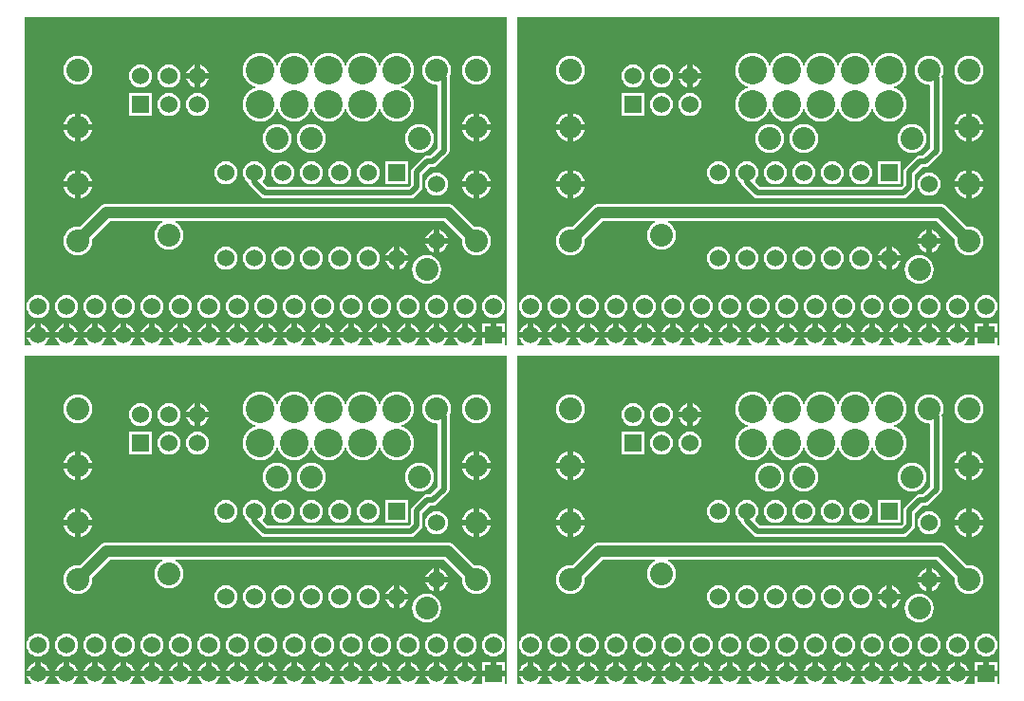
<source format=gbl>
G04*
G04 #@! TF.GenerationSoftware,Altium Limited,Altium Designer,18.1.9 (240)*
G04*
G04 Layer_Physical_Order=2*
G04 Layer_Color=16711680*
%FSLAX25Y25*%
%MOIN*%
G70*
G01*
G75*
%ADD10C,0.02000*%
%ADD11C,0.04000*%
%ADD12C,0.08000*%
%ADD13R,0.06000X0.06000*%
%ADD14C,0.06000*%
%ADD15C,0.10000*%
G36*
X571614Y320055D02*
X570819D01*
Y322866D01*
X566835D01*
X562850D01*
Y320055D01*
X559255D01*
X559085Y320555D01*
X559676Y321009D01*
X560315Y321841D01*
X560716Y322810D01*
X560724Y322866D01*
X556835D01*
X552946D01*
X552953Y322810D01*
X553354Y321841D01*
X553993Y321009D01*
X554585Y320555D01*
X554415Y320055D01*
X549255D01*
X549085Y320555D01*
X549676Y321009D01*
X550315Y321841D01*
X550716Y322810D01*
X550724Y322866D01*
X546835D01*
X542946D01*
X542953Y322810D01*
X543354Y321841D01*
X543993Y321009D01*
X544585Y320555D01*
X544415Y320055D01*
X539255D01*
X539085Y320555D01*
X539676Y321009D01*
X540315Y321841D01*
X540716Y322810D01*
X540724Y322866D01*
X536835D01*
X532946D01*
X532953Y322810D01*
X533354Y321841D01*
X533993Y321009D01*
X534585Y320555D01*
X534415Y320055D01*
X529254D01*
X529085Y320555D01*
X529676Y321009D01*
X530315Y321841D01*
X530716Y322810D01*
X530724Y322866D01*
X526835D01*
X522946D01*
X522953Y322810D01*
X523354Y321841D01*
X523993Y321009D01*
X524584Y320555D01*
X524415Y320055D01*
X519254D01*
X519085Y320555D01*
X519676Y321009D01*
X520315Y321841D01*
X520716Y322810D01*
X520724Y322866D01*
X516835D01*
X512946D01*
X512953Y322810D01*
X513354Y321841D01*
X513993Y321009D01*
X514584Y320555D01*
X514415Y320055D01*
X509255D01*
X509085Y320555D01*
X509676Y321009D01*
X510315Y321841D01*
X510716Y322810D01*
X510724Y322866D01*
X506835D01*
X502946D01*
X502953Y322810D01*
X503354Y321841D01*
X503993Y321009D01*
X504585Y320555D01*
X504415Y320055D01*
X499255D01*
X499085Y320555D01*
X499676Y321009D01*
X500315Y321841D01*
X500716Y322810D01*
X500724Y322866D01*
X496835D01*
X492946D01*
X492953Y322810D01*
X493354Y321841D01*
X493993Y321009D01*
X494585Y320555D01*
X494415Y320055D01*
X489255D01*
X489085Y320555D01*
X489676Y321009D01*
X490315Y321841D01*
X490716Y322810D01*
X490724Y322866D01*
X486835D01*
X482946D01*
X482953Y322810D01*
X483354Y321841D01*
X483993Y321009D01*
X484585Y320555D01*
X484415Y320055D01*
X479254D01*
X479085Y320555D01*
X479676Y321009D01*
X480315Y321841D01*
X480716Y322810D01*
X480724Y322866D01*
X476835D01*
X472946D01*
X472953Y322810D01*
X473354Y321841D01*
X473993Y321009D01*
X474584Y320555D01*
X474415Y320055D01*
X469254D01*
X469085Y320555D01*
X469676Y321009D01*
X470315Y321841D01*
X470716Y322810D01*
X470724Y322866D01*
X466835D01*
X462946D01*
X462953Y322810D01*
X463354Y321841D01*
X463993Y321009D01*
X464584Y320555D01*
X464415Y320055D01*
X459255D01*
X459085Y320555D01*
X459676Y321009D01*
X460315Y321841D01*
X460716Y322810D01*
X460724Y322866D01*
X456835D01*
X452946D01*
X452953Y322810D01*
X453354Y321841D01*
X453993Y321009D01*
X454585Y320555D01*
X454415Y320055D01*
X449255D01*
X449085Y320555D01*
X449676Y321009D01*
X450315Y321841D01*
X450716Y322810D01*
X450724Y322866D01*
X446835D01*
X442946D01*
X442953Y322810D01*
X443354Y321841D01*
X443993Y321009D01*
X444585Y320555D01*
X444415Y320055D01*
X439255D01*
X439085Y320555D01*
X439676Y321009D01*
X440315Y321841D01*
X440716Y322810D01*
X440724Y322866D01*
X436835D01*
X432946D01*
X432953Y322810D01*
X433354Y321841D01*
X433993Y321009D01*
X434585Y320555D01*
X434415Y320055D01*
X429254D01*
X429085Y320555D01*
X429676Y321009D01*
X430315Y321841D01*
X430716Y322810D01*
X430724Y322866D01*
X426835D01*
X422946D01*
X422953Y322810D01*
X423354Y321841D01*
X423993Y321009D01*
X424584Y320555D01*
X424415Y320055D01*
X419254D01*
X419085Y320555D01*
X419676Y321009D01*
X420315Y321841D01*
X420716Y322810D01*
X420724Y322866D01*
X416835D01*
X412946D01*
X412953Y322810D01*
X413354Y321841D01*
X413993Y321009D01*
X414584Y320555D01*
X414415Y320055D01*
X409255D01*
X409085Y320555D01*
X409676Y321009D01*
X410315Y321841D01*
X410716Y322810D01*
X410724Y322866D01*
X406835D01*
X402946D01*
X402953Y322810D01*
X403354Y321841D01*
X403993Y321009D01*
X404585Y320555D01*
X404415Y320055D01*
X402055D01*
Y435614D01*
X571614D01*
Y320055D01*
D02*
G37*
G36*
X398630D02*
X397835D01*
Y322866D01*
X393850D01*
X389866D01*
Y320055D01*
X386270D01*
X386101Y320555D01*
X386692Y321009D01*
X387331Y321841D01*
X387732Y322810D01*
X387739Y322866D01*
X383850D01*
X379961D01*
X379969Y322810D01*
X380370Y321841D01*
X381009Y321009D01*
X381600Y320555D01*
X381431Y320055D01*
X376270D01*
X376100Y320555D01*
X376692Y321009D01*
X377331Y321841D01*
X377732Y322810D01*
X377739Y322866D01*
X373850D01*
X369961D01*
X369969Y322810D01*
X370370Y321841D01*
X371009Y321009D01*
X371600Y320555D01*
X371430Y320055D01*
X366270D01*
X366101Y320555D01*
X366692Y321009D01*
X367331Y321841D01*
X367732Y322810D01*
X367739Y322866D01*
X363850D01*
X359961D01*
X359969Y322810D01*
X360370Y321841D01*
X361009Y321009D01*
X361600Y320555D01*
X361431Y320055D01*
X356270D01*
X356101Y320555D01*
X356692Y321009D01*
X357331Y321841D01*
X357732Y322810D01*
X357739Y322866D01*
X353850D01*
X349961D01*
X349969Y322810D01*
X350370Y321841D01*
X351009Y321009D01*
X351600Y320555D01*
X351431Y320055D01*
X346270D01*
X346100Y320555D01*
X346692Y321009D01*
X347331Y321841D01*
X347732Y322810D01*
X347739Y322866D01*
X343850D01*
X339961D01*
X339969Y322810D01*
X340370Y321841D01*
X341009Y321009D01*
X341600Y320555D01*
X341430Y320055D01*
X336270D01*
X336101Y320555D01*
X336692Y321009D01*
X337331Y321841D01*
X337732Y322810D01*
X337739Y322866D01*
X333850D01*
X329961D01*
X329969Y322810D01*
X330370Y321841D01*
X331009Y321009D01*
X331600Y320555D01*
X331431Y320055D01*
X326270D01*
X326100Y320555D01*
X326692Y321009D01*
X327331Y321841D01*
X327732Y322810D01*
X327739Y322866D01*
X323850D01*
X319961D01*
X319969Y322810D01*
X320370Y321841D01*
X321009Y321009D01*
X321600Y320555D01*
X321430Y320055D01*
X316270D01*
X316101Y320555D01*
X316692Y321009D01*
X317331Y321841D01*
X317732Y322810D01*
X317739Y322866D01*
X313850D01*
X309961D01*
X309969Y322810D01*
X310370Y321841D01*
X311009Y321009D01*
X311600Y320555D01*
X311431Y320055D01*
X306270D01*
X306101Y320555D01*
X306692Y321009D01*
X307331Y321841D01*
X307732Y322810D01*
X307739Y322866D01*
X303850D01*
X299961D01*
X299969Y322810D01*
X300370Y321841D01*
X301009Y321009D01*
X301600Y320555D01*
X301431Y320055D01*
X296270D01*
X296100Y320555D01*
X296692Y321009D01*
X297331Y321841D01*
X297732Y322810D01*
X297739Y322866D01*
X293850D01*
X289961D01*
X289969Y322810D01*
X290370Y321841D01*
X291009Y321009D01*
X291600Y320555D01*
X291430Y320055D01*
X286270D01*
X286101Y320555D01*
X286692Y321009D01*
X287331Y321841D01*
X287732Y322810D01*
X287739Y322866D01*
X283850D01*
X279961D01*
X279969Y322810D01*
X280370Y321841D01*
X281009Y321009D01*
X281600Y320555D01*
X281431Y320055D01*
X276270D01*
X276100Y320555D01*
X276692Y321009D01*
X277331Y321841D01*
X277732Y322810D01*
X277739Y322866D01*
X273850D01*
X269961D01*
X269969Y322810D01*
X270370Y321841D01*
X271009Y321009D01*
X271600Y320555D01*
X271430Y320055D01*
X266270D01*
X266101Y320555D01*
X266692Y321009D01*
X267331Y321841D01*
X267732Y322810D01*
X267739Y322866D01*
X263850D01*
X259961D01*
X259969Y322810D01*
X260370Y321841D01*
X261009Y321009D01*
X261600Y320555D01*
X261431Y320055D01*
X256270D01*
X256101Y320555D01*
X256692Y321009D01*
X257331Y321841D01*
X257732Y322810D01*
X257739Y322866D01*
X253850D01*
X249961D01*
X249969Y322810D01*
X250370Y321841D01*
X251009Y321009D01*
X251600Y320555D01*
X251431Y320055D01*
X246270D01*
X246100Y320555D01*
X246692Y321009D01*
X247331Y321841D01*
X247732Y322810D01*
X247739Y322866D01*
X243850D01*
X239961D01*
X239969Y322810D01*
X240370Y321841D01*
X241009Y321009D01*
X241600Y320555D01*
X241430Y320055D01*
X236270D01*
X236101Y320555D01*
X236692Y321009D01*
X237331Y321841D01*
X237732Y322810D01*
X237739Y322866D01*
X233850D01*
X229961D01*
X229969Y322810D01*
X230370Y321841D01*
X231009Y321009D01*
X231600Y320555D01*
X231431Y320055D01*
X229071D01*
Y435614D01*
X398630D01*
Y320055D01*
D02*
G37*
G36*
X571614Y201071D02*
X570819D01*
Y203882D01*
X566835D01*
X562850D01*
Y201071D01*
X559255D01*
X559085Y201571D01*
X559676Y202025D01*
X560315Y202857D01*
X560716Y203826D01*
X560724Y203882D01*
X556835D01*
X552946D01*
X552953Y203826D01*
X553354Y202857D01*
X553993Y202025D01*
X554585Y201571D01*
X554415Y201071D01*
X549255D01*
X549085Y201571D01*
X549676Y202025D01*
X550315Y202857D01*
X550716Y203826D01*
X550724Y203882D01*
X546835D01*
X542946D01*
X542953Y203826D01*
X543354Y202857D01*
X543993Y202025D01*
X544585Y201571D01*
X544415Y201071D01*
X539255D01*
X539085Y201571D01*
X539676Y202025D01*
X540315Y202857D01*
X540716Y203826D01*
X540724Y203882D01*
X536835D01*
X532946D01*
X532953Y203826D01*
X533354Y202857D01*
X533993Y202025D01*
X534585Y201571D01*
X534415Y201071D01*
X529254D01*
X529085Y201571D01*
X529676Y202025D01*
X530315Y202857D01*
X530716Y203826D01*
X530724Y203882D01*
X526835D01*
X522946D01*
X522953Y203826D01*
X523354Y202857D01*
X523993Y202025D01*
X524584Y201571D01*
X524415Y201071D01*
X519254D01*
X519085Y201571D01*
X519676Y202025D01*
X520315Y202857D01*
X520716Y203826D01*
X520724Y203882D01*
X516835D01*
X512946D01*
X512953Y203826D01*
X513354Y202857D01*
X513993Y202025D01*
X514584Y201571D01*
X514415Y201071D01*
X509255D01*
X509085Y201571D01*
X509676Y202025D01*
X510315Y202857D01*
X510716Y203826D01*
X510724Y203882D01*
X506835D01*
X502946D01*
X502953Y203826D01*
X503354Y202857D01*
X503993Y202025D01*
X504585Y201571D01*
X504415Y201071D01*
X499255D01*
X499085Y201571D01*
X499676Y202025D01*
X500315Y202857D01*
X500716Y203826D01*
X500724Y203882D01*
X496835D01*
X492946D01*
X492953Y203826D01*
X493354Y202857D01*
X493993Y202025D01*
X494585Y201571D01*
X494415Y201071D01*
X489255D01*
X489085Y201571D01*
X489676Y202025D01*
X490315Y202857D01*
X490716Y203826D01*
X490724Y203882D01*
X486835D01*
X482946D01*
X482953Y203826D01*
X483354Y202857D01*
X483993Y202025D01*
X484585Y201571D01*
X484415Y201071D01*
X479254D01*
X479085Y201571D01*
X479676Y202025D01*
X480315Y202857D01*
X480716Y203826D01*
X480724Y203882D01*
X476835D01*
X472946D01*
X472953Y203826D01*
X473354Y202857D01*
X473993Y202025D01*
X474584Y201571D01*
X474415Y201071D01*
X469254D01*
X469085Y201571D01*
X469676Y202025D01*
X470315Y202857D01*
X470716Y203826D01*
X470724Y203882D01*
X466835D01*
X462946D01*
X462953Y203826D01*
X463354Y202857D01*
X463993Y202025D01*
X464584Y201571D01*
X464415Y201071D01*
X459255D01*
X459085Y201571D01*
X459676Y202025D01*
X460315Y202857D01*
X460716Y203826D01*
X460724Y203882D01*
X456835D01*
X452946D01*
X452953Y203826D01*
X453354Y202857D01*
X453993Y202025D01*
X454585Y201571D01*
X454415Y201071D01*
X449255D01*
X449085Y201571D01*
X449676Y202025D01*
X450315Y202857D01*
X450716Y203826D01*
X450724Y203882D01*
X446835D01*
X442946D01*
X442953Y203826D01*
X443354Y202857D01*
X443993Y202025D01*
X444585Y201571D01*
X444415Y201071D01*
X439255D01*
X439085Y201571D01*
X439676Y202025D01*
X440315Y202857D01*
X440716Y203826D01*
X440724Y203882D01*
X436835D01*
X432946D01*
X432953Y203826D01*
X433354Y202857D01*
X433993Y202025D01*
X434585Y201571D01*
X434415Y201071D01*
X429254D01*
X429085Y201571D01*
X429676Y202025D01*
X430315Y202857D01*
X430716Y203826D01*
X430724Y203882D01*
X426835D01*
X422946D01*
X422953Y203826D01*
X423354Y202857D01*
X423993Y202025D01*
X424584Y201571D01*
X424415Y201071D01*
X419254D01*
X419085Y201571D01*
X419676Y202025D01*
X420315Y202857D01*
X420716Y203826D01*
X420724Y203882D01*
X416835D01*
X412946D01*
X412953Y203826D01*
X413354Y202857D01*
X413993Y202025D01*
X414584Y201571D01*
X414415Y201071D01*
X409255D01*
X409085Y201571D01*
X409676Y202025D01*
X410315Y202857D01*
X410716Y203826D01*
X410724Y203882D01*
X406835D01*
X402946D01*
X402953Y203826D01*
X403354Y202857D01*
X403993Y202025D01*
X404585Y201571D01*
X404415Y201071D01*
X402055D01*
Y316630D01*
X571614D01*
Y201071D01*
D02*
G37*
G36*
X398630D02*
X397835D01*
Y203882D01*
X393850D01*
X389866D01*
Y201071D01*
X386270D01*
X386101Y201571D01*
X386692Y202025D01*
X387331Y202857D01*
X387732Y203826D01*
X387739Y203882D01*
X383850D01*
X379961D01*
X379969Y203826D01*
X380370Y202857D01*
X381009Y202025D01*
X381600Y201571D01*
X381431Y201071D01*
X376270D01*
X376100Y201571D01*
X376692Y202025D01*
X377331Y202857D01*
X377732Y203826D01*
X377739Y203882D01*
X373850D01*
X369961D01*
X369969Y203826D01*
X370370Y202857D01*
X371009Y202025D01*
X371600Y201571D01*
X371430Y201071D01*
X366270D01*
X366101Y201571D01*
X366692Y202025D01*
X367331Y202857D01*
X367732Y203826D01*
X367739Y203882D01*
X363850D01*
X359961D01*
X359969Y203826D01*
X360370Y202857D01*
X361009Y202025D01*
X361600Y201571D01*
X361431Y201071D01*
X356270D01*
X356101Y201571D01*
X356692Y202025D01*
X357331Y202857D01*
X357732Y203826D01*
X357739Y203882D01*
X353850D01*
X349961D01*
X349969Y203826D01*
X350370Y202857D01*
X351009Y202025D01*
X351600Y201571D01*
X351431Y201071D01*
X346270D01*
X346100Y201571D01*
X346692Y202025D01*
X347331Y202857D01*
X347732Y203826D01*
X347739Y203882D01*
X343850D01*
X339961D01*
X339969Y203826D01*
X340370Y202857D01*
X341009Y202025D01*
X341600Y201571D01*
X341430Y201071D01*
X336270D01*
X336101Y201571D01*
X336692Y202025D01*
X337331Y202857D01*
X337732Y203826D01*
X337739Y203882D01*
X333850D01*
X329961D01*
X329969Y203826D01*
X330370Y202857D01*
X331009Y202025D01*
X331600Y201571D01*
X331431Y201071D01*
X326270D01*
X326100Y201571D01*
X326692Y202025D01*
X327331Y202857D01*
X327732Y203826D01*
X327739Y203882D01*
X323850D01*
X319961D01*
X319969Y203826D01*
X320370Y202857D01*
X321009Y202025D01*
X321600Y201571D01*
X321430Y201071D01*
X316270D01*
X316101Y201571D01*
X316692Y202025D01*
X317331Y202857D01*
X317732Y203826D01*
X317739Y203882D01*
X313850D01*
X309961D01*
X309969Y203826D01*
X310370Y202857D01*
X311009Y202025D01*
X311600Y201571D01*
X311431Y201071D01*
X306270D01*
X306101Y201571D01*
X306692Y202025D01*
X307331Y202857D01*
X307732Y203826D01*
X307739Y203882D01*
X303850D01*
X299961D01*
X299969Y203826D01*
X300370Y202857D01*
X301009Y202025D01*
X301600Y201571D01*
X301431Y201071D01*
X296270D01*
X296100Y201571D01*
X296692Y202025D01*
X297331Y202857D01*
X297732Y203826D01*
X297739Y203882D01*
X293850D01*
X289961D01*
X289969Y203826D01*
X290370Y202857D01*
X291009Y202025D01*
X291600Y201571D01*
X291430Y201071D01*
X286270D01*
X286101Y201571D01*
X286692Y202025D01*
X287331Y202857D01*
X287732Y203826D01*
X287739Y203882D01*
X283850D01*
X279961D01*
X279969Y203826D01*
X280370Y202857D01*
X281009Y202025D01*
X281600Y201571D01*
X281431Y201071D01*
X276270D01*
X276100Y201571D01*
X276692Y202025D01*
X277331Y202857D01*
X277732Y203826D01*
X277739Y203882D01*
X273850D01*
X269961D01*
X269969Y203826D01*
X270370Y202857D01*
X271009Y202025D01*
X271600Y201571D01*
X271430Y201071D01*
X266270D01*
X266101Y201571D01*
X266692Y202025D01*
X267331Y202857D01*
X267732Y203826D01*
X267739Y203882D01*
X263850D01*
X259961D01*
X259969Y203826D01*
X260370Y202857D01*
X261009Y202025D01*
X261600Y201571D01*
X261431Y201071D01*
X256270D01*
X256101Y201571D01*
X256692Y202025D01*
X257331Y202857D01*
X257732Y203826D01*
X257739Y203882D01*
X253850D01*
X249961D01*
X249969Y203826D01*
X250370Y202857D01*
X251009Y202025D01*
X251600Y201571D01*
X251431Y201071D01*
X246270D01*
X246100Y201571D01*
X246692Y202025D01*
X247331Y202857D01*
X247732Y203826D01*
X247739Y203882D01*
X243850D01*
X239961D01*
X239969Y203826D01*
X240370Y202857D01*
X241009Y202025D01*
X241600Y201571D01*
X241430Y201071D01*
X236270D01*
X236101Y201571D01*
X236692Y202025D01*
X237331Y202857D01*
X237732Y203826D01*
X237739Y203882D01*
X233850D01*
X229961D01*
X229969Y203826D01*
X230370Y202857D01*
X231009Y202025D01*
X231600Y201571D01*
X231431Y201071D01*
X229071D01*
Y316630D01*
X398630D01*
Y201071D01*
D02*
G37*
%LPC*%
G36*
X532835Y422864D02*
X531658Y422748D01*
X530527Y422405D01*
X529485Y421848D01*
X528572Y421098D01*
X527822Y420184D01*
X527264Y419142D01*
X527096Y418586D01*
X526573D01*
X526405Y419142D01*
X525848Y420184D01*
X525098Y421098D01*
X524184Y421848D01*
X523142Y422405D01*
X522011Y422748D01*
X520835Y422864D01*
X519658Y422748D01*
X518527Y422405D01*
X517485Y421848D01*
X516572Y421098D01*
X515822Y420184D01*
X515265Y419142D01*
X515096Y418586D01*
X514573D01*
X514405Y419142D01*
X513848Y420184D01*
X513098Y421098D01*
X512184Y421848D01*
X511142Y422405D01*
X510011Y422748D01*
X508835Y422864D01*
X507658Y422748D01*
X506527Y422405D01*
X505485Y421848D01*
X504571Y421098D01*
X503822Y420184D01*
X503265Y419142D01*
X503096Y418586D01*
X502573D01*
X502405Y419142D01*
X501848Y420184D01*
X501098Y421098D01*
X500184Y421848D01*
X499142Y422405D01*
X498011Y422748D01*
X496835Y422864D01*
X495658Y422748D01*
X494527Y422405D01*
X493485Y421848D01*
X492571Y421098D01*
X491822Y420184D01*
X491264Y419142D01*
X491096Y418586D01*
X490573D01*
X490405Y419142D01*
X489848Y420184D01*
X489098Y421098D01*
X488184Y421848D01*
X487142Y422405D01*
X486011Y422748D01*
X484835Y422864D01*
X483658Y422748D01*
X482527Y422405D01*
X481485Y421848D01*
X480572Y421098D01*
X479822Y420184D01*
X479264Y419142D01*
X478922Y418011D01*
X478806Y416835D01*
X478922Y415658D01*
X479264Y414527D01*
X479822Y413485D01*
X480572Y412571D01*
X481485Y411822D01*
X482527Y411265D01*
X483083Y411096D01*
Y410573D01*
X482527Y410405D01*
X481485Y409848D01*
X480572Y409098D01*
X479822Y408184D01*
X479264Y407142D01*
X478922Y406011D01*
X478806Y404835D01*
X478922Y403658D01*
X479264Y402527D01*
X479822Y401485D01*
X480572Y400571D01*
X481485Y399822D01*
X482527Y399265D01*
X483658Y398921D01*
X484835Y398806D01*
X486011Y398921D01*
X487142Y399265D01*
X488184Y399822D01*
X489098Y400571D01*
X489848Y401485D01*
X490405Y402527D01*
X490573Y403083D01*
X491096D01*
X491264Y402527D01*
X491822Y401485D01*
X492571Y400571D01*
X493485Y399822D01*
X494527Y399265D01*
X495658Y398921D01*
X496835Y398806D01*
X498011Y398921D01*
X499142Y399265D01*
X500184Y399822D01*
X501098Y400571D01*
X501848Y401485D01*
X502405Y402527D01*
X502573Y403083D01*
X503096D01*
X503265Y402527D01*
X503822Y401485D01*
X504571Y400571D01*
X505485Y399822D01*
X506527Y399265D01*
X507658Y398921D01*
X508835Y398806D01*
X510011Y398921D01*
X511142Y399265D01*
X512184Y399822D01*
X513098Y400571D01*
X513848Y401485D01*
X514405Y402527D01*
X514573Y403083D01*
X515096D01*
X515265Y402527D01*
X515822Y401485D01*
X516572Y400571D01*
X517485Y399822D01*
X518527Y399265D01*
X519658Y398921D01*
X520835Y398806D01*
X522011Y398921D01*
X523142Y399265D01*
X524184Y399822D01*
X525098Y400571D01*
X525848Y401485D01*
X526405Y402527D01*
X526573Y403083D01*
X527096D01*
X527264Y402527D01*
X527822Y401485D01*
X528572Y400571D01*
X529485Y399822D01*
X530527Y399265D01*
X531658Y398921D01*
X532835Y398806D01*
X534011Y398921D01*
X535142Y399265D01*
X536184Y399822D01*
X537098Y400571D01*
X537848Y401485D01*
X538405Y402527D01*
X538748Y403658D01*
X538864Y404835D01*
X538748Y406011D01*
X538405Y407142D01*
X537848Y408184D01*
X537098Y409098D01*
X536184Y409848D01*
X535142Y410405D01*
X534586Y410573D01*
Y411096D01*
X535142Y411265D01*
X536184Y411822D01*
X537098Y412571D01*
X537848Y413485D01*
X538405Y414527D01*
X538748Y415658D01*
X538864Y416835D01*
X538748Y418011D01*
X538405Y419142D01*
X537848Y420184D01*
X537098Y421098D01*
X536184Y421848D01*
X535142Y422405D01*
X534011Y422748D01*
X532835Y422864D01*
D02*
G37*
G36*
X463819Y418724D02*
Y415819D01*
X466724D01*
X466716Y415875D01*
X466315Y416844D01*
X465676Y417676D01*
X464844Y418315D01*
X463875Y418716D01*
X463819Y418724D01*
D02*
G37*
G36*
X461850D02*
X461795Y418716D01*
X460825Y418315D01*
X459993Y417676D01*
X459354Y416844D01*
X458953Y415875D01*
X458946Y415819D01*
X461850D01*
Y418724D01*
D02*
G37*
G36*
X560835Y421878D02*
X559529Y421706D01*
X558313Y421202D01*
X557269Y420401D01*
X556467Y419356D01*
X555963Y418140D01*
X555792Y416835D01*
X555963Y415529D01*
X556467Y414313D01*
X557269Y413269D01*
X558313Y412467D01*
X559529Y411963D01*
X560835Y411792D01*
X562140Y411963D01*
X563356Y412467D01*
X564401Y413269D01*
X565202Y414313D01*
X565706Y415529D01*
X565878Y416835D01*
X565706Y418140D01*
X565202Y419356D01*
X564401Y420401D01*
X563356Y421202D01*
X562140Y421706D01*
X560835Y421878D01*
D02*
G37*
G36*
X420835D02*
X419529Y421706D01*
X418313Y421202D01*
X417269Y420401D01*
X416467Y419356D01*
X415963Y418140D01*
X415792Y416835D01*
X415963Y415529D01*
X416467Y414313D01*
X417269Y413269D01*
X418313Y412467D01*
X419529Y411963D01*
X420835Y411792D01*
X422140Y411963D01*
X423356Y412467D01*
X424401Y413269D01*
X425202Y414313D01*
X425706Y415529D01*
X425878Y416835D01*
X425706Y418140D01*
X425202Y419356D01*
X424401Y420401D01*
X423356Y421202D01*
X422140Y421706D01*
X420835Y421878D01*
D02*
G37*
G36*
X466724Y413850D02*
X463819D01*
Y410946D01*
X463875Y410953D01*
X464844Y411354D01*
X465676Y411993D01*
X466315Y412825D01*
X466716Y413795D01*
X466724Y413850D01*
D02*
G37*
G36*
X461850D02*
X458946D01*
X458953Y413795D01*
X459354Y412825D01*
X459993Y411993D01*
X460825Y411354D01*
X461795Y410953D01*
X461850Y410946D01*
Y413850D01*
D02*
G37*
G36*
X452835Y418869D02*
X451790Y418732D01*
X450817Y418329D01*
X449982Y417688D01*
X449341Y416852D01*
X448938Y415879D01*
X448800Y414835D01*
X448938Y413790D01*
X449341Y412817D01*
X449982Y411982D01*
X450817Y411341D01*
X451790Y410938D01*
X452835Y410800D01*
X453879Y410938D01*
X454852Y411341D01*
X455688Y411982D01*
X456329Y412817D01*
X456732Y413790D01*
X456869Y414835D01*
X456732Y415879D01*
X456329Y416852D01*
X455688Y417688D01*
X454852Y418329D01*
X453879Y418732D01*
X452835Y418869D01*
D02*
G37*
G36*
X442835D02*
X441790Y418732D01*
X440817Y418329D01*
X439982Y417688D01*
X439341Y416852D01*
X438938Y415879D01*
X438800Y414835D01*
X438938Y413790D01*
X439341Y412817D01*
X439982Y411982D01*
X440817Y411341D01*
X441790Y410938D01*
X442835Y410800D01*
X443879Y410938D01*
X444852Y411341D01*
X445687Y411982D01*
X446329Y412817D01*
X446732Y413790D01*
X446869Y414835D01*
X446732Y415879D01*
X446329Y416852D01*
X445687Y417688D01*
X444852Y418329D01*
X443879Y418732D01*
X442835Y418869D01*
D02*
G37*
G36*
X446835Y408835D02*
X438835D01*
Y400835D01*
X446835D01*
Y408835D01*
D02*
G37*
G36*
X462835Y408869D02*
X461790Y408732D01*
X460817Y408329D01*
X459982Y407688D01*
X459341Y406852D01*
X458938Y405879D01*
X458800Y404835D01*
X458938Y403790D01*
X459341Y402817D01*
X459982Y401982D01*
X460817Y401341D01*
X461790Y400938D01*
X462835Y400800D01*
X463879Y400938D01*
X464852Y401341D01*
X465688Y401982D01*
X466329Y402817D01*
X466732Y403790D01*
X466869Y404835D01*
X466732Y405879D01*
X466329Y406852D01*
X465688Y407688D01*
X464852Y408329D01*
X463879Y408732D01*
X462835Y408869D01*
D02*
G37*
G36*
X452835D02*
X451790Y408732D01*
X450817Y408329D01*
X449982Y407688D01*
X449341Y406852D01*
X448938Y405879D01*
X448800Y404835D01*
X448938Y403790D01*
X449341Y402817D01*
X449982Y401982D01*
X450817Y401341D01*
X451790Y400938D01*
X452835Y400800D01*
X453879Y400938D01*
X454852Y401341D01*
X455688Y401982D01*
X456329Y402817D01*
X456732Y403790D01*
X456869Y404835D01*
X456732Y405879D01*
X456329Y406852D01*
X455688Y407688D01*
X454852Y408329D01*
X453879Y408732D01*
X452835Y408869D01*
D02*
G37*
G36*
X561819Y401732D02*
Y397819D01*
X565732D01*
X565691Y398136D01*
X565188Y399348D01*
X564390Y400389D01*
X563348Y401188D01*
X562136Y401691D01*
X561819Y401732D01*
D02*
G37*
G36*
X421819D02*
Y397819D01*
X425732D01*
X425691Y398136D01*
X425188Y399348D01*
X424390Y400389D01*
X423348Y401188D01*
X422136Y401691D01*
X421819Y401732D01*
D02*
G37*
G36*
X559850D02*
X559534Y401691D01*
X558321Y401188D01*
X557280Y400389D01*
X556481Y399348D01*
X555979Y398136D01*
X555937Y397819D01*
X559850D01*
Y401732D01*
D02*
G37*
G36*
X419850D02*
X419533Y401691D01*
X418321Y401188D01*
X417280Y400389D01*
X416481Y399348D01*
X415979Y398136D01*
X415937Y397819D01*
X419850D01*
Y401732D01*
D02*
G37*
G36*
X565732Y395850D02*
X561819D01*
Y391937D01*
X562136Y391979D01*
X563348Y392481D01*
X564390Y393280D01*
X565188Y394321D01*
X565691Y395533D01*
X565732Y395850D01*
D02*
G37*
G36*
X425732D02*
X421819D01*
Y391937D01*
X422136Y391979D01*
X423348Y392481D01*
X424390Y393280D01*
X425188Y394321D01*
X425691Y395533D01*
X425732Y395850D01*
D02*
G37*
G36*
X559850D02*
X555937D01*
X555979Y395533D01*
X556481Y394321D01*
X557280Y393280D01*
X558321Y392481D01*
X559534Y391979D01*
X559850Y391937D01*
Y395850D01*
D02*
G37*
G36*
X419850D02*
X415937D01*
X415979Y395533D01*
X416481Y394321D01*
X417280Y393280D01*
X418321Y392481D01*
X419533Y391979D01*
X419850Y391937D01*
Y395850D01*
D02*
G37*
G36*
X540835Y397878D02*
X539529Y397706D01*
X538313Y397202D01*
X537269Y396401D01*
X536467Y395356D01*
X535963Y394140D01*
X535791Y392835D01*
X535963Y391529D01*
X536467Y390313D01*
X537269Y389269D01*
X538313Y388467D01*
X539529Y387963D01*
X540835Y387791D01*
X542140Y387963D01*
X543356Y388467D01*
X544401Y389269D01*
X545202Y390313D01*
X545706Y391529D01*
X545878Y392835D01*
X545706Y394140D01*
X545202Y395356D01*
X544401Y396401D01*
X543356Y397202D01*
X542140Y397706D01*
X540835Y397878D01*
D02*
G37*
G36*
X502835D02*
X501529Y397706D01*
X500313Y397202D01*
X499269Y396401D01*
X498467Y395356D01*
X497963Y394140D01*
X497791Y392835D01*
X497963Y391529D01*
X498467Y390313D01*
X499269Y389269D01*
X500313Y388467D01*
X501529Y387963D01*
X502835Y387791D01*
X504140Y387963D01*
X505356Y388467D01*
X506401Y389269D01*
X507202Y390313D01*
X507706Y391529D01*
X507878Y392835D01*
X507706Y394140D01*
X507202Y395356D01*
X506401Y396401D01*
X505356Y397202D01*
X504140Y397706D01*
X502835Y397878D01*
D02*
G37*
G36*
X490835D02*
X489529Y397706D01*
X488313Y397202D01*
X487269Y396401D01*
X486467Y395356D01*
X485963Y394140D01*
X485791Y392835D01*
X485963Y391529D01*
X486467Y390313D01*
X487269Y389269D01*
X488313Y388467D01*
X489529Y387963D01*
X490835Y387791D01*
X492140Y387963D01*
X493356Y388467D01*
X494401Y389269D01*
X495202Y390313D01*
X495706Y391529D01*
X495878Y392835D01*
X495706Y394140D01*
X495202Y395356D01*
X494401Y396401D01*
X493356Y397202D01*
X492140Y397706D01*
X490835Y397878D01*
D02*
G37*
G36*
X561819Y381732D02*
Y377819D01*
X565732D01*
X565691Y378136D01*
X565188Y379348D01*
X564390Y380389D01*
X563348Y381188D01*
X562136Y381691D01*
X561819Y381732D01*
D02*
G37*
G36*
X421819D02*
Y377819D01*
X425732D01*
X425691Y378136D01*
X425188Y379348D01*
X424390Y380389D01*
X423348Y381188D01*
X422136Y381691D01*
X421819Y381732D01*
D02*
G37*
G36*
X559850D02*
X559534Y381691D01*
X558321Y381188D01*
X557280Y380389D01*
X556481Y379348D01*
X555979Y378136D01*
X555937Y377819D01*
X559850D01*
Y381732D01*
D02*
G37*
G36*
X419850D02*
X419533Y381691D01*
X418321Y381188D01*
X417280Y380389D01*
X416481Y379348D01*
X415979Y378136D01*
X415937Y377819D01*
X419850D01*
Y381732D01*
D02*
G37*
G36*
X536835Y384835D02*
X528835D01*
Y376835D01*
X536835D01*
Y384835D01*
D02*
G37*
G36*
X522835Y384869D02*
X521790Y384732D01*
X520817Y384329D01*
X519982Y383687D01*
X519341Y382852D01*
X518938Y381879D01*
X518800Y380835D01*
X518938Y379790D01*
X519341Y378817D01*
X519982Y377982D01*
X520817Y377341D01*
X521790Y376938D01*
X522835Y376800D01*
X523879Y376938D01*
X524852Y377341D01*
X525688Y377982D01*
X526329Y378817D01*
X526732Y379790D01*
X526869Y380835D01*
X526732Y381879D01*
X526329Y382852D01*
X525688Y383687D01*
X524852Y384329D01*
X523879Y384732D01*
X522835Y384869D01*
D02*
G37*
G36*
X512835D02*
X511790Y384732D01*
X510817Y384329D01*
X509982Y383687D01*
X509341Y382852D01*
X508938Y381879D01*
X508800Y380835D01*
X508938Y379790D01*
X509341Y378817D01*
X509982Y377982D01*
X510817Y377341D01*
X511790Y376938D01*
X512835Y376800D01*
X513879Y376938D01*
X514852Y377341D01*
X515688Y377982D01*
X516329Y378817D01*
X516732Y379790D01*
X516869Y380835D01*
X516732Y381879D01*
X516329Y382852D01*
X515688Y383687D01*
X514852Y384329D01*
X513879Y384732D01*
X512835Y384869D01*
D02*
G37*
G36*
X502835D02*
X501790Y384732D01*
X500817Y384329D01*
X499982Y383687D01*
X499341Y382852D01*
X498938Y381879D01*
X498800Y380835D01*
X498938Y379790D01*
X499341Y378817D01*
X499982Y377982D01*
X500817Y377341D01*
X501790Y376938D01*
X502835Y376800D01*
X503879Y376938D01*
X504852Y377341D01*
X505688Y377982D01*
X506329Y378817D01*
X506732Y379790D01*
X506869Y380835D01*
X506732Y381879D01*
X506329Y382852D01*
X505688Y383687D01*
X504852Y384329D01*
X503879Y384732D01*
X502835Y384869D01*
D02*
G37*
G36*
X492835D02*
X491790Y384732D01*
X490817Y384329D01*
X489982Y383687D01*
X489341Y382852D01*
X488938Y381879D01*
X488800Y380835D01*
X488938Y379790D01*
X489341Y378817D01*
X489982Y377982D01*
X490817Y377341D01*
X491790Y376938D01*
X492835Y376800D01*
X493879Y376938D01*
X494852Y377341D01*
X495687Y377982D01*
X496329Y378817D01*
X496732Y379790D01*
X496869Y380835D01*
X496732Y381879D01*
X496329Y382852D01*
X495687Y383687D01*
X494852Y384329D01*
X493879Y384732D01*
X492835Y384869D01*
D02*
G37*
G36*
X472835D02*
X471790Y384732D01*
X470817Y384329D01*
X469982Y383687D01*
X469341Y382852D01*
X468938Y381879D01*
X468800Y380835D01*
X468938Y379790D01*
X469341Y378817D01*
X469982Y377982D01*
X470817Y377341D01*
X471790Y376938D01*
X472835Y376800D01*
X473879Y376938D01*
X474852Y377341D01*
X475688Y377982D01*
X476329Y378817D01*
X476732Y379790D01*
X476869Y380835D01*
X476732Y381879D01*
X476329Y382852D01*
X475688Y383687D01*
X474852Y384329D01*
X473879Y384732D01*
X472835Y384869D01*
D02*
G37*
G36*
X546835Y421878D02*
X545529Y421706D01*
X544313Y421202D01*
X543269Y420401D01*
X542467Y419356D01*
X541963Y418140D01*
X541791Y416835D01*
X541963Y415529D01*
X542467Y414313D01*
X543269Y413269D01*
X544313Y412467D01*
X545529Y411963D01*
X546835Y411792D01*
X546941Y411805D01*
X547317Y411476D01*
Y389519D01*
X544672Y386874D01*
X543531D01*
X542750Y386719D01*
X542089Y386277D01*
X538393Y382581D01*
X537951Y381919D01*
X537795Y381139D01*
Y376662D01*
X537007Y375874D01*
X487378D01*
X485662Y377590D01*
X485687Y377982D01*
X486329Y378817D01*
X486732Y379790D01*
X486869Y380835D01*
X486732Y381879D01*
X486329Y382852D01*
X485687Y383687D01*
X484852Y384329D01*
X483879Y384732D01*
X482835Y384869D01*
X481790Y384732D01*
X480817Y384329D01*
X479982Y383687D01*
X479341Y382852D01*
X478938Y381879D01*
X478800Y380835D01*
X478938Y379790D01*
X479341Y378817D01*
X479982Y377982D01*
X480817Y377341D01*
X480835Y377333D01*
X480951Y376753D01*
X481393Y376092D01*
X485092Y372393D01*
X485753Y371951D01*
X486533Y371796D01*
X537852D01*
X538632Y371951D01*
X539294Y372393D01*
X541277Y374376D01*
X541719Y375037D01*
X541874Y375817D01*
Y380294D01*
X544375Y382796D01*
X545517D01*
X546297Y382951D01*
X546959Y383393D01*
X550798Y387232D01*
X550798Y387232D01*
X551240Y387894D01*
X551395Y388674D01*
Y414313D01*
X551333Y414628D01*
X551706Y415529D01*
X551878Y416835D01*
X551706Y418140D01*
X551202Y419356D01*
X550401Y420401D01*
X549356Y421202D01*
X548140Y421706D01*
X546835Y421878D01*
D02*
G37*
G36*
Y380869D02*
X545790Y380732D01*
X544817Y380329D01*
X543982Y379688D01*
X543341Y378852D01*
X542938Y377879D01*
X542800Y376835D01*
X542938Y375790D01*
X543341Y374817D01*
X543982Y373982D01*
X544817Y373341D01*
X545790Y372938D01*
X546835Y372800D01*
X547879Y372938D01*
X548852Y373341D01*
X549687Y373982D01*
X550329Y374817D01*
X550732Y375790D01*
X550869Y376835D01*
X550732Y377879D01*
X550329Y378852D01*
X549687Y379688D01*
X548852Y380329D01*
X547879Y380732D01*
X546835Y380869D01*
D02*
G37*
G36*
X565732Y375850D02*
X561819D01*
Y371937D01*
X562136Y371979D01*
X563348Y372481D01*
X564390Y373280D01*
X565188Y374321D01*
X565691Y375534D01*
X565732Y375850D01*
D02*
G37*
G36*
X425732D02*
X421819D01*
Y371937D01*
X422136Y371979D01*
X423348Y372481D01*
X424390Y373280D01*
X425188Y374321D01*
X425691Y375534D01*
X425732Y375850D01*
D02*
G37*
G36*
X559850D02*
X555937D01*
X555979Y375534D01*
X556481Y374321D01*
X557280Y373280D01*
X558321Y372481D01*
X559534Y371979D01*
X559850Y371937D01*
Y375850D01*
D02*
G37*
G36*
X419850D02*
X415937D01*
X415979Y375534D01*
X416481Y374321D01*
X417280Y373280D01*
X418321Y372481D01*
X419533Y371979D01*
X419850Y371937D01*
Y375850D01*
D02*
G37*
G36*
X547819Y360724D02*
Y357819D01*
X550724D01*
X550716Y357875D01*
X550315Y358844D01*
X549676Y359676D01*
X548844Y360315D01*
X547875Y360716D01*
X547819Y360724D01*
D02*
G37*
G36*
X545850D02*
X545794Y360716D01*
X544825Y360315D01*
X543993Y359676D01*
X543354Y358844D01*
X542953Y357875D01*
X542946Y357819D01*
X545850D01*
Y360724D01*
D02*
G37*
G36*
X550724Y355850D02*
X547819D01*
Y352946D01*
X547875Y352953D01*
X548844Y353354D01*
X549676Y353993D01*
X550315Y354825D01*
X550716Y355795D01*
X550724Y355850D01*
D02*
G37*
G36*
X545850D02*
X542946D01*
X542953Y355795D01*
X543354Y354825D01*
X543993Y353993D01*
X544825Y353354D01*
X545794Y352953D01*
X545850Y352946D01*
Y355850D01*
D02*
G37*
G36*
X533819Y354724D02*
Y351819D01*
X536724D01*
X536716Y351875D01*
X536315Y352844D01*
X535676Y353676D01*
X534844Y354315D01*
X533875Y354716D01*
X533819Y354724D01*
D02*
G37*
G36*
X531850D02*
X531795Y354716D01*
X530825Y354315D01*
X529993Y353676D01*
X529354Y352844D01*
X528953Y351875D01*
X528946Y351819D01*
X531850D01*
Y354724D01*
D02*
G37*
G36*
X430835Y369861D02*
X430052Y369757D01*
X429322Y369455D01*
X428695Y368974D01*
X428695Y368974D01*
X421510Y361789D01*
X420835Y361878D01*
X419529Y361706D01*
X418313Y361202D01*
X417269Y360401D01*
X416467Y359356D01*
X415963Y358140D01*
X415792Y356835D01*
X415963Y355529D01*
X416467Y354313D01*
X417269Y353269D01*
X418313Y352467D01*
X419529Y351963D01*
X420835Y351792D01*
X422140Y351963D01*
X423356Y352467D01*
X424401Y353269D01*
X425202Y354313D01*
X425706Y355529D01*
X425878Y356835D01*
X425789Y357510D01*
X432088Y363809D01*
X450471D01*
X450570Y363309D01*
X450313Y363202D01*
X449269Y362401D01*
X448467Y361356D01*
X447963Y360140D01*
X447791Y358835D01*
X447963Y357529D01*
X448467Y356313D01*
X449269Y355269D01*
X450313Y354467D01*
X451529Y353963D01*
X452835Y353791D01*
X454140Y353963D01*
X455356Y354467D01*
X456401Y355269D01*
X457202Y356313D01*
X457706Y357529D01*
X457878Y358835D01*
X457706Y360140D01*
X457202Y361356D01*
X456401Y362401D01*
X455356Y363202D01*
X455099Y363309D01*
X455198Y363809D01*
X549581D01*
X555880Y357510D01*
X555792Y356835D01*
X555963Y355529D01*
X556467Y354313D01*
X557269Y353269D01*
X558313Y352467D01*
X559529Y351963D01*
X560835Y351792D01*
X562140Y351963D01*
X563356Y352467D01*
X564401Y353269D01*
X565202Y354313D01*
X565706Y355529D01*
X565878Y356835D01*
X565706Y358140D01*
X565202Y359356D01*
X564401Y360401D01*
X563356Y361202D01*
X562140Y361706D01*
X560835Y361878D01*
X560160Y361789D01*
X552974Y368974D01*
X552348Y369455D01*
X551618Y369757D01*
X550835Y369861D01*
X430835D01*
X430835Y369861D01*
D02*
G37*
G36*
X536724Y349850D02*
X533819D01*
Y346946D01*
X533875Y346953D01*
X534844Y347354D01*
X535676Y347993D01*
X536315Y348825D01*
X536716Y349795D01*
X536724Y349850D01*
D02*
G37*
G36*
X531850D02*
X528946D01*
X528953Y349795D01*
X529354Y348825D01*
X529993Y347993D01*
X530825Y347354D01*
X531795Y346953D01*
X531850Y346946D01*
Y349850D01*
D02*
G37*
G36*
X522835Y354869D02*
X521790Y354732D01*
X520817Y354329D01*
X519982Y353688D01*
X519341Y352852D01*
X518938Y351879D01*
X518800Y350835D01*
X518938Y349790D01*
X519341Y348817D01*
X519982Y347982D01*
X520817Y347341D01*
X521790Y346938D01*
X522835Y346800D01*
X523879Y346938D01*
X524852Y347341D01*
X525688Y347982D01*
X526329Y348817D01*
X526732Y349790D01*
X526869Y350835D01*
X526732Y351879D01*
X526329Y352852D01*
X525688Y353688D01*
X524852Y354329D01*
X523879Y354732D01*
X522835Y354869D01*
D02*
G37*
G36*
X512835D02*
X511790Y354732D01*
X510817Y354329D01*
X509982Y353688D01*
X509341Y352852D01*
X508938Y351879D01*
X508800Y350835D01*
X508938Y349790D01*
X509341Y348817D01*
X509982Y347982D01*
X510817Y347341D01*
X511790Y346938D01*
X512835Y346800D01*
X513879Y346938D01*
X514852Y347341D01*
X515688Y347982D01*
X516329Y348817D01*
X516732Y349790D01*
X516869Y350835D01*
X516732Y351879D01*
X516329Y352852D01*
X515688Y353688D01*
X514852Y354329D01*
X513879Y354732D01*
X512835Y354869D01*
D02*
G37*
G36*
X502835D02*
X501790Y354732D01*
X500817Y354329D01*
X499982Y353688D01*
X499341Y352852D01*
X498938Y351879D01*
X498800Y350835D01*
X498938Y349790D01*
X499341Y348817D01*
X499982Y347982D01*
X500817Y347341D01*
X501790Y346938D01*
X502835Y346800D01*
X503879Y346938D01*
X504852Y347341D01*
X505688Y347982D01*
X506329Y348817D01*
X506732Y349790D01*
X506869Y350835D01*
X506732Y351879D01*
X506329Y352852D01*
X505688Y353688D01*
X504852Y354329D01*
X503879Y354732D01*
X502835Y354869D01*
D02*
G37*
G36*
X492835D02*
X491790Y354732D01*
X490817Y354329D01*
X489982Y353688D01*
X489341Y352852D01*
X488938Y351879D01*
X488800Y350835D01*
X488938Y349790D01*
X489341Y348817D01*
X489982Y347982D01*
X490817Y347341D01*
X491790Y346938D01*
X492835Y346800D01*
X493879Y346938D01*
X494852Y347341D01*
X495687Y347982D01*
X496329Y348817D01*
X496732Y349790D01*
X496869Y350835D01*
X496732Y351879D01*
X496329Y352852D01*
X495687Y353688D01*
X494852Y354329D01*
X493879Y354732D01*
X492835Y354869D01*
D02*
G37*
G36*
X482835D02*
X481790Y354732D01*
X480817Y354329D01*
X479982Y353688D01*
X479341Y352852D01*
X478938Y351879D01*
X478800Y350835D01*
X478938Y349790D01*
X479341Y348817D01*
X479982Y347982D01*
X480817Y347341D01*
X481790Y346938D01*
X482835Y346800D01*
X483879Y346938D01*
X484852Y347341D01*
X485687Y347982D01*
X486329Y348817D01*
X486732Y349790D01*
X486869Y350835D01*
X486732Y351879D01*
X486329Y352852D01*
X485687Y353688D01*
X484852Y354329D01*
X483879Y354732D01*
X482835Y354869D01*
D02*
G37*
G36*
X472835D02*
X471790Y354732D01*
X470817Y354329D01*
X469982Y353688D01*
X469341Y352852D01*
X468938Y351879D01*
X468800Y350835D01*
X468938Y349790D01*
X469341Y348817D01*
X469982Y347982D01*
X470817Y347341D01*
X471790Y346938D01*
X472835Y346800D01*
X473879Y346938D01*
X474852Y347341D01*
X475688Y347982D01*
X476329Y348817D01*
X476732Y349790D01*
X476869Y350835D01*
X476732Y351879D01*
X476329Y352852D01*
X475688Y353688D01*
X474852Y354329D01*
X473879Y354732D01*
X472835Y354869D01*
D02*
G37*
G36*
X543356Y351878D02*
X542051Y351706D01*
X540835Y351202D01*
X539790Y350401D01*
X538989Y349356D01*
X538485Y348140D01*
X538313Y346835D01*
X538485Y345529D01*
X538989Y344313D01*
X539790Y343269D01*
X540835Y342467D01*
X542051Y341963D01*
X543356Y341792D01*
X544662Y341963D01*
X545878Y342467D01*
X546922Y343269D01*
X547724Y344313D01*
X548228Y345529D01*
X548399Y346835D01*
X548228Y348140D01*
X547724Y349356D01*
X546922Y350401D01*
X545878Y351202D01*
X544662Y351706D01*
X543356Y351878D01*
D02*
G37*
G36*
X566835Y337885D02*
X565790Y337747D01*
X564817Y337344D01*
X563982Y336703D01*
X563341Y335868D01*
X562938Y334895D01*
X562800Y333850D01*
X562938Y332806D01*
X563341Y331833D01*
X563982Y330998D01*
X564817Y330356D01*
X565790Y329953D01*
X566835Y329816D01*
X567879Y329953D01*
X568852Y330356D01*
X569688Y330998D01*
X570329Y331833D01*
X570732Y332806D01*
X570869Y333850D01*
X570732Y334895D01*
X570329Y335868D01*
X569688Y336703D01*
X568852Y337344D01*
X567879Y337747D01*
X566835Y337885D01*
D02*
G37*
G36*
X556835D02*
X555790Y337747D01*
X554817Y337344D01*
X553982Y336703D01*
X553341Y335868D01*
X552938Y334895D01*
X552800Y333850D01*
X552938Y332806D01*
X553341Y331833D01*
X553982Y330998D01*
X554817Y330356D01*
X555790Y329953D01*
X556835Y329816D01*
X557879Y329953D01*
X558852Y330356D01*
X559688Y330998D01*
X560329Y331833D01*
X560732Y332806D01*
X560869Y333850D01*
X560732Y334895D01*
X560329Y335868D01*
X559688Y336703D01*
X558852Y337344D01*
X557879Y337747D01*
X556835Y337885D01*
D02*
G37*
G36*
X546835D02*
X545790Y337747D01*
X544817Y337344D01*
X543982Y336703D01*
X543341Y335868D01*
X542938Y334895D01*
X542800Y333850D01*
X542938Y332806D01*
X543341Y331833D01*
X543982Y330998D01*
X544817Y330356D01*
X545790Y329953D01*
X546835Y329816D01*
X547879Y329953D01*
X548852Y330356D01*
X549687Y330998D01*
X550329Y331833D01*
X550732Y332806D01*
X550869Y333850D01*
X550732Y334895D01*
X550329Y335868D01*
X549687Y336703D01*
X548852Y337344D01*
X547879Y337747D01*
X546835Y337885D01*
D02*
G37*
G36*
X536835D02*
X535790Y337747D01*
X534817Y337344D01*
X533982Y336703D01*
X533341Y335868D01*
X532938Y334895D01*
X532800Y333850D01*
X532938Y332806D01*
X533341Y331833D01*
X533982Y330998D01*
X534817Y330356D01*
X535790Y329953D01*
X536835Y329816D01*
X537879Y329953D01*
X538852Y330356D01*
X539687Y330998D01*
X540329Y331833D01*
X540732Y332806D01*
X540869Y333850D01*
X540732Y334895D01*
X540329Y335868D01*
X539687Y336703D01*
X538852Y337344D01*
X537879Y337747D01*
X536835Y337885D01*
D02*
G37*
G36*
X526835D02*
X525790Y337747D01*
X524817Y337344D01*
X523982Y336703D01*
X523341Y335868D01*
X522938Y334895D01*
X522800Y333850D01*
X522938Y332806D01*
X523341Y331833D01*
X523982Y330998D01*
X524817Y330356D01*
X525790Y329953D01*
X526835Y329816D01*
X527879Y329953D01*
X528852Y330356D01*
X529688Y330998D01*
X530329Y331833D01*
X530732Y332806D01*
X530869Y333850D01*
X530732Y334895D01*
X530329Y335868D01*
X529688Y336703D01*
X528852Y337344D01*
X527879Y337747D01*
X526835Y337885D01*
D02*
G37*
G36*
X516835D02*
X515790Y337747D01*
X514817Y337344D01*
X513982Y336703D01*
X513341Y335868D01*
X512938Y334895D01*
X512800Y333850D01*
X512938Y332806D01*
X513341Y331833D01*
X513982Y330998D01*
X514817Y330356D01*
X515790Y329953D01*
X516835Y329816D01*
X517879Y329953D01*
X518852Y330356D01*
X519688Y330998D01*
X520329Y331833D01*
X520732Y332806D01*
X520869Y333850D01*
X520732Y334895D01*
X520329Y335868D01*
X519688Y336703D01*
X518852Y337344D01*
X517879Y337747D01*
X516835Y337885D01*
D02*
G37*
G36*
X506835D02*
X505790Y337747D01*
X504817Y337344D01*
X503982Y336703D01*
X503341Y335868D01*
X502938Y334895D01*
X502800Y333850D01*
X502938Y332806D01*
X503341Y331833D01*
X503982Y330998D01*
X504817Y330356D01*
X505790Y329953D01*
X506835Y329816D01*
X507879Y329953D01*
X508852Y330356D01*
X509688Y330998D01*
X510329Y331833D01*
X510732Y332806D01*
X510869Y333850D01*
X510732Y334895D01*
X510329Y335868D01*
X509688Y336703D01*
X508852Y337344D01*
X507879Y337747D01*
X506835Y337885D01*
D02*
G37*
G36*
X496835D02*
X495790Y337747D01*
X494817Y337344D01*
X493982Y336703D01*
X493341Y335868D01*
X492938Y334895D01*
X492800Y333850D01*
X492938Y332806D01*
X493341Y331833D01*
X493982Y330998D01*
X494817Y330356D01*
X495790Y329953D01*
X496835Y329816D01*
X497879Y329953D01*
X498852Y330356D01*
X499687Y330998D01*
X500329Y331833D01*
X500732Y332806D01*
X500869Y333850D01*
X500732Y334895D01*
X500329Y335868D01*
X499687Y336703D01*
X498852Y337344D01*
X497879Y337747D01*
X496835Y337885D01*
D02*
G37*
G36*
X486835D02*
X485790Y337747D01*
X484817Y337344D01*
X483982Y336703D01*
X483341Y335868D01*
X482938Y334895D01*
X482800Y333850D01*
X482938Y332806D01*
X483341Y331833D01*
X483982Y330998D01*
X484817Y330356D01*
X485790Y329953D01*
X486835Y329816D01*
X487879Y329953D01*
X488852Y330356D01*
X489687Y330998D01*
X490329Y331833D01*
X490732Y332806D01*
X490869Y333850D01*
X490732Y334895D01*
X490329Y335868D01*
X489687Y336703D01*
X488852Y337344D01*
X487879Y337747D01*
X486835Y337885D01*
D02*
G37*
G36*
X476835D02*
X475790Y337747D01*
X474817Y337344D01*
X473982Y336703D01*
X473341Y335868D01*
X472938Y334895D01*
X472800Y333850D01*
X472938Y332806D01*
X473341Y331833D01*
X473982Y330998D01*
X474817Y330356D01*
X475790Y329953D01*
X476835Y329816D01*
X477879Y329953D01*
X478852Y330356D01*
X479688Y330998D01*
X480329Y331833D01*
X480732Y332806D01*
X480869Y333850D01*
X480732Y334895D01*
X480329Y335868D01*
X479688Y336703D01*
X478852Y337344D01*
X477879Y337747D01*
X476835Y337885D01*
D02*
G37*
G36*
X466835D02*
X465790Y337747D01*
X464817Y337344D01*
X463982Y336703D01*
X463341Y335868D01*
X462938Y334895D01*
X462800Y333850D01*
X462938Y332806D01*
X463341Y331833D01*
X463982Y330998D01*
X464817Y330356D01*
X465790Y329953D01*
X466835Y329816D01*
X467879Y329953D01*
X468852Y330356D01*
X469688Y330998D01*
X470329Y331833D01*
X470732Y332806D01*
X470869Y333850D01*
X470732Y334895D01*
X470329Y335868D01*
X469688Y336703D01*
X468852Y337344D01*
X467879Y337747D01*
X466835Y337885D01*
D02*
G37*
G36*
X456835D02*
X455790Y337747D01*
X454817Y337344D01*
X453982Y336703D01*
X453341Y335868D01*
X452938Y334895D01*
X452800Y333850D01*
X452938Y332806D01*
X453341Y331833D01*
X453982Y330998D01*
X454817Y330356D01*
X455790Y329953D01*
X456835Y329816D01*
X457879Y329953D01*
X458852Y330356D01*
X459688Y330998D01*
X460329Y331833D01*
X460732Y332806D01*
X460869Y333850D01*
X460732Y334895D01*
X460329Y335868D01*
X459688Y336703D01*
X458852Y337344D01*
X457879Y337747D01*
X456835Y337885D01*
D02*
G37*
G36*
X446835D02*
X445790Y337747D01*
X444817Y337344D01*
X443982Y336703D01*
X443341Y335868D01*
X442938Y334895D01*
X442800Y333850D01*
X442938Y332806D01*
X443341Y331833D01*
X443982Y330998D01*
X444817Y330356D01*
X445790Y329953D01*
X446835Y329816D01*
X447879Y329953D01*
X448852Y330356D01*
X449687Y330998D01*
X450329Y331833D01*
X450732Y332806D01*
X450869Y333850D01*
X450732Y334895D01*
X450329Y335868D01*
X449687Y336703D01*
X448852Y337344D01*
X447879Y337747D01*
X446835Y337885D01*
D02*
G37*
G36*
X436835D02*
X435790Y337747D01*
X434817Y337344D01*
X433982Y336703D01*
X433341Y335868D01*
X432938Y334895D01*
X432800Y333850D01*
X432938Y332806D01*
X433341Y331833D01*
X433982Y330998D01*
X434817Y330356D01*
X435790Y329953D01*
X436835Y329816D01*
X437879Y329953D01*
X438852Y330356D01*
X439687Y330998D01*
X440329Y331833D01*
X440732Y332806D01*
X440869Y333850D01*
X440732Y334895D01*
X440329Y335868D01*
X439687Y336703D01*
X438852Y337344D01*
X437879Y337747D01*
X436835Y337885D01*
D02*
G37*
G36*
X426835D02*
X425790Y337747D01*
X424817Y337344D01*
X423982Y336703D01*
X423341Y335868D01*
X422938Y334895D01*
X422800Y333850D01*
X422938Y332806D01*
X423341Y331833D01*
X423982Y330998D01*
X424817Y330356D01*
X425790Y329953D01*
X426835Y329816D01*
X427879Y329953D01*
X428852Y330356D01*
X429688Y330998D01*
X430329Y331833D01*
X430732Y332806D01*
X430869Y333850D01*
X430732Y334895D01*
X430329Y335868D01*
X429688Y336703D01*
X428852Y337344D01*
X427879Y337747D01*
X426835Y337885D01*
D02*
G37*
G36*
X416835D02*
X415790Y337747D01*
X414817Y337344D01*
X413982Y336703D01*
X413341Y335868D01*
X412938Y334895D01*
X412800Y333850D01*
X412938Y332806D01*
X413341Y331833D01*
X413982Y330998D01*
X414817Y330356D01*
X415790Y329953D01*
X416835Y329816D01*
X417879Y329953D01*
X418852Y330356D01*
X419688Y330998D01*
X420329Y331833D01*
X420732Y332806D01*
X420869Y333850D01*
X420732Y334895D01*
X420329Y335868D01*
X419688Y336703D01*
X418852Y337344D01*
X417879Y337747D01*
X416835Y337885D01*
D02*
G37*
G36*
X406835D02*
X405790Y337747D01*
X404817Y337344D01*
X403982Y336703D01*
X403341Y335868D01*
X402938Y334895D01*
X402800Y333850D01*
X402938Y332806D01*
X403341Y331833D01*
X403982Y330998D01*
X404817Y330356D01*
X405790Y329953D01*
X406835Y329816D01*
X407879Y329953D01*
X408852Y330356D01*
X409688Y330998D01*
X410329Y331833D01*
X410732Y332806D01*
X410869Y333850D01*
X410732Y334895D01*
X410329Y335868D01*
X409688Y336703D01*
X408852Y337344D01*
X407879Y337747D01*
X406835Y337885D01*
D02*
G37*
G36*
X570819Y327835D02*
X567819D01*
Y324835D01*
X570819D01*
Y327835D01*
D02*
G37*
G36*
X557819Y327739D02*
Y324835D01*
X560724D01*
X560716Y324890D01*
X560315Y325860D01*
X559676Y326692D01*
X558844Y327331D01*
X557875Y327732D01*
X557819Y327739D01*
D02*
G37*
G36*
X547819D02*
Y324835D01*
X550724D01*
X550716Y324890D01*
X550315Y325860D01*
X549676Y326692D01*
X548844Y327331D01*
X547875Y327732D01*
X547819Y327739D01*
D02*
G37*
G36*
X537819D02*
Y324835D01*
X540724D01*
X540716Y324890D01*
X540315Y325860D01*
X539676Y326692D01*
X538844Y327331D01*
X537875Y327732D01*
X537819Y327739D01*
D02*
G37*
G36*
X527819D02*
Y324835D01*
X530724D01*
X530716Y324890D01*
X530315Y325860D01*
X529676Y326692D01*
X528844Y327331D01*
X527875Y327732D01*
X527819Y327739D01*
D02*
G37*
G36*
X517819D02*
Y324835D01*
X520724D01*
X520716Y324890D01*
X520315Y325860D01*
X519676Y326692D01*
X518844Y327331D01*
X517875Y327732D01*
X517819Y327739D01*
D02*
G37*
G36*
X507819D02*
Y324835D01*
X510724D01*
X510716Y324890D01*
X510315Y325860D01*
X509676Y326692D01*
X508844Y327331D01*
X507875Y327732D01*
X507819Y327739D01*
D02*
G37*
G36*
X497819D02*
Y324835D01*
X500724D01*
X500716Y324890D01*
X500315Y325860D01*
X499676Y326692D01*
X498844Y327331D01*
X497875Y327732D01*
X497819Y327739D01*
D02*
G37*
G36*
X487819D02*
Y324835D01*
X490724D01*
X490716Y324890D01*
X490315Y325860D01*
X489676Y326692D01*
X488844Y327331D01*
X487875Y327732D01*
X487819Y327739D01*
D02*
G37*
G36*
X477819D02*
Y324835D01*
X480724D01*
X480716Y324890D01*
X480315Y325860D01*
X479676Y326692D01*
X478844Y327331D01*
X477875Y327732D01*
X477819Y327739D01*
D02*
G37*
G36*
X467819D02*
Y324835D01*
X470724D01*
X470716Y324890D01*
X470315Y325860D01*
X469676Y326692D01*
X468844Y327331D01*
X467875Y327732D01*
X467819Y327739D01*
D02*
G37*
G36*
X457819D02*
Y324835D01*
X460724D01*
X460716Y324890D01*
X460315Y325860D01*
X459676Y326692D01*
X458844Y327331D01*
X457875Y327732D01*
X457819Y327739D01*
D02*
G37*
G36*
X447819D02*
Y324835D01*
X450724D01*
X450716Y324890D01*
X450315Y325860D01*
X449676Y326692D01*
X448844Y327331D01*
X447875Y327732D01*
X447819Y327739D01*
D02*
G37*
G36*
X437819D02*
Y324835D01*
X440724D01*
X440716Y324890D01*
X440315Y325860D01*
X439676Y326692D01*
X438844Y327331D01*
X437875Y327732D01*
X437819Y327739D01*
D02*
G37*
G36*
X427819D02*
Y324835D01*
X430724D01*
X430716Y324890D01*
X430315Y325860D01*
X429676Y326692D01*
X428844Y327331D01*
X427875Y327732D01*
X427819Y327739D01*
D02*
G37*
G36*
X417819D02*
Y324835D01*
X420724D01*
X420716Y324890D01*
X420315Y325860D01*
X419676Y326692D01*
X418844Y327331D01*
X417875Y327732D01*
X417819Y327739D01*
D02*
G37*
G36*
X407819D02*
Y324835D01*
X410724D01*
X410716Y324890D01*
X410315Y325860D01*
X409676Y326692D01*
X408844Y327331D01*
X407875Y327732D01*
X407819Y327739D01*
D02*
G37*
G36*
X555850D02*
X555794Y327732D01*
X554825Y327331D01*
X553993Y326692D01*
X553354Y325860D01*
X552953Y324890D01*
X552946Y324835D01*
X555850D01*
Y327739D01*
D02*
G37*
G36*
X545850D02*
X545794Y327732D01*
X544825Y327331D01*
X543993Y326692D01*
X543354Y325860D01*
X542953Y324890D01*
X542946Y324835D01*
X545850D01*
Y327739D01*
D02*
G37*
G36*
X535850D02*
X535794Y327732D01*
X534825Y327331D01*
X533993Y326692D01*
X533354Y325860D01*
X532953Y324890D01*
X532946Y324835D01*
X535850D01*
Y327739D01*
D02*
G37*
G36*
X525850D02*
X525795Y327732D01*
X524825Y327331D01*
X523993Y326692D01*
X523354Y325860D01*
X522953Y324890D01*
X522946Y324835D01*
X525850D01*
Y327739D01*
D02*
G37*
G36*
X515850D02*
X515795Y327732D01*
X514825Y327331D01*
X513993Y326692D01*
X513354Y325860D01*
X512953Y324890D01*
X512946Y324835D01*
X515850D01*
Y327739D01*
D02*
G37*
G36*
X505850D02*
X505794Y327732D01*
X504825Y327331D01*
X503993Y326692D01*
X503354Y325860D01*
X502953Y324890D01*
X502946Y324835D01*
X505850D01*
Y327739D01*
D02*
G37*
G36*
X495850D02*
X495794Y327732D01*
X494825Y327331D01*
X493993Y326692D01*
X493354Y325860D01*
X492953Y324890D01*
X492946Y324835D01*
X495850D01*
Y327739D01*
D02*
G37*
G36*
X485850D02*
X485794Y327732D01*
X484825Y327331D01*
X483993Y326692D01*
X483354Y325860D01*
X482953Y324890D01*
X482946Y324835D01*
X485850D01*
Y327739D01*
D02*
G37*
G36*
X475850D02*
X475795Y327732D01*
X474825Y327331D01*
X473993Y326692D01*
X473354Y325860D01*
X472953Y324890D01*
X472946Y324835D01*
X475850D01*
Y327739D01*
D02*
G37*
G36*
X465850D02*
X465795Y327732D01*
X464825Y327331D01*
X463993Y326692D01*
X463354Y325860D01*
X462953Y324890D01*
X462946Y324835D01*
X465850D01*
Y327739D01*
D02*
G37*
G36*
X455850D02*
X455794Y327732D01*
X454825Y327331D01*
X453993Y326692D01*
X453354Y325860D01*
X452953Y324890D01*
X452946Y324835D01*
X455850D01*
Y327739D01*
D02*
G37*
G36*
X445850D02*
X445794Y327732D01*
X444825Y327331D01*
X443993Y326692D01*
X443354Y325860D01*
X442953Y324890D01*
X442946Y324835D01*
X445850D01*
Y327739D01*
D02*
G37*
G36*
X435850D02*
X435794Y327732D01*
X434825Y327331D01*
X433993Y326692D01*
X433354Y325860D01*
X432953Y324890D01*
X432946Y324835D01*
X435850D01*
Y327739D01*
D02*
G37*
G36*
X425850D02*
X425795Y327732D01*
X424825Y327331D01*
X423993Y326692D01*
X423354Y325860D01*
X422953Y324890D01*
X422946Y324835D01*
X425850D01*
Y327739D01*
D02*
G37*
G36*
X415850D02*
X415795Y327732D01*
X414825Y327331D01*
X413993Y326692D01*
X413354Y325860D01*
X412953Y324890D01*
X412946Y324835D01*
X415850D01*
Y327739D01*
D02*
G37*
G36*
X405850D02*
X405794Y327732D01*
X404825Y327331D01*
X403993Y326692D01*
X403354Y325860D01*
X402953Y324890D01*
X402946Y324835D01*
X405850D01*
Y327739D01*
D02*
G37*
G36*
X565850Y327835D02*
X562850D01*
Y324835D01*
X565850D01*
Y327835D01*
D02*
G37*
G36*
X359850Y422864D02*
X358674Y422748D01*
X357543Y422405D01*
X356501Y421848D01*
X355587Y421098D01*
X354837Y420184D01*
X354280Y419142D01*
X354112Y418586D01*
X353589D01*
X353420Y419142D01*
X352863Y420184D01*
X352114Y421098D01*
X351200Y421848D01*
X350158Y422405D01*
X349027Y422748D01*
X347850Y422864D01*
X346674Y422748D01*
X345543Y422405D01*
X344501Y421848D01*
X343587Y421098D01*
X342837Y420184D01*
X342280Y419142D01*
X342112Y418586D01*
X341589D01*
X341421Y419142D01*
X340863Y420184D01*
X340114Y421098D01*
X339200Y421848D01*
X338158Y422405D01*
X337027Y422748D01*
X335850Y422864D01*
X334674Y422748D01*
X333543Y422405D01*
X332501Y421848D01*
X331587Y421098D01*
X330837Y420184D01*
X330280Y419142D01*
X330112Y418586D01*
X329589D01*
X329420Y419142D01*
X328863Y420184D01*
X328114Y421098D01*
X327200Y421848D01*
X326158Y422405D01*
X325027Y422748D01*
X323850Y422864D01*
X322674Y422748D01*
X321543Y422405D01*
X320501Y421848D01*
X319587Y421098D01*
X318837Y420184D01*
X318280Y419142D01*
X318112Y418586D01*
X317589D01*
X317421Y419142D01*
X316863Y420184D01*
X316114Y421098D01*
X315200Y421848D01*
X314158Y422405D01*
X313027Y422748D01*
X311850Y422864D01*
X310674Y422748D01*
X309543Y422405D01*
X308501Y421848D01*
X307587Y421098D01*
X306837Y420184D01*
X306280Y419142D01*
X305937Y418011D01*
X305821Y416835D01*
X305937Y415658D01*
X306280Y414527D01*
X306837Y413485D01*
X307587Y412571D01*
X308501Y411822D01*
X309543Y411265D01*
X310099Y411096D01*
Y410573D01*
X309543Y410405D01*
X308501Y409848D01*
X307587Y409098D01*
X306837Y408184D01*
X306280Y407142D01*
X305937Y406011D01*
X305821Y404835D01*
X305937Y403658D01*
X306280Y402527D01*
X306837Y401485D01*
X307587Y400571D01*
X308501Y399822D01*
X309543Y399265D01*
X310674Y398921D01*
X311850Y398806D01*
X313027Y398921D01*
X314158Y399265D01*
X315200Y399822D01*
X316114Y400571D01*
X316863Y401485D01*
X317421Y402527D01*
X317589Y403083D01*
X318112D01*
X318280Y402527D01*
X318837Y401485D01*
X319587Y400571D01*
X320501Y399822D01*
X321543Y399265D01*
X322674Y398921D01*
X323850Y398806D01*
X325027Y398921D01*
X326158Y399265D01*
X327200Y399822D01*
X328114Y400571D01*
X328863Y401485D01*
X329420Y402527D01*
X329589Y403083D01*
X330112D01*
X330280Y402527D01*
X330837Y401485D01*
X331587Y400571D01*
X332501Y399822D01*
X333543Y399265D01*
X334674Y398921D01*
X335850Y398806D01*
X337027Y398921D01*
X338158Y399265D01*
X339200Y399822D01*
X340114Y400571D01*
X340863Y401485D01*
X341421Y402527D01*
X341589Y403083D01*
X342112D01*
X342280Y402527D01*
X342837Y401485D01*
X343587Y400571D01*
X344501Y399822D01*
X345543Y399265D01*
X346674Y398921D01*
X347850Y398806D01*
X349027Y398921D01*
X350158Y399265D01*
X351200Y399822D01*
X352114Y400571D01*
X352863Y401485D01*
X353420Y402527D01*
X353589Y403083D01*
X354112D01*
X354280Y402527D01*
X354837Y401485D01*
X355587Y400571D01*
X356501Y399822D01*
X357543Y399265D01*
X358674Y398921D01*
X359850Y398806D01*
X361027Y398921D01*
X362158Y399265D01*
X363200Y399822D01*
X364114Y400571D01*
X364863Y401485D01*
X365421Y402527D01*
X365764Y403658D01*
X365879Y404835D01*
X365764Y406011D01*
X365421Y407142D01*
X364863Y408184D01*
X364114Y409098D01*
X363200Y409848D01*
X362158Y410405D01*
X361602Y410573D01*
Y411096D01*
X362158Y411265D01*
X363200Y411822D01*
X364114Y412571D01*
X364863Y413485D01*
X365421Y414527D01*
X365764Y415658D01*
X365879Y416835D01*
X365764Y418011D01*
X365421Y419142D01*
X364863Y420184D01*
X364114Y421098D01*
X363200Y421848D01*
X362158Y422405D01*
X361027Y422748D01*
X359850Y422864D01*
D02*
G37*
G36*
X290835Y418724D02*
Y415819D01*
X293739D01*
X293732Y415875D01*
X293331Y416844D01*
X292692Y417676D01*
X291860Y418315D01*
X290891Y418716D01*
X290835Y418724D01*
D02*
G37*
G36*
X288866D02*
X288810Y418716D01*
X287841Y418315D01*
X287009Y417676D01*
X286370Y416844D01*
X285969Y415875D01*
X285961Y415819D01*
X288866D01*
Y418724D01*
D02*
G37*
G36*
X387850Y421878D02*
X386545Y421706D01*
X385329Y421202D01*
X384284Y420401D01*
X383483Y419356D01*
X382979Y418140D01*
X382807Y416835D01*
X382979Y415529D01*
X383483Y414313D01*
X384284Y413269D01*
X385329Y412467D01*
X386545Y411963D01*
X387850Y411792D01*
X389156Y411963D01*
X390372Y412467D01*
X391416Y413269D01*
X392218Y414313D01*
X392722Y415529D01*
X392894Y416835D01*
X392722Y418140D01*
X392218Y419356D01*
X391416Y420401D01*
X390372Y421202D01*
X389156Y421706D01*
X387850Y421878D01*
D02*
G37*
G36*
X247850D02*
X246545Y421706D01*
X245329Y421202D01*
X244284Y420401D01*
X243483Y419356D01*
X242979Y418140D01*
X242807Y416835D01*
X242979Y415529D01*
X243483Y414313D01*
X244284Y413269D01*
X245329Y412467D01*
X246545Y411963D01*
X247850Y411792D01*
X249156Y411963D01*
X250372Y412467D01*
X251416Y413269D01*
X252218Y414313D01*
X252722Y415529D01*
X252893Y416835D01*
X252722Y418140D01*
X252218Y419356D01*
X251416Y420401D01*
X250372Y421202D01*
X249156Y421706D01*
X247850Y421878D01*
D02*
G37*
G36*
X293739Y413850D02*
X290835D01*
Y410946D01*
X290891Y410953D01*
X291860Y411354D01*
X292692Y411993D01*
X293331Y412825D01*
X293732Y413795D01*
X293739Y413850D01*
D02*
G37*
G36*
X288866D02*
X285961D01*
X285969Y413795D01*
X286370Y412825D01*
X287009Y411993D01*
X287841Y411354D01*
X288810Y410953D01*
X288866Y410946D01*
Y413850D01*
D02*
G37*
G36*
X279850Y418869D02*
X278806Y418732D01*
X277833Y418329D01*
X276998Y417688D01*
X276356Y416852D01*
X275953Y415879D01*
X275816Y414835D01*
X275953Y413790D01*
X276356Y412817D01*
X276998Y411982D01*
X277833Y411341D01*
X278806Y410938D01*
X279850Y410800D01*
X280895Y410938D01*
X281868Y411341D01*
X282703Y411982D01*
X283344Y412817D01*
X283747Y413790D01*
X283885Y414835D01*
X283747Y415879D01*
X283344Y416852D01*
X282703Y417688D01*
X281868Y418329D01*
X280895Y418732D01*
X279850Y418869D01*
D02*
G37*
G36*
X269850D02*
X268806Y418732D01*
X267833Y418329D01*
X266998Y417688D01*
X266356Y416852D01*
X265953Y415879D01*
X265816Y414835D01*
X265953Y413790D01*
X266356Y412817D01*
X266998Y411982D01*
X267833Y411341D01*
X268806Y410938D01*
X269850Y410800D01*
X270895Y410938D01*
X271868Y411341D01*
X272703Y411982D01*
X273344Y412817D01*
X273747Y413790D01*
X273885Y414835D01*
X273747Y415879D01*
X273344Y416852D01*
X272703Y417688D01*
X271868Y418329D01*
X270895Y418732D01*
X269850Y418869D01*
D02*
G37*
G36*
X273850Y408835D02*
X265850D01*
Y400835D01*
X273850D01*
Y408835D01*
D02*
G37*
G36*
X289850Y408869D02*
X288806Y408732D01*
X287833Y408329D01*
X286998Y407688D01*
X286356Y406852D01*
X285953Y405879D01*
X285816Y404835D01*
X285953Y403790D01*
X286356Y402817D01*
X286998Y401982D01*
X287833Y401341D01*
X288806Y400938D01*
X289850Y400800D01*
X290895Y400938D01*
X291868Y401341D01*
X292703Y401982D01*
X293344Y402817D01*
X293747Y403790D01*
X293885Y404835D01*
X293747Y405879D01*
X293344Y406852D01*
X292703Y407688D01*
X291868Y408329D01*
X290895Y408732D01*
X289850Y408869D01*
D02*
G37*
G36*
X279850D02*
X278806Y408732D01*
X277833Y408329D01*
X276998Y407688D01*
X276356Y406852D01*
X275953Y405879D01*
X275816Y404835D01*
X275953Y403790D01*
X276356Y402817D01*
X276998Y401982D01*
X277833Y401341D01*
X278806Y400938D01*
X279850Y400800D01*
X280895Y400938D01*
X281868Y401341D01*
X282703Y401982D01*
X283344Y402817D01*
X283747Y403790D01*
X283885Y404835D01*
X283747Y405879D01*
X283344Y406852D01*
X282703Y407688D01*
X281868Y408329D01*
X280895Y408732D01*
X279850Y408869D01*
D02*
G37*
G36*
X388835Y401732D02*
Y397819D01*
X392748D01*
X392706Y398136D01*
X392204Y399348D01*
X391405Y400389D01*
X390364Y401188D01*
X389152Y401691D01*
X388835Y401732D01*
D02*
G37*
G36*
X248835D02*
Y397819D01*
X252748D01*
X252706Y398136D01*
X252204Y399348D01*
X251405Y400389D01*
X250364Y401188D01*
X249151Y401691D01*
X248835Y401732D01*
D02*
G37*
G36*
X386866D02*
X386549Y401691D01*
X385337Y401188D01*
X384296Y400389D01*
X383497Y399348D01*
X382994Y398136D01*
X382953Y397819D01*
X386866D01*
Y401732D01*
D02*
G37*
G36*
X246866D02*
X246549Y401691D01*
X245337Y401188D01*
X244296Y400389D01*
X243497Y399348D01*
X242994Y398136D01*
X242953Y397819D01*
X246866D01*
Y401732D01*
D02*
G37*
G36*
X392748Y395850D02*
X388835D01*
Y391937D01*
X389152Y391979D01*
X390364Y392481D01*
X391405Y393280D01*
X392204Y394321D01*
X392706Y395533D01*
X392748Y395850D01*
D02*
G37*
G36*
X252748D02*
X248835D01*
Y391937D01*
X249151Y391979D01*
X250364Y392481D01*
X251405Y393280D01*
X252204Y394321D01*
X252706Y395533D01*
X252748Y395850D01*
D02*
G37*
G36*
X386866D02*
X382953D01*
X382994Y395533D01*
X383497Y394321D01*
X384296Y393280D01*
X385337Y392481D01*
X386549Y391979D01*
X386866Y391937D01*
Y395850D01*
D02*
G37*
G36*
X246866D02*
X242953D01*
X242994Y395533D01*
X243497Y394321D01*
X244296Y393280D01*
X245337Y392481D01*
X246549Y391979D01*
X246866Y391937D01*
Y395850D01*
D02*
G37*
G36*
X367850Y397878D02*
X366545Y397706D01*
X365329Y397202D01*
X364284Y396401D01*
X363483Y395356D01*
X362979Y394140D01*
X362807Y392835D01*
X362979Y391529D01*
X363483Y390313D01*
X364284Y389269D01*
X365329Y388467D01*
X366545Y387963D01*
X367850Y387791D01*
X369156Y387963D01*
X370372Y388467D01*
X371416Y389269D01*
X372218Y390313D01*
X372722Y391529D01*
X372894Y392835D01*
X372722Y394140D01*
X372218Y395356D01*
X371416Y396401D01*
X370372Y397202D01*
X369156Y397706D01*
X367850Y397878D01*
D02*
G37*
G36*
X329850D02*
X328545Y397706D01*
X327329Y397202D01*
X326284Y396401D01*
X325483Y395356D01*
X324979Y394140D01*
X324807Y392835D01*
X324979Y391529D01*
X325483Y390313D01*
X326284Y389269D01*
X327329Y388467D01*
X328545Y387963D01*
X329850Y387791D01*
X331156Y387963D01*
X332372Y388467D01*
X333416Y389269D01*
X334218Y390313D01*
X334722Y391529D01*
X334893Y392835D01*
X334722Y394140D01*
X334218Y395356D01*
X333416Y396401D01*
X332372Y397202D01*
X331156Y397706D01*
X329850Y397878D01*
D02*
G37*
G36*
X317850D02*
X316545Y397706D01*
X315329Y397202D01*
X314284Y396401D01*
X313483Y395356D01*
X312979Y394140D01*
X312807Y392835D01*
X312979Y391529D01*
X313483Y390313D01*
X314284Y389269D01*
X315329Y388467D01*
X316545Y387963D01*
X317850Y387791D01*
X319156Y387963D01*
X320372Y388467D01*
X321416Y389269D01*
X322218Y390313D01*
X322722Y391529D01*
X322894Y392835D01*
X322722Y394140D01*
X322218Y395356D01*
X321416Y396401D01*
X320372Y397202D01*
X319156Y397706D01*
X317850Y397878D01*
D02*
G37*
G36*
X388835Y381732D02*
Y377819D01*
X392748D01*
X392706Y378136D01*
X392204Y379348D01*
X391405Y380389D01*
X390364Y381188D01*
X389152Y381691D01*
X388835Y381732D01*
D02*
G37*
G36*
X248835D02*
Y377819D01*
X252748D01*
X252706Y378136D01*
X252204Y379348D01*
X251405Y380389D01*
X250364Y381188D01*
X249151Y381691D01*
X248835Y381732D01*
D02*
G37*
G36*
X386866D02*
X386549Y381691D01*
X385337Y381188D01*
X384296Y380389D01*
X383497Y379348D01*
X382994Y378136D01*
X382953Y377819D01*
X386866D01*
Y381732D01*
D02*
G37*
G36*
X246866D02*
X246549Y381691D01*
X245337Y381188D01*
X244296Y380389D01*
X243497Y379348D01*
X242994Y378136D01*
X242953Y377819D01*
X246866D01*
Y381732D01*
D02*
G37*
G36*
X363850Y384835D02*
X355850D01*
Y376835D01*
X363850D01*
Y384835D01*
D02*
G37*
G36*
X349850Y384869D02*
X348806Y384732D01*
X347833Y384329D01*
X346998Y383687D01*
X346356Y382852D01*
X345953Y381879D01*
X345816Y380835D01*
X345953Y379790D01*
X346356Y378817D01*
X346998Y377982D01*
X347833Y377341D01*
X348806Y376938D01*
X349850Y376800D01*
X350895Y376938D01*
X351868Y377341D01*
X352703Y377982D01*
X353344Y378817D01*
X353747Y379790D01*
X353885Y380835D01*
X353747Y381879D01*
X353344Y382852D01*
X352703Y383687D01*
X351868Y384329D01*
X350895Y384732D01*
X349850Y384869D01*
D02*
G37*
G36*
X339850D02*
X338806Y384732D01*
X337833Y384329D01*
X336998Y383687D01*
X336356Y382852D01*
X335953Y381879D01*
X335816Y380835D01*
X335953Y379790D01*
X336356Y378817D01*
X336998Y377982D01*
X337833Y377341D01*
X338806Y376938D01*
X339850Y376800D01*
X340895Y376938D01*
X341868Y377341D01*
X342703Y377982D01*
X343344Y378817D01*
X343747Y379790D01*
X343885Y380835D01*
X343747Y381879D01*
X343344Y382852D01*
X342703Y383687D01*
X341868Y384329D01*
X340895Y384732D01*
X339850Y384869D01*
D02*
G37*
G36*
X329850D02*
X328806Y384732D01*
X327833Y384329D01*
X326998Y383687D01*
X326356Y382852D01*
X325953Y381879D01*
X325816Y380835D01*
X325953Y379790D01*
X326356Y378817D01*
X326998Y377982D01*
X327833Y377341D01*
X328806Y376938D01*
X329850Y376800D01*
X330895Y376938D01*
X331868Y377341D01*
X332703Y377982D01*
X333344Y378817D01*
X333747Y379790D01*
X333885Y380835D01*
X333747Y381879D01*
X333344Y382852D01*
X332703Y383687D01*
X331868Y384329D01*
X330895Y384732D01*
X329850Y384869D01*
D02*
G37*
G36*
X319850D02*
X318806Y384732D01*
X317833Y384329D01*
X316998Y383687D01*
X316356Y382852D01*
X315953Y381879D01*
X315816Y380835D01*
X315953Y379790D01*
X316356Y378817D01*
X316998Y377982D01*
X317833Y377341D01*
X318806Y376938D01*
X319850Y376800D01*
X320895Y376938D01*
X321868Y377341D01*
X322703Y377982D01*
X323344Y378817D01*
X323747Y379790D01*
X323885Y380835D01*
X323747Y381879D01*
X323344Y382852D01*
X322703Y383687D01*
X321868Y384329D01*
X320895Y384732D01*
X319850Y384869D01*
D02*
G37*
G36*
X299850D02*
X298806Y384732D01*
X297833Y384329D01*
X296998Y383687D01*
X296356Y382852D01*
X295953Y381879D01*
X295816Y380835D01*
X295953Y379790D01*
X296356Y378817D01*
X296998Y377982D01*
X297833Y377341D01*
X298806Y376938D01*
X299850Y376800D01*
X300895Y376938D01*
X301868Y377341D01*
X302703Y377982D01*
X303344Y378817D01*
X303747Y379790D01*
X303885Y380835D01*
X303747Y381879D01*
X303344Y382852D01*
X302703Y383687D01*
X301868Y384329D01*
X300895Y384732D01*
X299850Y384869D01*
D02*
G37*
G36*
X373850Y421878D02*
X372545Y421706D01*
X371329Y421202D01*
X370284Y420401D01*
X369483Y419356D01*
X368979Y418140D01*
X368807Y416835D01*
X368979Y415529D01*
X369483Y414313D01*
X370284Y413269D01*
X371329Y412467D01*
X372545Y411963D01*
X373850Y411792D01*
X373957Y411805D01*
X374333Y411476D01*
Y389519D01*
X371688Y386874D01*
X370546D01*
X369766Y386719D01*
X369104Y386277D01*
X365408Y382581D01*
X364966Y381919D01*
X364811Y381139D01*
Y376662D01*
X364023Y375874D01*
X314394D01*
X312678Y377590D01*
X312703Y377982D01*
X313344Y378817D01*
X313747Y379790D01*
X313885Y380835D01*
X313747Y381879D01*
X313344Y382852D01*
X312703Y383687D01*
X311868Y384329D01*
X310895Y384732D01*
X309850Y384869D01*
X308806Y384732D01*
X307833Y384329D01*
X306998Y383687D01*
X306356Y382852D01*
X305953Y381879D01*
X305816Y380835D01*
X305953Y379790D01*
X306356Y378817D01*
X306998Y377982D01*
X307833Y377341D01*
X307851Y377333D01*
X307966Y376753D01*
X308408Y376092D01*
X312107Y372393D01*
X312769Y371951D01*
X313549Y371796D01*
X364868D01*
X365648Y371951D01*
X366310Y372393D01*
X368292Y374376D01*
X368734Y375037D01*
X368890Y375817D01*
Y380294D01*
X371391Y382796D01*
X372533D01*
X373313Y382951D01*
X373974Y383393D01*
X377814Y387232D01*
X377814Y387232D01*
X378256Y387894D01*
X378411Y388674D01*
Y414313D01*
X378348Y414628D01*
X378722Y415529D01*
X378893Y416835D01*
X378722Y418140D01*
X378218Y419356D01*
X377416Y420401D01*
X376372Y421202D01*
X375156Y421706D01*
X373850Y421878D01*
D02*
G37*
G36*
Y380869D02*
X372806Y380732D01*
X371833Y380329D01*
X370998Y379688D01*
X370356Y378852D01*
X369953Y377879D01*
X369816Y376835D01*
X369953Y375790D01*
X370356Y374817D01*
X370998Y373982D01*
X371833Y373341D01*
X372806Y372938D01*
X373850Y372800D01*
X374895Y372938D01*
X375868Y373341D01*
X376703Y373982D01*
X377344Y374817D01*
X377747Y375790D01*
X377885Y376835D01*
X377747Y377879D01*
X377344Y378852D01*
X376703Y379688D01*
X375868Y380329D01*
X374895Y380732D01*
X373850Y380869D01*
D02*
G37*
G36*
X392748Y375850D02*
X388835D01*
Y371937D01*
X389152Y371979D01*
X390364Y372481D01*
X391405Y373280D01*
X392204Y374321D01*
X392706Y375534D01*
X392748Y375850D01*
D02*
G37*
G36*
X252748D02*
X248835D01*
Y371937D01*
X249151Y371979D01*
X250364Y372481D01*
X251405Y373280D01*
X252204Y374321D01*
X252706Y375534D01*
X252748Y375850D01*
D02*
G37*
G36*
X386866D02*
X382953D01*
X382994Y375534D01*
X383497Y374321D01*
X384296Y373280D01*
X385337Y372481D01*
X386549Y371979D01*
X386866Y371937D01*
Y375850D01*
D02*
G37*
G36*
X246866D02*
X242953D01*
X242994Y375534D01*
X243497Y374321D01*
X244296Y373280D01*
X245337Y372481D01*
X246549Y371979D01*
X246866Y371937D01*
Y375850D01*
D02*
G37*
G36*
X374835Y360724D02*
Y357819D01*
X377739D01*
X377732Y357875D01*
X377331Y358844D01*
X376692Y359676D01*
X375860Y360315D01*
X374890Y360716D01*
X374835Y360724D01*
D02*
G37*
G36*
X372866D02*
X372810Y360716D01*
X371841Y360315D01*
X371009Y359676D01*
X370370Y358844D01*
X369969Y357875D01*
X369961Y357819D01*
X372866D01*
Y360724D01*
D02*
G37*
G36*
X377739Y355850D02*
X374835D01*
Y352946D01*
X374890Y352953D01*
X375860Y353354D01*
X376692Y353993D01*
X377331Y354825D01*
X377732Y355795D01*
X377739Y355850D01*
D02*
G37*
G36*
X372866D02*
X369961D01*
X369969Y355795D01*
X370370Y354825D01*
X371009Y353993D01*
X371841Y353354D01*
X372810Y352953D01*
X372866Y352946D01*
Y355850D01*
D02*
G37*
G36*
X360835Y354724D02*
Y351819D01*
X363739D01*
X363732Y351875D01*
X363331Y352844D01*
X362692Y353676D01*
X361860Y354315D01*
X360891Y354716D01*
X360835Y354724D01*
D02*
G37*
G36*
X358866D02*
X358810Y354716D01*
X357841Y354315D01*
X357009Y353676D01*
X356370Y352844D01*
X355969Y351875D01*
X355961Y351819D01*
X358866D01*
Y354724D01*
D02*
G37*
G36*
X257850Y369861D02*
X257067Y369757D01*
X256337Y369455D01*
X255711Y368974D01*
X255711Y368974D01*
X248525Y361789D01*
X247850Y361878D01*
X246545Y361706D01*
X245329Y361202D01*
X244284Y360401D01*
X243483Y359356D01*
X242979Y358140D01*
X242807Y356835D01*
X242979Y355529D01*
X243483Y354313D01*
X244284Y353269D01*
X245329Y352467D01*
X246545Y351963D01*
X247850Y351792D01*
X249156Y351963D01*
X250372Y352467D01*
X251416Y353269D01*
X252218Y354313D01*
X252722Y355529D01*
X252893Y356835D01*
X252805Y357510D01*
X259104Y363809D01*
X277487D01*
X277586Y363309D01*
X277329Y363202D01*
X276284Y362401D01*
X275483Y361356D01*
X274979Y360140D01*
X274807Y358835D01*
X274979Y357529D01*
X275483Y356313D01*
X276284Y355269D01*
X277329Y354467D01*
X278545Y353963D01*
X279850Y353791D01*
X281156Y353963D01*
X282372Y354467D01*
X283416Y355269D01*
X284218Y356313D01*
X284722Y357529D01*
X284893Y358835D01*
X284722Y360140D01*
X284218Y361356D01*
X283416Y362401D01*
X282372Y363202D01*
X282115Y363309D01*
X282214Y363809D01*
X376597D01*
X382896Y357510D01*
X382807Y356835D01*
X382979Y355529D01*
X383483Y354313D01*
X384284Y353269D01*
X385329Y352467D01*
X386545Y351963D01*
X387850Y351792D01*
X389156Y351963D01*
X390372Y352467D01*
X391416Y353269D01*
X392218Y354313D01*
X392722Y355529D01*
X392894Y356835D01*
X392722Y358140D01*
X392218Y359356D01*
X391416Y360401D01*
X390372Y361202D01*
X389156Y361706D01*
X387850Y361878D01*
X387175Y361789D01*
X379990Y368974D01*
X379363Y369455D01*
X378634Y369757D01*
X377850Y369861D01*
X257851D01*
X257850Y369861D01*
D02*
G37*
G36*
X363739Y349850D02*
X360835D01*
Y346946D01*
X360891Y346953D01*
X361860Y347354D01*
X362692Y347993D01*
X363331Y348825D01*
X363732Y349795D01*
X363739Y349850D01*
D02*
G37*
G36*
X358866D02*
X355961D01*
X355969Y349795D01*
X356370Y348825D01*
X357009Y347993D01*
X357841Y347354D01*
X358810Y346953D01*
X358866Y346946D01*
Y349850D01*
D02*
G37*
G36*
X349850Y354869D02*
X348806Y354732D01*
X347833Y354329D01*
X346998Y353688D01*
X346356Y352852D01*
X345953Y351879D01*
X345816Y350835D01*
X345953Y349790D01*
X346356Y348817D01*
X346998Y347982D01*
X347833Y347341D01*
X348806Y346938D01*
X349850Y346800D01*
X350895Y346938D01*
X351868Y347341D01*
X352703Y347982D01*
X353344Y348817D01*
X353747Y349790D01*
X353885Y350835D01*
X353747Y351879D01*
X353344Y352852D01*
X352703Y353688D01*
X351868Y354329D01*
X350895Y354732D01*
X349850Y354869D01*
D02*
G37*
G36*
X339850D02*
X338806Y354732D01*
X337833Y354329D01*
X336998Y353688D01*
X336356Y352852D01*
X335953Y351879D01*
X335816Y350835D01*
X335953Y349790D01*
X336356Y348817D01*
X336998Y347982D01*
X337833Y347341D01*
X338806Y346938D01*
X339850Y346800D01*
X340895Y346938D01*
X341868Y347341D01*
X342703Y347982D01*
X343344Y348817D01*
X343747Y349790D01*
X343885Y350835D01*
X343747Y351879D01*
X343344Y352852D01*
X342703Y353688D01*
X341868Y354329D01*
X340895Y354732D01*
X339850Y354869D01*
D02*
G37*
G36*
X329850D02*
X328806Y354732D01*
X327833Y354329D01*
X326998Y353688D01*
X326356Y352852D01*
X325953Y351879D01*
X325816Y350835D01*
X325953Y349790D01*
X326356Y348817D01*
X326998Y347982D01*
X327833Y347341D01*
X328806Y346938D01*
X329850Y346800D01*
X330895Y346938D01*
X331868Y347341D01*
X332703Y347982D01*
X333344Y348817D01*
X333747Y349790D01*
X333885Y350835D01*
X333747Y351879D01*
X333344Y352852D01*
X332703Y353688D01*
X331868Y354329D01*
X330895Y354732D01*
X329850Y354869D01*
D02*
G37*
G36*
X319850D02*
X318806Y354732D01*
X317833Y354329D01*
X316998Y353688D01*
X316356Y352852D01*
X315953Y351879D01*
X315816Y350835D01*
X315953Y349790D01*
X316356Y348817D01*
X316998Y347982D01*
X317833Y347341D01*
X318806Y346938D01*
X319850Y346800D01*
X320895Y346938D01*
X321868Y347341D01*
X322703Y347982D01*
X323344Y348817D01*
X323747Y349790D01*
X323885Y350835D01*
X323747Y351879D01*
X323344Y352852D01*
X322703Y353688D01*
X321868Y354329D01*
X320895Y354732D01*
X319850Y354869D01*
D02*
G37*
G36*
X309850D02*
X308806Y354732D01*
X307833Y354329D01*
X306998Y353688D01*
X306356Y352852D01*
X305953Y351879D01*
X305816Y350835D01*
X305953Y349790D01*
X306356Y348817D01*
X306998Y347982D01*
X307833Y347341D01*
X308806Y346938D01*
X309850Y346800D01*
X310895Y346938D01*
X311868Y347341D01*
X312703Y347982D01*
X313344Y348817D01*
X313747Y349790D01*
X313885Y350835D01*
X313747Y351879D01*
X313344Y352852D01*
X312703Y353688D01*
X311868Y354329D01*
X310895Y354732D01*
X309850Y354869D01*
D02*
G37*
G36*
X299850D02*
X298806Y354732D01*
X297833Y354329D01*
X296998Y353688D01*
X296356Y352852D01*
X295953Y351879D01*
X295816Y350835D01*
X295953Y349790D01*
X296356Y348817D01*
X296998Y347982D01*
X297833Y347341D01*
X298806Y346938D01*
X299850Y346800D01*
X300895Y346938D01*
X301868Y347341D01*
X302703Y347982D01*
X303344Y348817D01*
X303747Y349790D01*
X303885Y350835D01*
X303747Y351879D01*
X303344Y352852D01*
X302703Y353688D01*
X301868Y354329D01*
X300895Y354732D01*
X299850Y354869D01*
D02*
G37*
G36*
X370372Y351878D02*
X369067Y351706D01*
X367850Y351202D01*
X366806Y350401D01*
X366004Y349356D01*
X365501Y348140D01*
X365329Y346835D01*
X365501Y345529D01*
X366004Y344313D01*
X366806Y343269D01*
X367850Y342467D01*
X369067Y341963D01*
X370372Y341792D01*
X371677Y341963D01*
X372894Y342467D01*
X373938Y343269D01*
X374739Y344313D01*
X375243Y345529D01*
X375415Y346835D01*
X375243Y348140D01*
X374739Y349356D01*
X373938Y350401D01*
X372894Y351202D01*
X371677Y351706D01*
X370372Y351878D01*
D02*
G37*
G36*
X393850Y337885D02*
X392806Y337747D01*
X391833Y337344D01*
X390998Y336703D01*
X390356Y335868D01*
X389953Y334895D01*
X389816Y333850D01*
X389953Y332806D01*
X390356Y331833D01*
X390998Y330998D01*
X391833Y330356D01*
X392806Y329953D01*
X393850Y329816D01*
X394895Y329953D01*
X395868Y330356D01*
X396703Y330998D01*
X397344Y331833D01*
X397747Y332806D01*
X397885Y333850D01*
X397747Y334895D01*
X397344Y335868D01*
X396703Y336703D01*
X395868Y337344D01*
X394895Y337747D01*
X393850Y337885D01*
D02*
G37*
G36*
X383850D02*
X382806Y337747D01*
X381833Y337344D01*
X380998Y336703D01*
X380356Y335868D01*
X379953Y334895D01*
X379816Y333850D01*
X379953Y332806D01*
X380356Y331833D01*
X380998Y330998D01*
X381833Y330356D01*
X382806Y329953D01*
X383850Y329816D01*
X384895Y329953D01*
X385868Y330356D01*
X386703Y330998D01*
X387344Y331833D01*
X387747Y332806D01*
X387885Y333850D01*
X387747Y334895D01*
X387344Y335868D01*
X386703Y336703D01*
X385868Y337344D01*
X384895Y337747D01*
X383850Y337885D01*
D02*
G37*
G36*
X373850D02*
X372806Y337747D01*
X371833Y337344D01*
X370998Y336703D01*
X370356Y335868D01*
X369953Y334895D01*
X369816Y333850D01*
X369953Y332806D01*
X370356Y331833D01*
X370998Y330998D01*
X371833Y330356D01*
X372806Y329953D01*
X373850Y329816D01*
X374895Y329953D01*
X375868Y330356D01*
X376703Y330998D01*
X377344Y331833D01*
X377747Y332806D01*
X377885Y333850D01*
X377747Y334895D01*
X377344Y335868D01*
X376703Y336703D01*
X375868Y337344D01*
X374895Y337747D01*
X373850Y337885D01*
D02*
G37*
G36*
X363850D02*
X362806Y337747D01*
X361833Y337344D01*
X360998Y336703D01*
X360356Y335868D01*
X359953Y334895D01*
X359816Y333850D01*
X359953Y332806D01*
X360356Y331833D01*
X360998Y330998D01*
X361833Y330356D01*
X362806Y329953D01*
X363850Y329816D01*
X364895Y329953D01*
X365868Y330356D01*
X366703Y330998D01*
X367344Y331833D01*
X367747Y332806D01*
X367885Y333850D01*
X367747Y334895D01*
X367344Y335868D01*
X366703Y336703D01*
X365868Y337344D01*
X364895Y337747D01*
X363850Y337885D01*
D02*
G37*
G36*
X353850D02*
X352806Y337747D01*
X351833Y337344D01*
X350998Y336703D01*
X350356Y335868D01*
X349953Y334895D01*
X349816Y333850D01*
X349953Y332806D01*
X350356Y331833D01*
X350998Y330998D01*
X351833Y330356D01*
X352806Y329953D01*
X353850Y329816D01*
X354895Y329953D01*
X355868Y330356D01*
X356703Y330998D01*
X357344Y331833D01*
X357747Y332806D01*
X357885Y333850D01*
X357747Y334895D01*
X357344Y335868D01*
X356703Y336703D01*
X355868Y337344D01*
X354895Y337747D01*
X353850Y337885D01*
D02*
G37*
G36*
X343850D02*
X342806Y337747D01*
X341833Y337344D01*
X340998Y336703D01*
X340356Y335868D01*
X339953Y334895D01*
X339816Y333850D01*
X339953Y332806D01*
X340356Y331833D01*
X340998Y330998D01*
X341833Y330356D01*
X342806Y329953D01*
X343850Y329816D01*
X344895Y329953D01*
X345868Y330356D01*
X346703Y330998D01*
X347344Y331833D01*
X347747Y332806D01*
X347885Y333850D01*
X347747Y334895D01*
X347344Y335868D01*
X346703Y336703D01*
X345868Y337344D01*
X344895Y337747D01*
X343850Y337885D01*
D02*
G37*
G36*
X333850D02*
X332806Y337747D01*
X331833Y337344D01*
X330998Y336703D01*
X330356Y335868D01*
X329953Y334895D01*
X329816Y333850D01*
X329953Y332806D01*
X330356Y331833D01*
X330998Y330998D01*
X331833Y330356D01*
X332806Y329953D01*
X333850Y329816D01*
X334895Y329953D01*
X335868Y330356D01*
X336703Y330998D01*
X337344Y331833D01*
X337747Y332806D01*
X337885Y333850D01*
X337747Y334895D01*
X337344Y335868D01*
X336703Y336703D01*
X335868Y337344D01*
X334895Y337747D01*
X333850Y337885D01*
D02*
G37*
G36*
X323850D02*
X322806Y337747D01*
X321833Y337344D01*
X320998Y336703D01*
X320356Y335868D01*
X319953Y334895D01*
X319816Y333850D01*
X319953Y332806D01*
X320356Y331833D01*
X320998Y330998D01*
X321833Y330356D01*
X322806Y329953D01*
X323850Y329816D01*
X324895Y329953D01*
X325868Y330356D01*
X326703Y330998D01*
X327344Y331833D01*
X327747Y332806D01*
X327885Y333850D01*
X327747Y334895D01*
X327344Y335868D01*
X326703Y336703D01*
X325868Y337344D01*
X324895Y337747D01*
X323850Y337885D01*
D02*
G37*
G36*
X313850D02*
X312806Y337747D01*
X311833Y337344D01*
X310998Y336703D01*
X310356Y335868D01*
X309953Y334895D01*
X309816Y333850D01*
X309953Y332806D01*
X310356Y331833D01*
X310998Y330998D01*
X311833Y330356D01*
X312806Y329953D01*
X313850Y329816D01*
X314895Y329953D01*
X315868Y330356D01*
X316703Y330998D01*
X317344Y331833D01*
X317747Y332806D01*
X317885Y333850D01*
X317747Y334895D01*
X317344Y335868D01*
X316703Y336703D01*
X315868Y337344D01*
X314895Y337747D01*
X313850Y337885D01*
D02*
G37*
G36*
X303850D02*
X302806Y337747D01*
X301833Y337344D01*
X300998Y336703D01*
X300356Y335868D01*
X299953Y334895D01*
X299816Y333850D01*
X299953Y332806D01*
X300356Y331833D01*
X300998Y330998D01*
X301833Y330356D01*
X302806Y329953D01*
X303850Y329816D01*
X304895Y329953D01*
X305868Y330356D01*
X306703Y330998D01*
X307344Y331833D01*
X307747Y332806D01*
X307885Y333850D01*
X307747Y334895D01*
X307344Y335868D01*
X306703Y336703D01*
X305868Y337344D01*
X304895Y337747D01*
X303850Y337885D01*
D02*
G37*
G36*
X293850D02*
X292806Y337747D01*
X291833Y337344D01*
X290998Y336703D01*
X290356Y335868D01*
X289953Y334895D01*
X289816Y333850D01*
X289953Y332806D01*
X290356Y331833D01*
X290998Y330998D01*
X291833Y330356D01*
X292806Y329953D01*
X293850Y329816D01*
X294895Y329953D01*
X295868Y330356D01*
X296703Y330998D01*
X297344Y331833D01*
X297747Y332806D01*
X297885Y333850D01*
X297747Y334895D01*
X297344Y335868D01*
X296703Y336703D01*
X295868Y337344D01*
X294895Y337747D01*
X293850Y337885D01*
D02*
G37*
G36*
X283850D02*
X282806Y337747D01*
X281833Y337344D01*
X280998Y336703D01*
X280356Y335868D01*
X279953Y334895D01*
X279816Y333850D01*
X279953Y332806D01*
X280356Y331833D01*
X280998Y330998D01*
X281833Y330356D01*
X282806Y329953D01*
X283850Y329816D01*
X284895Y329953D01*
X285868Y330356D01*
X286703Y330998D01*
X287344Y331833D01*
X287747Y332806D01*
X287885Y333850D01*
X287747Y334895D01*
X287344Y335868D01*
X286703Y336703D01*
X285868Y337344D01*
X284895Y337747D01*
X283850Y337885D01*
D02*
G37*
G36*
X273850D02*
X272806Y337747D01*
X271833Y337344D01*
X270998Y336703D01*
X270356Y335868D01*
X269953Y334895D01*
X269816Y333850D01*
X269953Y332806D01*
X270356Y331833D01*
X270998Y330998D01*
X271833Y330356D01*
X272806Y329953D01*
X273850Y329816D01*
X274895Y329953D01*
X275868Y330356D01*
X276703Y330998D01*
X277344Y331833D01*
X277747Y332806D01*
X277885Y333850D01*
X277747Y334895D01*
X277344Y335868D01*
X276703Y336703D01*
X275868Y337344D01*
X274895Y337747D01*
X273850Y337885D01*
D02*
G37*
G36*
X263850D02*
X262806Y337747D01*
X261833Y337344D01*
X260998Y336703D01*
X260356Y335868D01*
X259953Y334895D01*
X259816Y333850D01*
X259953Y332806D01*
X260356Y331833D01*
X260998Y330998D01*
X261833Y330356D01*
X262806Y329953D01*
X263850Y329816D01*
X264895Y329953D01*
X265868Y330356D01*
X266703Y330998D01*
X267344Y331833D01*
X267747Y332806D01*
X267885Y333850D01*
X267747Y334895D01*
X267344Y335868D01*
X266703Y336703D01*
X265868Y337344D01*
X264895Y337747D01*
X263850Y337885D01*
D02*
G37*
G36*
X253850D02*
X252806Y337747D01*
X251833Y337344D01*
X250998Y336703D01*
X250356Y335868D01*
X249953Y334895D01*
X249816Y333850D01*
X249953Y332806D01*
X250356Y331833D01*
X250998Y330998D01*
X251833Y330356D01*
X252806Y329953D01*
X253850Y329816D01*
X254895Y329953D01*
X255868Y330356D01*
X256703Y330998D01*
X257344Y331833D01*
X257747Y332806D01*
X257885Y333850D01*
X257747Y334895D01*
X257344Y335868D01*
X256703Y336703D01*
X255868Y337344D01*
X254895Y337747D01*
X253850Y337885D01*
D02*
G37*
G36*
X243850D02*
X242806Y337747D01*
X241833Y337344D01*
X240998Y336703D01*
X240356Y335868D01*
X239953Y334895D01*
X239816Y333850D01*
X239953Y332806D01*
X240356Y331833D01*
X240998Y330998D01*
X241833Y330356D01*
X242806Y329953D01*
X243850Y329816D01*
X244895Y329953D01*
X245868Y330356D01*
X246703Y330998D01*
X247344Y331833D01*
X247747Y332806D01*
X247885Y333850D01*
X247747Y334895D01*
X247344Y335868D01*
X246703Y336703D01*
X245868Y337344D01*
X244895Y337747D01*
X243850Y337885D01*
D02*
G37*
G36*
X233850D02*
X232806Y337747D01*
X231833Y337344D01*
X230998Y336703D01*
X230356Y335868D01*
X229953Y334895D01*
X229816Y333850D01*
X229953Y332806D01*
X230356Y331833D01*
X230998Y330998D01*
X231833Y330356D01*
X232806Y329953D01*
X233850Y329816D01*
X234895Y329953D01*
X235868Y330356D01*
X236703Y330998D01*
X237344Y331833D01*
X237747Y332806D01*
X237885Y333850D01*
X237747Y334895D01*
X237344Y335868D01*
X236703Y336703D01*
X235868Y337344D01*
X234895Y337747D01*
X233850Y337885D01*
D02*
G37*
G36*
X397835Y327835D02*
X394835D01*
Y324835D01*
X397835D01*
Y327835D01*
D02*
G37*
G36*
X384835Y327739D02*
Y324835D01*
X387739D01*
X387732Y324890D01*
X387331Y325860D01*
X386692Y326692D01*
X385860Y327331D01*
X384891Y327732D01*
X384835Y327739D01*
D02*
G37*
G36*
X374835D02*
Y324835D01*
X377739D01*
X377732Y324890D01*
X377331Y325860D01*
X376692Y326692D01*
X375860Y327331D01*
X374890Y327732D01*
X374835Y327739D01*
D02*
G37*
G36*
X364835D02*
Y324835D01*
X367739D01*
X367732Y324890D01*
X367331Y325860D01*
X366692Y326692D01*
X365860Y327331D01*
X364891Y327732D01*
X364835Y327739D01*
D02*
G37*
G36*
X354835D02*
Y324835D01*
X357739D01*
X357732Y324890D01*
X357331Y325860D01*
X356692Y326692D01*
X355860Y327331D01*
X354890Y327732D01*
X354835Y327739D01*
D02*
G37*
G36*
X344835D02*
Y324835D01*
X347739D01*
X347732Y324890D01*
X347331Y325860D01*
X346692Y326692D01*
X345860Y327331D01*
X344890Y327732D01*
X344835Y327739D01*
D02*
G37*
G36*
X334835D02*
Y324835D01*
X337739D01*
X337732Y324890D01*
X337331Y325860D01*
X336692Y326692D01*
X335860Y327331D01*
X334891Y327732D01*
X334835Y327739D01*
D02*
G37*
G36*
X324835D02*
Y324835D01*
X327739D01*
X327732Y324890D01*
X327331Y325860D01*
X326692Y326692D01*
X325860Y327331D01*
X324890Y327732D01*
X324835Y327739D01*
D02*
G37*
G36*
X314835D02*
Y324835D01*
X317739D01*
X317732Y324890D01*
X317331Y325860D01*
X316692Y326692D01*
X315860Y327331D01*
X314891Y327732D01*
X314835Y327739D01*
D02*
G37*
G36*
X304835D02*
Y324835D01*
X307739D01*
X307732Y324890D01*
X307331Y325860D01*
X306692Y326692D01*
X305860Y327331D01*
X304890Y327732D01*
X304835Y327739D01*
D02*
G37*
G36*
X294835D02*
Y324835D01*
X297739D01*
X297732Y324890D01*
X297331Y325860D01*
X296692Y326692D01*
X295860Y327331D01*
X294890Y327732D01*
X294835Y327739D01*
D02*
G37*
G36*
X284835D02*
Y324835D01*
X287739D01*
X287732Y324890D01*
X287331Y325860D01*
X286692Y326692D01*
X285860Y327331D01*
X284891Y327732D01*
X284835Y327739D01*
D02*
G37*
G36*
X274835D02*
Y324835D01*
X277739D01*
X277732Y324890D01*
X277331Y325860D01*
X276692Y326692D01*
X275860Y327331D01*
X274890Y327732D01*
X274835Y327739D01*
D02*
G37*
G36*
X264835D02*
Y324835D01*
X267739D01*
X267732Y324890D01*
X267331Y325860D01*
X266692Y326692D01*
X265860Y327331D01*
X264891Y327732D01*
X264835Y327739D01*
D02*
G37*
G36*
X254835D02*
Y324835D01*
X257739D01*
X257732Y324890D01*
X257331Y325860D01*
X256692Y326692D01*
X255860Y327331D01*
X254890Y327732D01*
X254835Y327739D01*
D02*
G37*
G36*
X244835D02*
Y324835D01*
X247739D01*
X247732Y324890D01*
X247331Y325860D01*
X246692Y326692D01*
X245860Y327331D01*
X244890Y327732D01*
X244835Y327739D01*
D02*
G37*
G36*
X234835D02*
Y324835D01*
X237739D01*
X237732Y324890D01*
X237331Y325860D01*
X236692Y326692D01*
X235860Y327331D01*
X234891Y327732D01*
X234835Y327739D01*
D02*
G37*
G36*
X382866D02*
X382810Y327732D01*
X381841Y327331D01*
X381009Y326692D01*
X380370Y325860D01*
X379969Y324890D01*
X379961Y324835D01*
X382866D01*
Y327739D01*
D02*
G37*
G36*
X372866D02*
X372810Y327732D01*
X371841Y327331D01*
X371009Y326692D01*
X370370Y325860D01*
X369969Y324890D01*
X369961Y324835D01*
X372866D01*
Y327739D01*
D02*
G37*
G36*
X362866D02*
X362810Y327732D01*
X361841Y327331D01*
X361009Y326692D01*
X360370Y325860D01*
X359969Y324890D01*
X359961Y324835D01*
X362866D01*
Y327739D01*
D02*
G37*
G36*
X352866D02*
X352810Y327732D01*
X351841Y327331D01*
X351009Y326692D01*
X350370Y325860D01*
X349969Y324890D01*
X349961Y324835D01*
X352866D01*
Y327739D01*
D02*
G37*
G36*
X342866D02*
X342810Y327732D01*
X341841Y327331D01*
X341009Y326692D01*
X340370Y325860D01*
X339969Y324890D01*
X339961Y324835D01*
X342866D01*
Y327739D01*
D02*
G37*
G36*
X332866D02*
X332810Y327732D01*
X331841Y327331D01*
X331009Y326692D01*
X330370Y325860D01*
X329969Y324890D01*
X329961Y324835D01*
X332866D01*
Y327739D01*
D02*
G37*
G36*
X322866D02*
X322810Y327732D01*
X321841Y327331D01*
X321009Y326692D01*
X320370Y325860D01*
X319969Y324890D01*
X319961Y324835D01*
X322866D01*
Y327739D01*
D02*
G37*
G36*
X312866D02*
X312810Y327732D01*
X311841Y327331D01*
X311009Y326692D01*
X310370Y325860D01*
X309969Y324890D01*
X309961Y324835D01*
X312866D01*
Y327739D01*
D02*
G37*
G36*
X302866D02*
X302810Y327732D01*
X301841Y327331D01*
X301009Y326692D01*
X300370Y325860D01*
X299969Y324890D01*
X299961Y324835D01*
X302866D01*
Y327739D01*
D02*
G37*
G36*
X292866D02*
X292810Y327732D01*
X291841Y327331D01*
X291009Y326692D01*
X290370Y325860D01*
X289969Y324890D01*
X289961Y324835D01*
X292866D01*
Y327739D01*
D02*
G37*
G36*
X282866D02*
X282810Y327732D01*
X281841Y327331D01*
X281009Y326692D01*
X280370Y325860D01*
X279969Y324890D01*
X279961Y324835D01*
X282866D01*
Y327739D01*
D02*
G37*
G36*
X272866D02*
X272810Y327732D01*
X271841Y327331D01*
X271009Y326692D01*
X270370Y325860D01*
X269969Y324890D01*
X269961Y324835D01*
X272866D01*
Y327739D01*
D02*
G37*
G36*
X262866D02*
X262810Y327732D01*
X261841Y327331D01*
X261009Y326692D01*
X260370Y325860D01*
X259969Y324890D01*
X259961Y324835D01*
X262866D01*
Y327739D01*
D02*
G37*
G36*
X252866D02*
X252810Y327732D01*
X251841Y327331D01*
X251009Y326692D01*
X250370Y325860D01*
X249969Y324890D01*
X249961Y324835D01*
X252866D01*
Y327739D01*
D02*
G37*
G36*
X242866D02*
X242810Y327732D01*
X241841Y327331D01*
X241009Y326692D01*
X240370Y325860D01*
X239969Y324890D01*
X239961Y324835D01*
X242866D01*
Y327739D01*
D02*
G37*
G36*
X232866D02*
X232810Y327732D01*
X231841Y327331D01*
X231009Y326692D01*
X230370Y325860D01*
X229969Y324890D01*
X229961Y324835D01*
X232866D01*
Y327739D01*
D02*
G37*
G36*
X392866Y327835D02*
X389866D01*
Y324835D01*
X392866D01*
Y327835D01*
D02*
G37*
G36*
X532835Y303879D02*
X531658Y303764D01*
X530527Y303420D01*
X529485Y302863D01*
X528572Y302114D01*
X527822Y301200D01*
X527264Y300158D01*
X527096Y299602D01*
X526573D01*
X526405Y300158D01*
X525848Y301200D01*
X525098Y302114D01*
X524184Y302863D01*
X523142Y303420D01*
X522011Y303764D01*
X520835Y303879D01*
X519658Y303764D01*
X518527Y303420D01*
X517485Y302863D01*
X516572Y302114D01*
X515822Y301200D01*
X515265Y300158D01*
X515096Y299602D01*
X514573D01*
X514405Y300158D01*
X513848Y301200D01*
X513098Y302114D01*
X512184Y302863D01*
X511142Y303420D01*
X510011Y303764D01*
X508835Y303879D01*
X507658Y303764D01*
X506527Y303420D01*
X505485Y302863D01*
X504571Y302114D01*
X503822Y301200D01*
X503265Y300158D01*
X503096Y299602D01*
X502573D01*
X502405Y300158D01*
X501848Y301200D01*
X501098Y302114D01*
X500184Y302863D01*
X499142Y303420D01*
X498011Y303764D01*
X496835Y303879D01*
X495658Y303764D01*
X494527Y303420D01*
X493485Y302863D01*
X492571Y302114D01*
X491822Y301200D01*
X491264Y300158D01*
X491096Y299602D01*
X490573D01*
X490405Y300158D01*
X489848Y301200D01*
X489098Y302114D01*
X488184Y302863D01*
X487142Y303420D01*
X486011Y303764D01*
X484835Y303879D01*
X483658Y303764D01*
X482527Y303420D01*
X481485Y302863D01*
X480572Y302114D01*
X479822Y301200D01*
X479264Y300158D01*
X478922Y299027D01*
X478806Y297850D01*
X478922Y296674D01*
X479264Y295543D01*
X479822Y294501D01*
X480572Y293587D01*
X481485Y292837D01*
X482527Y292280D01*
X483083Y292112D01*
Y291589D01*
X482527Y291421D01*
X481485Y290863D01*
X480572Y290114D01*
X479822Y289200D01*
X479264Y288158D01*
X478922Y287027D01*
X478806Y285850D01*
X478922Y284674D01*
X479264Y283543D01*
X479822Y282501D01*
X480572Y281587D01*
X481485Y280837D01*
X482527Y280280D01*
X483658Y279937D01*
X484835Y279821D01*
X486011Y279937D01*
X487142Y280280D01*
X488184Y280837D01*
X489098Y281587D01*
X489848Y282501D01*
X490405Y283543D01*
X490573Y284099D01*
X491096D01*
X491264Y283543D01*
X491822Y282501D01*
X492571Y281587D01*
X493485Y280837D01*
X494527Y280280D01*
X495658Y279937D01*
X496835Y279821D01*
X498011Y279937D01*
X499142Y280280D01*
X500184Y280837D01*
X501098Y281587D01*
X501848Y282501D01*
X502405Y283543D01*
X502573Y284099D01*
X503096D01*
X503265Y283543D01*
X503822Y282501D01*
X504571Y281587D01*
X505485Y280837D01*
X506527Y280280D01*
X507658Y279937D01*
X508835Y279821D01*
X510011Y279937D01*
X511142Y280280D01*
X512184Y280837D01*
X513098Y281587D01*
X513848Y282501D01*
X514405Y283543D01*
X514573Y284099D01*
X515096D01*
X515265Y283543D01*
X515822Y282501D01*
X516572Y281587D01*
X517485Y280837D01*
X518527Y280280D01*
X519658Y279937D01*
X520835Y279821D01*
X522011Y279937D01*
X523142Y280280D01*
X524184Y280837D01*
X525098Y281587D01*
X525848Y282501D01*
X526405Y283543D01*
X526573Y284099D01*
X527096D01*
X527264Y283543D01*
X527822Y282501D01*
X528572Y281587D01*
X529485Y280837D01*
X530527Y280280D01*
X531658Y279937D01*
X532835Y279821D01*
X534011Y279937D01*
X535142Y280280D01*
X536184Y280837D01*
X537098Y281587D01*
X537848Y282501D01*
X538405Y283543D01*
X538748Y284674D01*
X538864Y285850D01*
X538748Y287027D01*
X538405Y288158D01*
X537848Y289200D01*
X537098Y290114D01*
X536184Y290863D01*
X535142Y291421D01*
X534586Y291589D01*
Y292112D01*
X535142Y292280D01*
X536184Y292837D01*
X537098Y293587D01*
X537848Y294501D01*
X538405Y295543D01*
X538748Y296674D01*
X538864Y297850D01*
X538748Y299027D01*
X538405Y300158D01*
X537848Y301200D01*
X537098Y302114D01*
X536184Y302863D01*
X535142Y303420D01*
X534011Y303764D01*
X532835Y303879D01*
D02*
G37*
G36*
X463819Y299739D02*
Y296835D01*
X466724D01*
X466716Y296890D01*
X466315Y297860D01*
X465676Y298692D01*
X464844Y299331D01*
X463875Y299732D01*
X463819Y299739D01*
D02*
G37*
G36*
X461850D02*
X461795Y299732D01*
X460825Y299331D01*
X459993Y298692D01*
X459354Y297860D01*
X458953Y296890D01*
X458946Y296835D01*
X461850D01*
Y299739D01*
D02*
G37*
G36*
X560835Y302893D02*
X559529Y302722D01*
X558313Y302218D01*
X557269Y301416D01*
X556467Y300372D01*
X555963Y299156D01*
X555792Y297850D01*
X555963Y296545D01*
X556467Y295329D01*
X557269Y294284D01*
X558313Y293483D01*
X559529Y292979D01*
X560835Y292807D01*
X562140Y292979D01*
X563356Y293483D01*
X564401Y294284D01*
X565202Y295329D01*
X565706Y296545D01*
X565878Y297850D01*
X565706Y299156D01*
X565202Y300372D01*
X564401Y301416D01*
X563356Y302218D01*
X562140Y302722D01*
X560835Y302893D01*
D02*
G37*
G36*
X420835D02*
X419529Y302722D01*
X418313Y302218D01*
X417269Y301416D01*
X416467Y300372D01*
X415963Y299156D01*
X415792Y297850D01*
X415963Y296545D01*
X416467Y295329D01*
X417269Y294284D01*
X418313Y293483D01*
X419529Y292979D01*
X420835Y292807D01*
X422140Y292979D01*
X423356Y293483D01*
X424401Y294284D01*
X425202Y295329D01*
X425706Y296545D01*
X425878Y297850D01*
X425706Y299156D01*
X425202Y300372D01*
X424401Y301416D01*
X423356Y302218D01*
X422140Y302722D01*
X420835Y302893D01*
D02*
G37*
G36*
X466724Y294866D02*
X463819D01*
Y291961D01*
X463875Y291969D01*
X464844Y292370D01*
X465676Y293009D01*
X466315Y293841D01*
X466716Y294810D01*
X466724Y294866D01*
D02*
G37*
G36*
X461850D02*
X458946D01*
X458953Y294810D01*
X459354Y293841D01*
X459993Y293009D01*
X460825Y292370D01*
X461795Y291969D01*
X461850Y291961D01*
Y294866D01*
D02*
G37*
G36*
X452835Y299885D02*
X451790Y299747D01*
X450817Y299344D01*
X449982Y298703D01*
X449341Y297868D01*
X448938Y296895D01*
X448800Y295850D01*
X448938Y294806D01*
X449341Y293833D01*
X449982Y292998D01*
X450817Y292356D01*
X451790Y291953D01*
X452835Y291816D01*
X453879Y291953D01*
X454852Y292356D01*
X455688Y292998D01*
X456329Y293833D01*
X456732Y294806D01*
X456869Y295850D01*
X456732Y296895D01*
X456329Y297868D01*
X455688Y298703D01*
X454852Y299344D01*
X453879Y299747D01*
X452835Y299885D01*
D02*
G37*
G36*
X442835D02*
X441790Y299747D01*
X440817Y299344D01*
X439982Y298703D01*
X439341Y297868D01*
X438938Y296895D01*
X438800Y295850D01*
X438938Y294806D01*
X439341Y293833D01*
X439982Y292998D01*
X440817Y292356D01*
X441790Y291953D01*
X442835Y291816D01*
X443879Y291953D01*
X444852Y292356D01*
X445687Y292998D01*
X446329Y293833D01*
X446732Y294806D01*
X446869Y295850D01*
X446732Y296895D01*
X446329Y297868D01*
X445687Y298703D01*
X444852Y299344D01*
X443879Y299747D01*
X442835Y299885D01*
D02*
G37*
G36*
X446835Y289850D02*
X438835D01*
Y281850D01*
X446835D01*
Y289850D01*
D02*
G37*
G36*
X462835Y289885D02*
X461790Y289747D01*
X460817Y289344D01*
X459982Y288703D01*
X459341Y287868D01*
X458938Y286895D01*
X458800Y285850D01*
X458938Y284806D01*
X459341Y283833D01*
X459982Y282998D01*
X460817Y282356D01*
X461790Y281953D01*
X462835Y281816D01*
X463879Y281953D01*
X464852Y282356D01*
X465688Y282998D01*
X466329Y283833D01*
X466732Y284806D01*
X466869Y285850D01*
X466732Y286895D01*
X466329Y287868D01*
X465688Y288703D01*
X464852Y289344D01*
X463879Y289747D01*
X462835Y289885D01*
D02*
G37*
G36*
X452835D02*
X451790Y289747D01*
X450817Y289344D01*
X449982Y288703D01*
X449341Y287868D01*
X448938Y286895D01*
X448800Y285850D01*
X448938Y284806D01*
X449341Y283833D01*
X449982Y282998D01*
X450817Y282356D01*
X451790Y281953D01*
X452835Y281816D01*
X453879Y281953D01*
X454852Y282356D01*
X455688Y282998D01*
X456329Y283833D01*
X456732Y284806D01*
X456869Y285850D01*
X456732Y286895D01*
X456329Y287868D01*
X455688Y288703D01*
X454852Y289344D01*
X453879Y289747D01*
X452835Y289885D01*
D02*
G37*
G36*
X561819Y282748D02*
Y278835D01*
X565732D01*
X565691Y279152D01*
X565188Y280364D01*
X564390Y281405D01*
X563348Y282204D01*
X562136Y282706D01*
X561819Y282748D01*
D02*
G37*
G36*
X421819D02*
Y278835D01*
X425732D01*
X425691Y279152D01*
X425188Y280364D01*
X424390Y281405D01*
X423348Y282204D01*
X422136Y282706D01*
X421819Y282748D01*
D02*
G37*
G36*
X559850D02*
X559534Y282706D01*
X558321Y282204D01*
X557280Y281405D01*
X556481Y280364D01*
X555979Y279152D01*
X555937Y278835D01*
X559850D01*
Y282748D01*
D02*
G37*
G36*
X419850D02*
X419533Y282706D01*
X418321Y282204D01*
X417280Y281405D01*
X416481Y280364D01*
X415979Y279152D01*
X415937Y278835D01*
X419850D01*
Y282748D01*
D02*
G37*
G36*
X565732Y276866D02*
X561819D01*
Y272953D01*
X562136Y272994D01*
X563348Y273497D01*
X564390Y274296D01*
X565188Y275337D01*
X565691Y276549D01*
X565732Y276866D01*
D02*
G37*
G36*
X425732D02*
X421819D01*
Y272953D01*
X422136Y272994D01*
X423348Y273497D01*
X424390Y274296D01*
X425188Y275337D01*
X425691Y276549D01*
X425732Y276866D01*
D02*
G37*
G36*
X559850D02*
X555937D01*
X555979Y276549D01*
X556481Y275337D01*
X557280Y274296D01*
X558321Y273497D01*
X559534Y272994D01*
X559850Y272953D01*
Y276866D01*
D02*
G37*
G36*
X419850D02*
X415937D01*
X415979Y276549D01*
X416481Y275337D01*
X417280Y274296D01*
X418321Y273497D01*
X419533Y272994D01*
X419850Y272953D01*
Y276866D01*
D02*
G37*
G36*
X540835Y278893D02*
X539529Y278722D01*
X538313Y278218D01*
X537269Y277416D01*
X536467Y276372D01*
X535963Y275156D01*
X535791Y273850D01*
X535963Y272545D01*
X536467Y271329D01*
X537269Y270284D01*
X538313Y269483D01*
X539529Y268979D01*
X540835Y268807D01*
X542140Y268979D01*
X543356Y269483D01*
X544401Y270284D01*
X545202Y271329D01*
X545706Y272545D01*
X545878Y273850D01*
X545706Y275156D01*
X545202Y276372D01*
X544401Y277416D01*
X543356Y278218D01*
X542140Y278722D01*
X540835Y278893D01*
D02*
G37*
G36*
X502835D02*
X501529Y278722D01*
X500313Y278218D01*
X499269Y277416D01*
X498467Y276372D01*
X497963Y275156D01*
X497791Y273850D01*
X497963Y272545D01*
X498467Y271329D01*
X499269Y270284D01*
X500313Y269483D01*
X501529Y268979D01*
X502835Y268807D01*
X504140Y268979D01*
X505356Y269483D01*
X506401Y270284D01*
X507202Y271329D01*
X507706Y272545D01*
X507878Y273850D01*
X507706Y275156D01*
X507202Y276372D01*
X506401Y277416D01*
X505356Y278218D01*
X504140Y278722D01*
X502835Y278893D01*
D02*
G37*
G36*
X490835D02*
X489529Y278722D01*
X488313Y278218D01*
X487269Y277416D01*
X486467Y276372D01*
X485963Y275156D01*
X485791Y273850D01*
X485963Y272545D01*
X486467Y271329D01*
X487269Y270284D01*
X488313Y269483D01*
X489529Y268979D01*
X490835Y268807D01*
X492140Y268979D01*
X493356Y269483D01*
X494401Y270284D01*
X495202Y271329D01*
X495706Y272545D01*
X495878Y273850D01*
X495706Y275156D01*
X495202Y276372D01*
X494401Y277416D01*
X493356Y278218D01*
X492140Y278722D01*
X490835Y278893D01*
D02*
G37*
G36*
X561819Y262748D02*
Y258835D01*
X565732D01*
X565691Y259152D01*
X565188Y260364D01*
X564390Y261405D01*
X563348Y262204D01*
X562136Y262706D01*
X561819Y262748D01*
D02*
G37*
G36*
X421819D02*
Y258835D01*
X425732D01*
X425691Y259152D01*
X425188Y260364D01*
X424390Y261405D01*
X423348Y262204D01*
X422136Y262706D01*
X421819Y262748D01*
D02*
G37*
G36*
X559850D02*
X559534Y262706D01*
X558321Y262204D01*
X557280Y261405D01*
X556481Y260364D01*
X555979Y259152D01*
X555937Y258835D01*
X559850D01*
Y262748D01*
D02*
G37*
G36*
X419850D02*
X419533Y262706D01*
X418321Y262204D01*
X417280Y261405D01*
X416481Y260364D01*
X415979Y259152D01*
X415937Y258835D01*
X419850D01*
Y262748D01*
D02*
G37*
G36*
X536835Y265850D02*
X528835D01*
Y257850D01*
X536835D01*
Y265850D01*
D02*
G37*
G36*
X522835Y265885D02*
X521790Y265747D01*
X520817Y265344D01*
X519982Y264703D01*
X519341Y263868D01*
X518938Y262895D01*
X518800Y261850D01*
X518938Y260806D01*
X519341Y259833D01*
X519982Y258998D01*
X520817Y258356D01*
X521790Y257953D01*
X522835Y257816D01*
X523879Y257953D01*
X524852Y258356D01*
X525688Y258998D01*
X526329Y259833D01*
X526732Y260806D01*
X526869Y261850D01*
X526732Y262895D01*
X526329Y263868D01*
X525688Y264703D01*
X524852Y265344D01*
X523879Y265747D01*
X522835Y265885D01*
D02*
G37*
G36*
X512835D02*
X511790Y265747D01*
X510817Y265344D01*
X509982Y264703D01*
X509341Y263868D01*
X508938Y262895D01*
X508800Y261850D01*
X508938Y260806D01*
X509341Y259833D01*
X509982Y258998D01*
X510817Y258356D01*
X511790Y257953D01*
X512835Y257816D01*
X513879Y257953D01*
X514852Y258356D01*
X515688Y258998D01*
X516329Y259833D01*
X516732Y260806D01*
X516869Y261850D01*
X516732Y262895D01*
X516329Y263868D01*
X515688Y264703D01*
X514852Y265344D01*
X513879Y265747D01*
X512835Y265885D01*
D02*
G37*
G36*
X502835D02*
X501790Y265747D01*
X500817Y265344D01*
X499982Y264703D01*
X499341Y263868D01*
X498938Y262895D01*
X498800Y261850D01*
X498938Y260806D01*
X499341Y259833D01*
X499982Y258998D01*
X500817Y258356D01*
X501790Y257953D01*
X502835Y257816D01*
X503879Y257953D01*
X504852Y258356D01*
X505688Y258998D01*
X506329Y259833D01*
X506732Y260806D01*
X506869Y261850D01*
X506732Y262895D01*
X506329Y263868D01*
X505688Y264703D01*
X504852Y265344D01*
X503879Y265747D01*
X502835Y265885D01*
D02*
G37*
G36*
X492835D02*
X491790Y265747D01*
X490817Y265344D01*
X489982Y264703D01*
X489341Y263868D01*
X488938Y262895D01*
X488800Y261850D01*
X488938Y260806D01*
X489341Y259833D01*
X489982Y258998D01*
X490817Y258356D01*
X491790Y257953D01*
X492835Y257816D01*
X493879Y257953D01*
X494852Y258356D01*
X495687Y258998D01*
X496329Y259833D01*
X496732Y260806D01*
X496869Y261850D01*
X496732Y262895D01*
X496329Y263868D01*
X495687Y264703D01*
X494852Y265344D01*
X493879Y265747D01*
X492835Y265885D01*
D02*
G37*
G36*
X472835D02*
X471790Y265747D01*
X470817Y265344D01*
X469982Y264703D01*
X469341Y263868D01*
X468938Y262895D01*
X468800Y261850D01*
X468938Y260806D01*
X469341Y259833D01*
X469982Y258998D01*
X470817Y258356D01*
X471790Y257953D01*
X472835Y257816D01*
X473879Y257953D01*
X474852Y258356D01*
X475688Y258998D01*
X476329Y259833D01*
X476732Y260806D01*
X476869Y261850D01*
X476732Y262895D01*
X476329Y263868D01*
X475688Y264703D01*
X474852Y265344D01*
X473879Y265747D01*
X472835Y265885D01*
D02*
G37*
G36*
X546835Y302893D02*
X545529Y302722D01*
X544313Y302218D01*
X543269Y301416D01*
X542467Y300372D01*
X541963Y299156D01*
X541791Y297850D01*
X541963Y296545D01*
X542467Y295329D01*
X543269Y294284D01*
X544313Y293483D01*
X545529Y292979D01*
X546835Y292807D01*
X546941Y292821D01*
X547317Y292492D01*
Y270534D01*
X544672Y267890D01*
X543531D01*
X542750Y267734D01*
X542089Y267292D01*
X538393Y263596D01*
X537951Y262935D01*
X537795Y262155D01*
Y257678D01*
X537007Y256890D01*
X487378D01*
X485662Y258606D01*
X485687Y258998D01*
X486329Y259833D01*
X486732Y260806D01*
X486869Y261850D01*
X486732Y262895D01*
X486329Y263868D01*
X485687Y264703D01*
X484852Y265344D01*
X483879Y265747D01*
X482835Y265885D01*
X481790Y265747D01*
X480817Y265344D01*
X479982Y264703D01*
X479341Y263868D01*
X478938Y262895D01*
X478800Y261850D01*
X478938Y260806D01*
X479341Y259833D01*
X479982Y258998D01*
X480817Y258356D01*
X480835Y258349D01*
X480951Y257769D01*
X481393Y257107D01*
X485092Y253409D01*
X485753Y252966D01*
X486533Y252811D01*
X537852D01*
X538632Y252966D01*
X539294Y253409D01*
X541277Y255391D01*
X541719Y256053D01*
X541874Y256833D01*
Y261310D01*
X544375Y263811D01*
X545517D01*
X546297Y263966D01*
X546959Y264408D01*
X550798Y268248D01*
X550798Y268248D01*
X551240Y268909D01*
X551395Y269690D01*
Y295329D01*
X551333Y295644D01*
X551706Y296545D01*
X551878Y297850D01*
X551706Y299156D01*
X551202Y300372D01*
X550401Y301416D01*
X549356Y302218D01*
X548140Y302722D01*
X546835Y302893D01*
D02*
G37*
G36*
Y261885D02*
X545790Y261747D01*
X544817Y261344D01*
X543982Y260703D01*
X543341Y259868D01*
X542938Y258895D01*
X542800Y257850D01*
X542938Y256806D01*
X543341Y255833D01*
X543982Y254998D01*
X544817Y254356D01*
X545790Y253953D01*
X546835Y253816D01*
X547879Y253953D01*
X548852Y254356D01*
X549687Y254998D01*
X550329Y255833D01*
X550732Y256806D01*
X550869Y257850D01*
X550732Y258895D01*
X550329Y259868D01*
X549687Y260703D01*
X548852Y261344D01*
X547879Y261747D01*
X546835Y261885D01*
D02*
G37*
G36*
X565732Y256866D02*
X561819D01*
Y252953D01*
X562136Y252994D01*
X563348Y253497D01*
X564390Y254296D01*
X565188Y255337D01*
X565691Y256549D01*
X565732Y256866D01*
D02*
G37*
G36*
X425732D02*
X421819D01*
Y252953D01*
X422136Y252994D01*
X423348Y253497D01*
X424390Y254296D01*
X425188Y255337D01*
X425691Y256549D01*
X425732Y256866D01*
D02*
G37*
G36*
X559850D02*
X555937D01*
X555979Y256549D01*
X556481Y255337D01*
X557280Y254296D01*
X558321Y253497D01*
X559534Y252994D01*
X559850Y252953D01*
Y256866D01*
D02*
G37*
G36*
X419850D02*
X415937D01*
X415979Y256549D01*
X416481Y255337D01*
X417280Y254296D01*
X418321Y253497D01*
X419533Y252994D01*
X419850Y252953D01*
Y256866D01*
D02*
G37*
G36*
X547819Y241739D02*
Y238835D01*
X550724D01*
X550716Y238891D01*
X550315Y239860D01*
X549676Y240692D01*
X548844Y241331D01*
X547875Y241732D01*
X547819Y241739D01*
D02*
G37*
G36*
X545850D02*
X545794Y241732D01*
X544825Y241331D01*
X543993Y240692D01*
X543354Y239860D01*
X542953Y238891D01*
X542946Y238835D01*
X545850D01*
Y241739D01*
D02*
G37*
G36*
X550724Y236866D02*
X547819D01*
Y233961D01*
X547875Y233969D01*
X548844Y234370D01*
X549676Y235009D01*
X550315Y235841D01*
X550716Y236810D01*
X550724Y236866D01*
D02*
G37*
G36*
X545850D02*
X542946D01*
X542953Y236810D01*
X543354Y235841D01*
X543993Y235009D01*
X544825Y234370D01*
X545794Y233969D01*
X545850Y233961D01*
Y236866D01*
D02*
G37*
G36*
X533819Y235739D02*
Y232835D01*
X536724D01*
X536716Y232891D01*
X536315Y233860D01*
X535676Y234692D01*
X534844Y235331D01*
X533875Y235732D01*
X533819Y235739D01*
D02*
G37*
G36*
X531850D02*
X531795Y235732D01*
X530825Y235331D01*
X529993Y234692D01*
X529354Y233860D01*
X528953Y232891D01*
X528946Y232835D01*
X531850D01*
Y235739D01*
D02*
G37*
G36*
X430835Y250876D02*
X430052Y250773D01*
X429322Y250471D01*
X428695Y249990D01*
X428695Y249990D01*
X421510Y242805D01*
X420835Y242894D01*
X419529Y242722D01*
X418313Y242218D01*
X417269Y241416D01*
X416467Y240372D01*
X415963Y239156D01*
X415792Y237850D01*
X415963Y236545D01*
X416467Y235329D01*
X417269Y234284D01*
X418313Y233483D01*
X419529Y232979D01*
X420835Y232807D01*
X422140Y232979D01*
X423356Y233483D01*
X424401Y234284D01*
X425202Y235329D01*
X425706Y236545D01*
X425878Y237850D01*
X425789Y238525D01*
X432088Y244825D01*
X450471D01*
X450570Y244324D01*
X450313Y244218D01*
X449269Y243416D01*
X448467Y242372D01*
X447963Y241156D01*
X447791Y239850D01*
X447963Y238545D01*
X448467Y237329D01*
X449269Y236284D01*
X450313Y235483D01*
X451529Y234979D01*
X452835Y234807D01*
X454140Y234979D01*
X455356Y235483D01*
X456401Y236284D01*
X457202Y237329D01*
X457706Y238545D01*
X457878Y239850D01*
X457706Y241156D01*
X457202Y242372D01*
X456401Y243416D01*
X455356Y244218D01*
X455099Y244324D01*
X455198Y244825D01*
X549581D01*
X555880Y238525D01*
X555792Y237850D01*
X555963Y236545D01*
X556467Y235329D01*
X557269Y234284D01*
X558313Y233483D01*
X559529Y232979D01*
X560835Y232807D01*
X562140Y232979D01*
X563356Y233483D01*
X564401Y234284D01*
X565202Y235329D01*
X565706Y236545D01*
X565878Y237850D01*
X565706Y239156D01*
X565202Y240372D01*
X564401Y241416D01*
X563356Y242218D01*
X562140Y242722D01*
X560835Y242894D01*
X560160Y242805D01*
X552974Y249990D01*
X552348Y250471D01*
X551618Y250773D01*
X550835Y250876D01*
X430835D01*
X430835Y250876D01*
D02*
G37*
G36*
X536724Y230866D02*
X533819D01*
Y227961D01*
X533875Y227969D01*
X534844Y228370D01*
X535676Y229009D01*
X536315Y229841D01*
X536716Y230810D01*
X536724Y230866D01*
D02*
G37*
G36*
X531850D02*
X528946D01*
X528953Y230810D01*
X529354Y229841D01*
X529993Y229009D01*
X530825Y228370D01*
X531795Y227969D01*
X531850Y227961D01*
Y230866D01*
D02*
G37*
G36*
X522835Y235885D02*
X521790Y235747D01*
X520817Y235344D01*
X519982Y234703D01*
X519341Y233868D01*
X518938Y232895D01*
X518800Y231850D01*
X518938Y230806D01*
X519341Y229833D01*
X519982Y228998D01*
X520817Y228356D01*
X521790Y227953D01*
X522835Y227816D01*
X523879Y227953D01*
X524852Y228356D01*
X525688Y228998D01*
X526329Y229833D01*
X526732Y230806D01*
X526869Y231850D01*
X526732Y232895D01*
X526329Y233868D01*
X525688Y234703D01*
X524852Y235344D01*
X523879Y235747D01*
X522835Y235885D01*
D02*
G37*
G36*
X512835D02*
X511790Y235747D01*
X510817Y235344D01*
X509982Y234703D01*
X509341Y233868D01*
X508938Y232895D01*
X508800Y231850D01*
X508938Y230806D01*
X509341Y229833D01*
X509982Y228998D01*
X510817Y228356D01*
X511790Y227953D01*
X512835Y227816D01*
X513879Y227953D01*
X514852Y228356D01*
X515688Y228998D01*
X516329Y229833D01*
X516732Y230806D01*
X516869Y231850D01*
X516732Y232895D01*
X516329Y233868D01*
X515688Y234703D01*
X514852Y235344D01*
X513879Y235747D01*
X512835Y235885D01*
D02*
G37*
G36*
X502835D02*
X501790Y235747D01*
X500817Y235344D01*
X499982Y234703D01*
X499341Y233868D01*
X498938Y232895D01*
X498800Y231850D01*
X498938Y230806D01*
X499341Y229833D01*
X499982Y228998D01*
X500817Y228356D01*
X501790Y227953D01*
X502835Y227816D01*
X503879Y227953D01*
X504852Y228356D01*
X505688Y228998D01*
X506329Y229833D01*
X506732Y230806D01*
X506869Y231850D01*
X506732Y232895D01*
X506329Y233868D01*
X505688Y234703D01*
X504852Y235344D01*
X503879Y235747D01*
X502835Y235885D01*
D02*
G37*
G36*
X492835D02*
X491790Y235747D01*
X490817Y235344D01*
X489982Y234703D01*
X489341Y233868D01*
X488938Y232895D01*
X488800Y231850D01*
X488938Y230806D01*
X489341Y229833D01*
X489982Y228998D01*
X490817Y228356D01*
X491790Y227953D01*
X492835Y227816D01*
X493879Y227953D01*
X494852Y228356D01*
X495687Y228998D01*
X496329Y229833D01*
X496732Y230806D01*
X496869Y231850D01*
X496732Y232895D01*
X496329Y233868D01*
X495687Y234703D01*
X494852Y235344D01*
X493879Y235747D01*
X492835Y235885D01*
D02*
G37*
G36*
X482835D02*
X481790Y235747D01*
X480817Y235344D01*
X479982Y234703D01*
X479341Y233868D01*
X478938Y232895D01*
X478800Y231850D01*
X478938Y230806D01*
X479341Y229833D01*
X479982Y228998D01*
X480817Y228356D01*
X481790Y227953D01*
X482835Y227816D01*
X483879Y227953D01*
X484852Y228356D01*
X485687Y228998D01*
X486329Y229833D01*
X486732Y230806D01*
X486869Y231850D01*
X486732Y232895D01*
X486329Y233868D01*
X485687Y234703D01*
X484852Y235344D01*
X483879Y235747D01*
X482835Y235885D01*
D02*
G37*
G36*
X472835D02*
X471790Y235747D01*
X470817Y235344D01*
X469982Y234703D01*
X469341Y233868D01*
X468938Y232895D01*
X468800Y231850D01*
X468938Y230806D01*
X469341Y229833D01*
X469982Y228998D01*
X470817Y228356D01*
X471790Y227953D01*
X472835Y227816D01*
X473879Y227953D01*
X474852Y228356D01*
X475688Y228998D01*
X476329Y229833D01*
X476732Y230806D01*
X476869Y231850D01*
X476732Y232895D01*
X476329Y233868D01*
X475688Y234703D01*
X474852Y235344D01*
X473879Y235747D01*
X472835Y235885D01*
D02*
G37*
G36*
X543356Y232893D02*
X542051Y232722D01*
X540835Y232218D01*
X539790Y231416D01*
X538989Y230372D01*
X538485Y229156D01*
X538313Y227850D01*
X538485Y226545D01*
X538989Y225329D01*
X539790Y224284D01*
X540835Y223483D01*
X542051Y222979D01*
X543356Y222807D01*
X544662Y222979D01*
X545878Y223483D01*
X546922Y224284D01*
X547724Y225329D01*
X548228Y226545D01*
X548399Y227850D01*
X548228Y229156D01*
X547724Y230372D01*
X546922Y231416D01*
X545878Y232218D01*
X544662Y232722D01*
X543356Y232893D01*
D02*
G37*
G36*
X566835Y218901D02*
X565790Y218763D01*
X564817Y218360D01*
X563982Y217719D01*
X563341Y216883D01*
X562938Y215910D01*
X562800Y214866D01*
X562938Y213822D01*
X563341Y212849D01*
X563982Y212013D01*
X564817Y211372D01*
X565790Y210969D01*
X566835Y210832D01*
X567879Y210969D01*
X568852Y211372D01*
X569688Y212013D01*
X570329Y212849D01*
X570732Y213822D01*
X570869Y214866D01*
X570732Y215910D01*
X570329Y216883D01*
X569688Y217719D01*
X568852Y218360D01*
X567879Y218763D01*
X566835Y218901D01*
D02*
G37*
G36*
X556835D02*
X555790Y218763D01*
X554817Y218360D01*
X553982Y217719D01*
X553341Y216883D01*
X552938Y215910D01*
X552800Y214866D01*
X552938Y213822D01*
X553341Y212849D01*
X553982Y212013D01*
X554817Y211372D01*
X555790Y210969D01*
X556835Y210832D01*
X557879Y210969D01*
X558852Y211372D01*
X559688Y212013D01*
X560329Y212849D01*
X560732Y213822D01*
X560869Y214866D01*
X560732Y215910D01*
X560329Y216883D01*
X559688Y217719D01*
X558852Y218360D01*
X557879Y218763D01*
X556835Y218901D01*
D02*
G37*
G36*
X546835D02*
X545790Y218763D01*
X544817Y218360D01*
X543982Y217719D01*
X543341Y216883D01*
X542938Y215910D01*
X542800Y214866D01*
X542938Y213822D01*
X543341Y212849D01*
X543982Y212013D01*
X544817Y211372D01*
X545790Y210969D01*
X546835Y210832D01*
X547879Y210969D01*
X548852Y211372D01*
X549687Y212013D01*
X550329Y212849D01*
X550732Y213822D01*
X550869Y214866D01*
X550732Y215910D01*
X550329Y216883D01*
X549687Y217719D01*
X548852Y218360D01*
X547879Y218763D01*
X546835Y218901D01*
D02*
G37*
G36*
X536835D02*
X535790Y218763D01*
X534817Y218360D01*
X533982Y217719D01*
X533341Y216883D01*
X532938Y215910D01*
X532800Y214866D01*
X532938Y213822D01*
X533341Y212849D01*
X533982Y212013D01*
X534817Y211372D01*
X535790Y210969D01*
X536835Y210832D01*
X537879Y210969D01*
X538852Y211372D01*
X539687Y212013D01*
X540329Y212849D01*
X540732Y213822D01*
X540869Y214866D01*
X540732Y215910D01*
X540329Y216883D01*
X539687Y217719D01*
X538852Y218360D01*
X537879Y218763D01*
X536835Y218901D01*
D02*
G37*
G36*
X526835D02*
X525790Y218763D01*
X524817Y218360D01*
X523982Y217719D01*
X523341Y216883D01*
X522938Y215910D01*
X522800Y214866D01*
X522938Y213822D01*
X523341Y212849D01*
X523982Y212013D01*
X524817Y211372D01*
X525790Y210969D01*
X526835Y210832D01*
X527879Y210969D01*
X528852Y211372D01*
X529688Y212013D01*
X530329Y212849D01*
X530732Y213822D01*
X530869Y214866D01*
X530732Y215910D01*
X530329Y216883D01*
X529688Y217719D01*
X528852Y218360D01*
X527879Y218763D01*
X526835Y218901D01*
D02*
G37*
G36*
X516835D02*
X515790Y218763D01*
X514817Y218360D01*
X513982Y217719D01*
X513341Y216883D01*
X512938Y215910D01*
X512800Y214866D01*
X512938Y213822D01*
X513341Y212849D01*
X513982Y212013D01*
X514817Y211372D01*
X515790Y210969D01*
X516835Y210832D01*
X517879Y210969D01*
X518852Y211372D01*
X519688Y212013D01*
X520329Y212849D01*
X520732Y213822D01*
X520869Y214866D01*
X520732Y215910D01*
X520329Y216883D01*
X519688Y217719D01*
X518852Y218360D01*
X517879Y218763D01*
X516835Y218901D01*
D02*
G37*
G36*
X506835D02*
X505790Y218763D01*
X504817Y218360D01*
X503982Y217719D01*
X503341Y216883D01*
X502938Y215910D01*
X502800Y214866D01*
X502938Y213822D01*
X503341Y212849D01*
X503982Y212013D01*
X504817Y211372D01*
X505790Y210969D01*
X506835Y210832D01*
X507879Y210969D01*
X508852Y211372D01*
X509688Y212013D01*
X510329Y212849D01*
X510732Y213822D01*
X510869Y214866D01*
X510732Y215910D01*
X510329Y216883D01*
X509688Y217719D01*
X508852Y218360D01*
X507879Y218763D01*
X506835Y218901D01*
D02*
G37*
G36*
X496835D02*
X495790Y218763D01*
X494817Y218360D01*
X493982Y217719D01*
X493341Y216883D01*
X492938Y215910D01*
X492800Y214866D01*
X492938Y213822D01*
X493341Y212849D01*
X493982Y212013D01*
X494817Y211372D01*
X495790Y210969D01*
X496835Y210832D01*
X497879Y210969D01*
X498852Y211372D01*
X499687Y212013D01*
X500329Y212849D01*
X500732Y213822D01*
X500869Y214866D01*
X500732Y215910D01*
X500329Y216883D01*
X499687Y217719D01*
X498852Y218360D01*
X497879Y218763D01*
X496835Y218901D01*
D02*
G37*
G36*
X486835D02*
X485790Y218763D01*
X484817Y218360D01*
X483982Y217719D01*
X483341Y216883D01*
X482938Y215910D01*
X482800Y214866D01*
X482938Y213822D01*
X483341Y212849D01*
X483982Y212013D01*
X484817Y211372D01*
X485790Y210969D01*
X486835Y210832D01*
X487879Y210969D01*
X488852Y211372D01*
X489687Y212013D01*
X490329Y212849D01*
X490732Y213822D01*
X490869Y214866D01*
X490732Y215910D01*
X490329Y216883D01*
X489687Y217719D01*
X488852Y218360D01*
X487879Y218763D01*
X486835Y218901D01*
D02*
G37*
G36*
X476835D02*
X475790Y218763D01*
X474817Y218360D01*
X473982Y217719D01*
X473341Y216883D01*
X472938Y215910D01*
X472800Y214866D01*
X472938Y213822D01*
X473341Y212849D01*
X473982Y212013D01*
X474817Y211372D01*
X475790Y210969D01*
X476835Y210832D01*
X477879Y210969D01*
X478852Y211372D01*
X479688Y212013D01*
X480329Y212849D01*
X480732Y213822D01*
X480869Y214866D01*
X480732Y215910D01*
X480329Y216883D01*
X479688Y217719D01*
X478852Y218360D01*
X477879Y218763D01*
X476835Y218901D01*
D02*
G37*
G36*
X466835D02*
X465790Y218763D01*
X464817Y218360D01*
X463982Y217719D01*
X463341Y216883D01*
X462938Y215910D01*
X462800Y214866D01*
X462938Y213822D01*
X463341Y212849D01*
X463982Y212013D01*
X464817Y211372D01*
X465790Y210969D01*
X466835Y210832D01*
X467879Y210969D01*
X468852Y211372D01*
X469688Y212013D01*
X470329Y212849D01*
X470732Y213822D01*
X470869Y214866D01*
X470732Y215910D01*
X470329Y216883D01*
X469688Y217719D01*
X468852Y218360D01*
X467879Y218763D01*
X466835Y218901D01*
D02*
G37*
G36*
X456835D02*
X455790Y218763D01*
X454817Y218360D01*
X453982Y217719D01*
X453341Y216883D01*
X452938Y215910D01*
X452800Y214866D01*
X452938Y213822D01*
X453341Y212849D01*
X453982Y212013D01*
X454817Y211372D01*
X455790Y210969D01*
X456835Y210832D01*
X457879Y210969D01*
X458852Y211372D01*
X459688Y212013D01*
X460329Y212849D01*
X460732Y213822D01*
X460869Y214866D01*
X460732Y215910D01*
X460329Y216883D01*
X459688Y217719D01*
X458852Y218360D01*
X457879Y218763D01*
X456835Y218901D01*
D02*
G37*
G36*
X446835D02*
X445790Y218763D01*
X444817Y218360D01*
X443982Y217719D01*
X443341Y216883D01*
X442938Y215910D01*
X442800Y214866D01*
X442938Y213822D01*
X443341Y212849D01*
X443982Y212013D01*
X444817Y211372D01*
X445790Y210969D01*
X446835Y210832D01*
X447879Y210969D01*
X448852Y211372D01*
X449687Y212013D01*
X450329Y212849D01*
X450732Y213822D01*
X450869Y214866D01*
X450732Y215910D01*
X450329Y216883D01*
X449687Y217719D01*
X448852Y218360D01*
X447879Y218763D01*
X446835Y218901D01*
D02*
G37*
G36*
X436835D02*
X435790Y218763D01*
X434817Y218360D01*
X433982Y217719D01*
X433341Y216883D01*
X432938Y215910D01*
X432800Y214866D01*
X432938Y213822D01*
X433341Y212849D01*
X433982Y212013D01*
X434817Y211372D01*
X435790Y210969D01*
X436835Y210832D01*
X437879Y210969D01*
X438852Y211372D01*
X439687Y212013D01*
X440329Y212849D01*
X440732Y213822D01*
X440869Y214866D01*
X440732Y215910D01*
X440329Y216883D01*
X439687Y217719D01*
X438852Y218360D01*
X437879Y218763D01*
X436835Y218901D01*
D02*
G37*
G36*
X426835D02*
X425790Y218763D01*
X424817Y218360D01*
X423982Y217719D01*
X423341Y216883D01*
X422938Y215910D01*
X422800Y214866D01*
X422938Y213822D01*
X423341Y212849D01*
X423982Y212013D01*
X424817Y211372D01*
X425790Y210969D01*
X426835Y210832D01*
X427879Y210969D01*
X428852Y211372D01*
X429688Y212013D01*
X430329Y212849D01*
X430732Y213822D01*
X430869Y214866D01*
X430732Y215910D01*
X430329Y216883D01*
X429688Y217719D01*
X428852Y218360D01*
X427879Y218763D01*
X426835Y218901D01*
D02*
G37*
G36*
X416835D02*
X415790Y218763D01*
X414817Y218360D01*
X413982Y217719D01*
X413341Y216883D01*
X412938Y215910D01*
X412800Y214866D01*
X412938Y213822D01*
X413341Y212849D01*
X413982Y212013D01*
X414817Y211372D01*
X415790Y210969D01*
X416835Y210832D01*
X417879Y210969D01*
X418852Y211372D01*
X419688Y212013D01*
X420329Y212849D01*
X420732Y213822D01*
X420869Y214866D01*
X420732Y215910D01*
X420329Y216883D01*
X419688Y217719D01*
X418852Y218360D01*
X417879Y218763D01*
X416835Y218901D01*
D02*
G37*
G36*
X406835D02*
X405790Y218763D01*
X404817Y218360D01*
X403982Y217719D01*
X403341Y216883D01*
X402938Y215910D01*
X402800Y214866D01*
X402938Y213822D01*
X403341Y212849D01*
X403982Y212013D01*
X404817Y211372D01*
X405790Y210969D01*
X406835Y210832D01*
X407879Y210969D01*
X408852Y211372D01*
X409688Y212013D01*
X410329Y212849D01*
X410732Y213822D01*
X410869Y214866D01*
X410732Y215910D01*
X410329Y216883D01*
X409688Y217719D01*
X408852Y218360D01*
X407879Y218763D01*
X406835Y218901D01*
D02*
G37*
G36*
X570819Y208850D02*
X567819D01*
Y205850D01*
X570819D01*
Y208850D01*
D02*
G37*
G36*
X557819Y208755D02*
Y205850D01*
X560724D01*
X560716Y205906D01*
X560315Y206875D01*
X559676Y207708D01*
X558844Y208346D01*
X557875Y208748D01*
X557819Y208755D01*
D02*
G37*
G36*
X547819D02*
Y205850D01*
X550724D01*
X550716Y205906D01*
X550315Y206875D01*
X549676Y207708D01*
X548844Y208346D01*
X547875Y208748D01*
X547819Y208755D01*
D02*
G37*
G36*
X537819D02*
Y205850D01*
X540724D01*
X540716Y205906D01*
X540315Y206875D01*
X539676Y207708D01*
X538844Y208346D01*
X537875Y208748D01*
X537819Y208755D01*
D02*
G37*
G36*
X527819D02*
Y205850D01*
X530724D01*
X530716Y205906D01*
X530315Y206875D01*
X529676Y207708D01*
X528844Y208346D01*
X527875Y208748D01*
X527819Y208755D01*
D02*
G37*
G36*
X517819D02*
Y205850D01*
X520724D01*
X520716Y205906D01*
X520315Y206875D01*
X519676Y207708D01*
X518844Y208346D01*
X517875Y208748D01*
X517819Y208755D01*
D02*
G37*
G36*
X507819D02*
Y205850D01*
X510724D01*
X510716Y205906D01*
X510315Y206875D01*
X509676Y207708D01*
X508844Y208346D01*
X507875Y208748D01*
X507819Y208755D01*
D02*
G37*
G36*
X497819D02*
Y205850D01*
X500724D01*
X500716Y205906D01*
X500315Y206875D01*
X499676Y207708D01*
X498844Y208346D01*
X497875Y208748D01*
X497819Y208755D01*
D02*
G37*
G36*
X487819D02*
Y205850D01*
X490724D01*
X490716Y205906D01*
X490315Y206875D01*
X489676Y207708D01*
X488844Y208346D01*
X487875Y208748D01*
X487819Y208755D01*
D02*
G37*
G36*
X477819D02*
Y205850D01*
X480724D01*
X480716Y205906D01*
X480315Y206875D01*
X479676Y207708D01*
X478844Y208346D01*
X477875Y208748D01*
X477819Y208755D01*
D02*
G37*
G36*
X467819D02*
Y205850D01*
X470724D01*
X470716Y205906D01*
X470315Y206875D01*
X469676Y207708D01*
X468844Y208346D01*
X467875Y208748D01*
X467819Y208755D01*
D02*
G37*
G36*
X457819D02*
Y205850D01*
X460724D01*
X460716Y205906D01*
X460315Y206875D01*
X459676Y207708D01*
X458844Y208346D01*
X457875Y208748D01*
X457819Y208755D01*
D02*
G37*
G36*
X447819D02*
Y205850D01*
X450724D01*
X450716Y205906D01*
X450315Y206875D01*
X449676Y207708D01*
X448844Y208346D01*
X447875Y208748D01*
X447819Y208755D01*
D02*
G37*
G36*
X437819D02*
Y205850D01*
X440724D01*
X440716Y205906D01*
X440315Y206875D01*
X439676Y207708D01*
X438844Y208346D01*
X437875Y208748D01*
X437819Y208755D01*
D02*
G37*
G36*
X427819D02*
Y205850D01*
X430724D01*
X430716Y205906D01*
X430315Y206875D01*
X429676Y207708D01*
X428844Y208346D01*
X427875Y208748D01*
X427819Y208755D01*
D02*
G37*
G36*
X417819D02*
Y205850D01*
X420724D01*
X420716Y205906D01*
X420315Y206875D01*
X419676Y207708D01*
X418844Y208346D01*
X417875Y208748D01*
X417819Y208755D01*
D02*
G37*
G36*
X407819D02*
Y205850D01*
X410724D01*
X410716Y205906D01*
X410315Y206875D01*
X409676Y207708D01*
X408844Y208346D01*
X407875Y208748D01*
X407819Y208755D01*
D02*
G37*
G36*
X555850D02*
X555794Y208748D01*
X554825Y208346D01*
X553993Y207708D01*
X553354Y206875D01*
X552953Y205906D01*
X552946Y205850D01*
X555850D01*
Y208755D01*
D02*
G37*
G36*
X545850D02*
X545794Y208748D01*
X544825Y208346D01*
X543993Y207708D01*
X543354Y206875D01*
X542953Y205906D01*
X542946Y205850D01*
X545850D01*
Y208755D01*
D02*
G37*
G36*
X535850D02*
X535794Y208748D01*
X534825Y208346D01*
X533993Y207708D01*
X533354Y206875D01*
X532953Y205906D01*
X532946Y205850D01*
X535850D01*
Y208755D01*
D02*
G37*
G36*
X525850D02*
X525795Y208748D01*
X524825Y208346D01*
X523993Y207708D01*
X523354Y206875D01*
X522953Y205906D01*
X522946Y205850D01*
X525850D01*
Y208755D01*
D02*
G37*
G36*
X515850D02*
X515795Y208748D01*
X514825Y208346D01*
X513993Y207708D01*
X513354Y206875D01*
X512953Y205906D01*
X512946Y205850D01*
X515850D01*
Y208755D01*
D02*
G37*
G36*
X505850D02*
X505794Y208748D01*
X504825Y208346D01*
X503993Y207708D01*
X503354Y206875D01*
X502953Y205906D01*
X502946Y205850D01*
X505850D01*
Y208755D01*
D02*
G37*
G36*
X495850D02*
X495794Y208748D01*
X494825Y208346D01*
X493993Y207708D01*
X493354Y206875D01*
X492953Y205906D01*
X492946Y205850D01*
X495850D01*
Y208755D01*
D02*
G37*
G36*
X485850D02*
X485794Y208748D01*
X484825Y208346D01*
X483993Y207708D01*
X483354Y206875D01*
X482953Y205906D01*
X482946Y205850D01*
X485850D01*
Y208755D01*
D02*
G37*
G36*
X475850D02*
X475795Y208748D01*
X474825Y208346D01*
X473993Y207708D01*
X473354Y206875D01*
X472953Y205906D01*
X472946Y205850D01*
X475850D01*
Y208755D01*
D02*
G37*
G36*
X465850D02*
X465795Y208748D01*
X464825Y208346D01*
X463993Y207708D01*
X463354Y206875D01*
X462953Y205906D01*
X462946Y205850D01*
X465850D01*
Y208755D01*
D02*
G37*
G36*
X455850D02*
X455794Y208748D01*
X454825Y208346D01*
X453993Y207708D01*
X453354Y206875D01*
X452953Y205906D01*
X452946Y205850D01*
X455850D01*
Y208755D01*
D02*
G37*
G36*
X445850D02*
X445794Y208748D01*
X444825Y208346D01*
X443993Y207708D01*
X443354Y206875D01*
X442953Y205906D01*
X442946Y205850D01*
X445850D01*
Y208755D01*
D02*
G37*
G36*
X435850D02*
X435794Y208748D01*
X434825Y208346D01*
X433993Y207708D01*
X433354Y206875D01*
X432953Y205906D01*
X432946Y205850D01*
X435850D01*
Y208755D01*
D02*
G37*
G36*
X425850D02*
X425795Y208748D01*
X424825Y208346D01*
X423993Y207708D01*
X423354Y206875D01*
X422953Y205906D01*
X422946Y205850D01*
X425850D01*
Y208755D01*
D02*
G37*
G36*
X415850D02*
X415795Y208748D01*
X414825Y208346D01*
X413993Y207708D01*
X413354Y206875D01*
X412953Y205906D01*
X412946Y205850D01*
X415850D01*
Y208755D01*
D02*
G37*
G36*
X405850D02*
X405794Y208748D01*
X404825Y208346D01*
X403993Y207708D01*
X403354Y206875D01*
X402953Y205906D01*
X402946Y205850D01*
X405850D01*
Y208755D01*
D02*
G37*
G36*
X565850Y208850D02*
X562850D01*
Y205850D01*
X565850D01*
Y208850D01*
D02*
G37*
G36*
X359850Y303879D02*
X358674Y303764D01*
X357543Y303420D01*
X356501Y302863D01*
X355587Y302114D01*
X354837Y301200D01*
X354280Y300158D01*
X354112Y299602D01*
X353589D01*
X353420Y300158D01*
X352863Y301200D01*
X352114Y302114D01*
X351200Y302863D01*
X350158Y303420D01*
X349027Y303764D01*
X347850Y303879D01*
X346674Y303764D01*
X345543Y303420D01*
X344501Y302863D01*
X343587Y302114D01*
X342837Y301200D01*
X342280Y300158D01*
X342112Y299602D01*
X341589D01*
X341421Y300158D01*
X340863Y301200D01*
X340114Y302114D01*
X339200Y302863D01*
X338158Y303420D01*
X337027Y303764D01*
X335850Y303879D01*
X334674Y303764D01*
X333543Y303420D01*
X332501Y302863D01*
X331587Y302114D01*
X330837Y301200D01*
X330280Y300158D01*
X330112Y299602D01*
X329589D01*
X329420Y300158D01*
X328863Y301200D01*
X328114Y302114D01*
X327200Y302863D01*
X326158Y303420D01*
X325027Y303764D01*
X323850Y303879D01*
X322674Y303764D01*
X321543Y303420D01*
X320501Y302863D01*
X319587Y302114D01*
X318837Y301200D01*
X318280Y300158D01*
X318112Y299602D01*
X317589D01*
X317421Y300158D01*
X316863Y301200D01*
X316114Y302114D01*
X315200Y302863D01*
X314158Y303420D01*
X313027Y303764D01*
X311850Y303879D01*
X310674Y303764D01*
X309543Y303420D01*
X308501Y302863D01*
X307587Y302114D01*
X306837Y301200D01*
X306280Y300158D01*
X305937Y299027D01*
X305821Y297850D01*
X305937Y296674D01*
X306280Y295543D01*
X306837Y294501D01*
X307587Y293587D01*
X308501Y292837D01*
X309543Y292280D01*
X310099Y292112D01*
Y291589D01*
X309543Y291421D01*
X308501Y290863D01*
X307587Y290114D01*
X306837Y289200D01*
X306280Y288158D01*
X305937Y287027D01*
X305821Y285850D01*
X305937Y284674D01*
X306280Y283543D01*
X306837Y282501D01*
X307587Y281587D01*
X308501Y280837D01*
X309543Y280280D01*
X310674Y279937D01*
X311850Y279821D01*
X313027Y279937D01*
X314158Y280280D01*
X315200Y280837D01*
X316114Y281587D01*
X316863Y282501D01*
X317421Y283543D01*
X317589Y284099D01*
X318112D01*
X318280Y283543D01*
X318837Y282501D01*
X319587Y281587D01*
X320501Y280837D01*
X321543Y280280D01*
X322674Y279937D01*
X323850Y279821D01*
X325027Y279937D01*
X326158Y280280D01*
X327200Y280837D01*
X328114Y281587D01*
X328863Y282501D01*
X329420Y283543D01*
X329589Y284099D01*
X330112D01*
X330280Y283543D01*
X330837Y282501D01*
X331587Y281587D01*
X332501Y280837D01*
X333543Y280280D01*
X334674Y279937D01*
X335850Y279821D01*
X337027Y279937D01*
X338158Y280280D01*
X339200Y280837D01*
X340114Y281587D01*
X340863Y282501D01*
X341421Y283543D01*
X341589Y284099D01*
X342112D01*
X342280Y283543D01*
X342837Y282501D01*
X343587Y281587D01*
X344501Y280837D01*
X345543Y280280D01*
X346674Y279937D01*
X347850Y279821D01*
X349027Y279937D01*
X350158Y280280D01*
X351200Y280837D01*
X352114Y281587D01*
X352863Y282501D01*
X353420Y283543D01*
X353589Y284099D01*
X354112D01*
X354280Y283543D01*
X354837Y282501D01*
X355587Y281587D01*
X356501Y280837D01*
X357543Y280280D01*
X358674Y279937D01*
X359850Y279821D01*
X361027Y279937D01*
X362158Y280280D01*
X363200Y280837D01*
X364114Y281587D01*
X364863Y282501D01*
X365421Y283543D01*
X365764Y284674D01*
X365879Y285850D01*
X365764Y287027D01*
X365421Y288158D01*
X364863Y289200D01*
X364114Y290114D01*
X363200Y290863D01*
X362158Y291421D01*
X361602Y291589D01*
Y292112D01*
X362158Y292280D01*
X363200Y292837D01*
X364114Y293587D01*
X364863Y294501D01*
X365421Y295543D01*
X365764Y296674D01*
X365879Y297850D01*
X365764Y299027D01*
X365421Y300158D01*
X364863Y301200D01*
X364114Y302114D01*
X363200Y302863D01*
X362158Y303420D01*
X361027Y303764D01*
X359850Y303879D01*
D02*
G37*
G36*
X290835Y299739D02*
Y296835D01*
X293739D01*
X293732Y296890D01*
X293331Y297860D01*
X292692Y298692D01*
X291860Y299331D01*
X290891Y299732D01*
X290835Y299739D01*
D02*
G37*
G36*
X288866D02*
X288810Y299732D01*
X287841Y299331D01*
X287009Y298692D01*
X286370Y297860D01*
X285969Y296890D01*
X285961Y296835D01*
X288866D01*
Y299739D01*
D02*
G37*
G36*
X387850Y302893D02*
X386545Y302722D01*
X385329Y302218D01*
X384284Y301416D01*
X383483Y300372D01*
X382979Y299156D01*
X382807Y297850D01*
X382979Y296545D01*
X383483Y295329D01*
X384284Y294284D01*
X385329Y293483D01*
X386545Y292979D01*
X387850Y292807D01*
X389156Y292979D01*
X390372Y293483D01*
X391416Y294284D01*
X392218Y295329D01*
X392722Y296545D01*
X392894Y297850D01*
X392722Y299156D01*
X392218Y300372D01*
X391416Y301416D01*
X390372Y302218D01*
X389156Y302722D01*
X387850Y302893D01*
D02*
G37*
G36*
X247850D02*
X246545Y302722D01*
X245329Y302218D01*
X244284Y301416D01*
X243483Y300372D01*
X242979Y299156D01*
X242807Y297850D01*
X242979Y296545D01*
X243483Y295329D01*
X244284Y294284D01*
X245329Y293483D01*
X246545Y292979D01*
X247850Y292807D01*
X249156Y292979D01*
X250372Y293483D01*
X251416Y294284D01*
X252218Y295329D01*
X252722Y296545D01*
X252893Y297850D01*
X252722Y299156D01*
X252218Y300372D01*
X251416Y301416D01*
X250372Y302218D01*
X249156Y302722D01*
X247850Y302893D01*
D02*
G37*
G36*
X293739Y294866D02*
X290835D01*
Y291961D01*
X290891Y291969D01*
X291860Y292370D01*
X292692Y293009D01*
X293331Y293841D01*
X293732Y294810D01*
X293739Y294866D01*
D02*
G37*
G36*
X288866D02*
X285961D01*
X285969Y294810D01*
X286370Y293841D01*
X287009Y293009D01*
X287841Y292370D01*
X288810Y291969D01*
X288866Y291961D01*
Y294866D01*
D02*
G37*
G36*
X279850Y299885D02*
X278806Y299747D01*
X277833Y299344D01*
X276998Y298703D01*
X276356Y297868D01*
X275953Y296895D01*
X275816Y295850D01*
X275953Y294806D01*
X276356Y293833D01*
X276998Y292998D01*
X277833Y292356D01*
X278806Y291953D01*
X279850Y291816D01*
X280895Y291953D01*
X281868Y292356D01*
X282703Y292998D01*
X283344Y293833D01*
X283747Y294806D01*
X283885Y295850D01*
X283747Y296895D01*
X283344Y297868D01*
X282703Y298703D01*
X281868Y299344D01*
X280895Y299747D01*
X279850Y299885D01*
D02*
G37*
G36*
X269850D02*
X268806Y299747D01*
X267833Y299344D01*
X266998Y298703D01*
X266356Y297868D01*
X265953Y296895D01*
X265816Y295850D01*
X265953Y294806D01*
X266356Y293833D01*
X266998Y292998D01*
X267833Y292356D01*
X268806Y291953D01*
X269850Y291816D01*
X270895Y291953D01*
X271868Y292356D01*
X272703Y292998D01*
X273344Y293833D01*
X273747Y294806D01*
X273885Y295850D01*
X273747Y296895D01*
X273344Y297868D01*
X272703Y298703D01*
X271868Y299344D01*
X270895Y299747D01*
X269850Y299885D01*
D02*
G37*
G36*
X273850Y289850D02*
X265850D01*
Y281850D01*
X273850D01*
Y289850D01*
D02*
G37*
G36*
X289850Y289885D02*
X288806Y289747D01*
X287833Y289344D01*
X286998Y288703D01*
X286356Y287868D01*
X285953Y286895D01*
X285816Y285850D01*
X285953Y284806D01*
X286356Y283833D01*
X286998Y282998D01*
X287833Y282356D01*
X288806Y281953D01*
X289850Y281816D01*
X290895Y281953D01*
X291868Y282356D01*
X292703Y282998D01*
X293344Y283833D01*
X293747Y284806D01*
X293885Y285850D01*
X293747Y286895D01*
X293344Y287868D01*
X292703Y288703D01*
X291868Y289344D01*
X290895Y289747D01*
X289850Y289885D01*
D02*
G37*
G36*
X279850D02*
X278806Y289747D01*
X277833Y289344D01*
X276998Y288703D01*
X276356Y287868D01*
X275953Y286895D01*
X275816Y285850D01*
X275953Y284806D01*
X276356Y283833D01*
X276998Y282998D01*
X277833Y282356D01*
X278806Y281953D01*
X279850Y281816D01*
X280895Y281953D01*
X281868Y282356D01*
X282703Y282998D01*
X283344Y283833D01*
X283747Y284806D01*
X283885Y285850D01*
X283747Y286895D01*
X283344Y287868D01*
X282703Y288703D01*
X281868Y289344D01*
X280895Y289747D01*
X279850Y289885D01*
D02*
G37*
G36*
X388835Y282748D02*
Y278835D01*
X392748D01*
X392706Y279152D01*
X392204Y280364D01*
X391405Y281405D01*
X390364Y282204D01*
X389152Y282706D01*
X388835Y282748D01*
D02*
G37*
G36*
X248835D02*
Y278835D01*
X252748D01*
X252706Y279152D01*
X252204Y280364D01*
X251405Y281405D01*
X250364Y282204D01*
X249151Y282706D01*
X248835Y282748D01*
D02*
G37*
G36*
X386866D02*
X386549Y282706D01*
X385337Y282204D01*
X384296Y281405D01*
X383497Y280364D01*
X382994Y279152D01*
X382953Y278835D01*
X386866D01*
Y282748D01*
D02*
G37*
G36*
X246866D02*
X246549Y282706D01*
X245337Y282204D01*
X244296Y281405D01*
X243497Y280364D01*
X242994Y279152D01*
X242953Y278835D01*
X246866D01*
Y282748D01*
D02*
G37*
G36*
X392748Y276866D02*
X388835D01*
Y272953D01*
X389152Y272994D01*
X390364Y273497D01*
X391405Y274296D01*
X392204Y275337D01*
X392706Y276549D01*
X392748Y276866D01*
D02*
G37*
G36*
X252748D02*
X248835D01*
Y272953D01*
X249151Y272994D01*
X250364Y273497D01*
X251405Y274296D01*
X252204Y275337D01*
X252706Y276549D01*
X252748Y276866D01*
D02*
G37*
G36*
X386866D02*
X382953D01*
X382994Y276549D01*
X383497Y275337D01*
X384296Y274296D01*
X385337Y273497D01*
X386549Y272994D01*
X386866Y272953D01*
Y276866D01*
D02*
G37*
G36*
X246866D02*
X242953D01*
X242994Y276549D01*
X243497Y275337D01*
X244296Y274296D01*
X245337Y273497D01*
X246549Y272994D01*
X246866Y272953D01*
Y276866D01*
D02*
G37*
G36*
X367850Y278893D02*
X366545Y278722D01*
X365329Y278218D01*
X364284Y277416D01*
X363483Y276372D01*
X362979Y275156D01*
X362807Y273850D01*
X362979Y272545D01*
X363483Y271329D01*
X364284Y270284D01*
X365329Y269483D01*
X366545Y268979D01*
X367850Y268807D01*
X369156Y268979D01*
X370372Y269483D01*
X371416Y270284D01*
X372218Y271329D01*
X372722Y272545D01*
X372894Y273850D01*
X372722Y275156D01*
X372218Y276372D01*
X371416Y277416D01*
X370372Y278218D01*
X369156Y278722D01*
X367850Y278893D01*
D02*
G37*
G36*
X329850D02*
X328545Y278722D01*
X327329Y278218D01*
X326284Y277416D01*
X325483Y276372D01*
X324979Y275156D01*
X324807Y273850D01*
X324979Y272545D01*
X325483Y271329D01*
X326284Y270284D01*
X327329Y269483D01*
X328545Y268979D01*
X329850Y268807D01*
X331156Y268979D01*
X332372Y269483D01*
X333416Y270284D01*
X334218Y271329D01*
X334722Y272545D01*
X334893Y273850D01*
X334722Y275156D01*
X334218Y276372D01*
X333416Y277416D01*
X332372Y278218D01*
X331156Y278722D01*
X329850Y278893D01*
D02*
G37*
G36*
X317850D02*
X316545Y278722D01*
X315329Y278218D01*
X314284Y277416D01*
X313483Y276372D01*
X312979Y275156D01*
X312807Y273850D01*
X312979Y272545D01*
X313483Y271329D01*
X314284Y270284D01*
X315329Y269483D01*
X316545Y268979D01*
X317850Y268807D01*
X319156Y268979D01*
X320372Y269483D01*
X321416Y270284D01*
X322218Y271329D01*
X322722Y272545D01*
X322894Y273850D01*
X322722Y275156D01*
X322218Y276372D01*
X321416Y277416D01*
X320372Y278218D01*
X319156Y278722D01*
X317850Y278893D01*
D02*
G37*
G36*
X388835Y262748D02*
Y258835D01*
X392748D01*
X392706Y259152D01*
X392204Y260364D01*
X391405Y261405D01*
X390364Y262204D01*
X389152Y262706D01*
X388835Y262748D01*
D02*
G37*
G36*
X248835D02*
Y258835D01*
X252748D01*
X252706Y259152D01*
X252204Y260364D01*
X251405Y261405D01*
X250364Y262204D01*
X249151Y262706D01*
X248835Y262748D01*
D02*
G37*
G36*
X386866D02*
X386549Y262706D01*
X385337Y262204D01*
X384296Y261405D01*
X383497Y260364D01*
X382994Y259152D01*
X382953Y258835D01*
X386866D01*
Y262748D01*
D02*
G37*
G36*
X246866D02*
X246549Y262706D01*
X245337Y262204D01*
X244296Y261405D01*
X243497Y260364D01*
X242994Y259152D01*
X242953Y258835D01*
X246866D01*
Y262748D01*
D02*
G37*
G36*
X363850Y265850D02*
X355850D01*
Y257850D01*
X363850D01*
Y265850D01*
D02*
G37*
G36*
X349850Y265885D02*
X348806Y265747D01*
X347833Y265344D01*
X346998Y264703D01*
X346356Y263868D01*
X345953Y262895D01*
X345816Y261850D01*
X345953Y260806D01*
X346356Y259833D01*
X346998Y258998D01*
X347833Y258356D01*
X348806Y257953D01*
X349850Y257816D01*
X350895Y257953D01*
X351868Y258356D01*
X352703Y258998D01*
X353344Y259833D01*
X353747Y260806D01*
X353885Y261850D01*
X353747Y262895D01*
X353344Y263868D01*
X352703Y264703D01*
X351868Y265344D01*
X350895Y265747D01*
X349850Y265885D01*
D02*
G37*
G36*
X339850D02*
X338806Y265747D01*
X337833Y265344D01*
X336998Y264703D01*
X336356Y263868D01*
X335953Y262895D01*
X335816Y261850D01*
X335953Y260806D01*
X336356Y259833D01*
X336998Y258998D01*
X337833Y258356D01*
X338806Y257953D01*
X339850Y257816D01*
X340895Y257953D01*
X341868Y258356D01*
X342703Y258998D01*
X343344Y259833D01*
X343747Y260806D01*
X343885Y261850D01*
X343747Y262895D01*
X343344Y263868D01*
X342703Y264703D01*
X341868Y265344D01*
X340895Y265747D01*
X339850Y265885D01*
D02*
G37*
G36*
X329850D02*
X328806Y265747D01*
X327833Y265344D01*
X326998Y264703D01*
X326356Y263868D01*
X325953Y262895D01*
X325816Y261850D01*
X325953Y260806D01*
X326356Y259833D01*
X326998Y258998D01*
X327833Y258356D01*
X328806Y257953D01*
X329850Y257816D01*
X330895Y257953D01*
X331868Y258356D01*
X332703Y258998D01*
X333344Y259833D01*
X333747Y260806D01*
X333885Y261850D01*
X333747Y262895D01*
X333344Y263868D01*
X332703Y264703D01*
X331868Y265344D01*
X330895Y265747D01*
X329850Y265885D01*
D02*
G37*
G36*
X319850D02*
X318806Y265747D01*
X317833Y265344D01*
X316998Y264703D01*
X316356Y263868D01*
X315953Y262895D01*
X315816Y261850D01*
X315953Y260806D01*
X316356Y259833D01*
X316998Y258998D01*
X317833Y258356D01*
X318806Y257953D01*
X319850Y257816D01*
X320895Y257953D01*
X321868Y258356D01*
X322703Y258998D01*
X323344Y259833D01*
X323747Y260806D01*
X323885Y261850D01*
X323747Y262895D01*
X323344Y263868D01*
X322703Y264703D01*
X321868Y265344D01*
X320895Y265747D01*
X319850Y265885D01*
D02*
G37*
G36*
X299850D02*
X298806Y265747D01*
X297833Y265344D01*
X296998Y264703D01*
X296356Y263868D01*
X295953Y262895D01*
X295816Y261850D01*
X295953Y260806D01*
X296356Y259833D01*
X296998Y258998D01*
X297833Y258356D01*
X298806Y257953D01*
X299850Y257816D01*
X300895Y257953D01*
X301868Y258356D01*
X302703Y258998D01*
X303344Y259833D01*
X303747Y260806D01*
X303885Y261850D01*
X303747Y262895D01*
X303344Y263868D01*
X302703Y264703D01*
X301868Y265344D01*
X300895Y265747D01*
X299850Y265885D01*
D02*
G37*
G36*
X373850Y302893D02*
X372545Y302722D01*
X371329Y302218D01*
X370284Y301416D01*
X369483Y300372D01*
X368979Y299156D01*
X368807Y297850D01*
X368979Y296545D01*
X369483Y295329D01*
X370284Y294284D01*
X371329Y293483D01*
X372545Y292979D01*
X373850Y292807D01*
X373957Y292821D01*
X374333Y292492D01*
Y270534D01*
X371688Y267890D01*
X370546D01*
X369766Y267734D01*
X369104Y267292D01*
X365408Y263596D01*
X364966Y262935D01*
X364811Y262155D01*
Y257678D01*
X364023Y256890D01*
X314394D01*
X312678Y258606D01*
X312703Y258998D01*
X313344Y259833D01*
X313747Y260806D01*
X313885Y261850D01*
X313747Y262895D01*
X313344Y263868D01*
X312703Y264703D01*
X311868Y265344D01*
X310895Y265747D01*
X309850Y265885D01*
X308806Y265747D01*
X307833Y265344D01*
X306998Y264703D01*
X306356Y263868D01*
X305953Y262895D01*
X305816Y261850D01*
X305953Y260806D01*
X306356Y259833D01*
X306998Y258998D01*
X307833Y258356D01*
X307851Y258349D01*
X307966Y257769D01*
X308408Y257107D01*
X312107Y253409D01*
X312769Y252966D01*
X313549Y252811D01*
X364868D01*
X365648Y252966D01*
X366310Y253409D01*
X368292Y255391D01*
X368734Y256053D01*
X368890Y256833D01*
Y261310D01*
X371391Y263811D01*
X372533D01*
X373313Y263966D01*
X373974Y264408D01*
X377814Y268248D01*
X377814Y268248D01*
X378256Y268909D01*
X378411Y269690D01*
Y295329D01*
X378348Y295644D01*
X378722Y296545D01*
X378893Y297850D01*
X378722Y299156D01*
X378218Y300372D01*
X377416Y301416D01*
X376372Y302218D01*
X375156Y302722D01*
X373850Y302893D01*
D02*
G37*
G36*
Y261885D02*
X372806Y261747D01*
X371833Y261344D01*
X370998Y260703D01*
X370356Y259868D01*
X369953Y258895D01*
X369816Y257850D01*
X369953Y256806D01*
X370356Y255833D01*
X370998Y254998D01*
X371833Y254356D01*
X372806Y253953D01*
X373850Y253816D01*
X374895Y253953D01*
X375868Y254356D01*
X376703Y254998D01*
X377344Y255833D01*
X377747Y256806D01*
X377885Y257850D01*
X377747Y258895D01*
X377344Y259868D01*
X376703Y260703D01*
X375868Y261344D01*
X374895Y261747D01*
X373850Y261885D01*
D02*
G37*
G36*
X392748Y256866D02*
X388835D01*
Y252953D01*
X389152Y252994D01*
X390364Y253497D01*
X391405Y254296D01*
X392204Y255337D01*
X392706Y256549D01*
X392748Y256866D01*
D02*
G37*
G36*
X252748D02*
X248835D01*
Y252953D01*
X249151Y252994D01*
X250364Y253497D01*
X251405Y254296D01*
X252204Y255337D01*
X252706Y256549D01*
X252748Y256866D01*
D02*
G37*
G36*
X386866D02*
X382953D01*
X382994Y256549D01*
X383497Y255337D01*
X384296Y254296D01*
X385337Y253497D01*
X386549Y252994D01*
X386866Y252953D01*
Y256866D01*
D02*
G37*
G36*
X246866D02*
X242953D01*
X242994Y256549D01*
X243497Y255337D01*
X244296Y254296D01*
X245337Y253497D01*
X246549Y252994D01*
X246866Y252953D01*
Y256866D01*
D02*
G37*
G36*
X374835Y241739D02*
Y238835D01*
X377739D01*
X377732Y238891D01*
X377331Y239860D01*
X376692Y240692D01*
X375860Y241331D01*
X374890Y241732D01*
X374835Y241739D01*
D02*
G37*
G36*
X372866D02*
X372810Y241732D01*
X371841Y241331D01*
X371009Y240692D01*
X370370Y239860D01*
X369969Y238891D01*
X369961Y238835D01*
X372866D01*
Y241739D01*
D02*
G37*
G36*
X377739Y236866D02*
X374835D01*
Y233961D01*
X374890Y233969D01*
X375860Y234370D01*
X376692Y235009D01*
X377331Y235841D01*
X377732Y236810D01*
X377739Y236866D01*
D02*
G37*
G36*
X372866D02*
X369961D01*
X369969Y236810D01*
X370370Y235841D01*
X371009Y235009D01*
X371841Y234370D01*
X372810Y233969D01*
X372866Y233961D01*
Y236866D01*
D02*
G37*
G36*
X360835Y235739D02*
Y232835D01*
X363739D01*
X363732Y232891D01*
X363331Y233860D01*
X362692Y234692D01*
X361860Y235331D01*
X360891Y235732D01*
X360835Y235739D01*
D02*
G37*
G36*
X358866D02*
X358810Y235732D01*
X357841Y235331D01*
X357009Y234692D01*
X356370Y233860D01*
X355969Y232891D01*
X355961Y232835D01*
X358866D01*
Y235739D01*
D02*
G37*
G36*
X257850Y250876D02*
X257067Y250773D01*
X256337Y250471D01*
X255711Y249990D01*
X255711Y249990D01*
X248525Y242805D01*
X247850Y242894D01*
X246545Y242722D01*
X245329Y242218D01*
X244284Y241416D01*
X243483Y240372D01*
X242979Y239156D01*
X242807Y237850D01*
X242979Y236545D01*
X243483Y235329D01*
X244284Y234284D01*
X245329Y233483D01*
X246545Y232979D01*
X247850Y232807D01*
X249156Y232979D01*
X250372Y233483D01*
X251416Y234284D01*
X252218Y235329D01*
X252722Y236545D01*
X252893Y237850D01*
X252805Y238525D01*
X259104Y244825D01*
X277487D01*
X277586Y244324D01*
X277329Y244218D01*
X276284Y243416D01*
X275483Y242372D01*
X274979Y241156D01*
X274807Y239850D01*
X274979Y238545D01*
X275483Y237329D01*
X276284Y236284D01*
X277329Y235483D01*
X278545Y234979D01*
X279850Y234807D01*
X281156Y234979D01*
X282372Y235483D01*
X283416Y236284D01*
X284218Y237329D01*
X284722Y238545D01*
X284893Y239850D01*
X284722Y241156D01*
X284218Y242372D01*
X283416Y243416D01*
X282372Y244218D01*
X282115Y244324D01*
X282214Y244825D01*
X376597D01*
X382896Y238525D01*
X382807Y237850D01*
X382979Y236545D01*
X383483Y235329D01*
X384284Y234284D01*
X385329Y233483D01*
X386545Y232979D01*
X387850Y232807D01*
X389156Y232979D01*
X390372Y233483D01*
X391416Y234284D01*
X392218Y235329D01*
X392722Y236545D01*
X392894Y237850D01*
X392722Y239156D01*
X392218Y240372D01*
X391416Y241416D01*
X390372Y242218D01*
X389156Y242722D01*
X387850Y242894D01*
X387175Y242805D01*
X379990Y249990D01*
X379363Y250471D01*
X378634Y250773D01*
X377850Y250876D01*
X257851D01*
X257850Y250876D01*
D02*
G37*
G36*
X363739Y230866D02*
X360835D01*
Y227961D01*
X360891Y227969D01*
X361860Y228370D01*
X362692Y229009D01*
X363331Y229841D01*
X363732Y230810D01*
X363739Y230866D01*
D02*
G37*
G36*
X358866D02*
X355961D01*
X355969Y230810D01*
X356370Y229841D01*
X357009Y229009D01*
X357841Y228370D01*
X358810Y227969D01*
X358866Y227961D01*
Y230866D01*
D02*
G37*
G36*
X349850Y235885D02*
X348806Y235747D01*
X347833Y235344D01*
X346998Y234703D01*
X346356Y233868D01*
X345953Y232895D01*
X345816Y231850D01*
X345953Y230806D01*
X346356Y229833D01*
X346998Y228998D01*
X347833Y228356D01*
X348806Y227953D01*
X349850Y227816D01*
X350895Y227953D01*
X351868Y228356D01*
X352703Y228998D01*
X353344Y229833D01*
X353747Y230806D01*
X353885Y231850D01*
X353747Y232895D01*
X353344Y233868D01*
X352703Y234703D01*
X351868Y235344D01*
X350895Y235747D01*
X349850Y235885D01*
D02*
G37*
G36*
X339850D02*
X338806Y235747D01*
X337833Y235344D01*
X336998Y234703D01*
X336356Y233868D01*
X335953Y232895D01*
X335816Y231850D01*
X335953Y230806D01*
X336356Y229833D01*
X336998Y228998D01*
X337833Y228356D01*
X338806Y227953D01*
X339850Y227816D01*
X340895Y227953D01*
X341868Y228356D01*
X342703Y228998D01*
X343344Y229833D01*
X343747Y230806D01*
X343885Y231850D01*
X343747Y232895D01*
X343344Y233868D01*
X342703Y234703D01*
X341868Y235344D01*
X340895Y235747D01*
X339850Y235885D01*
D02*
G37*
G36*
X329850D02*
X328806Y235747D01*
X327833Y235344D01*
X326998Y234703D01*
X326356Y233868D01*
X325953Y232895D01*
X325816Y231850D01*
X325953Y230806D01*
X326356Y229833D01*
X326998Y228998D01*
X327833Y228356D01*
X328806Y227953D01*
X329850Y227816D01*
X330895Y227953D01*
X331868Y228356D01*
X332703Y228998D01*
X333344Y229833D01*
X333747Y230806D01*
X333885Y231850D01*
X333747Y232895D01*
X333344Y233868D01*
X332703Y234703D01*
X331868Y235344D01*
X330895Y235747D01*
X329850Y235885D01*
D02*
G37*
G36*
X319850D02*
X318806Y235747D01*
X317833Y235344D01*
X316998Y234703D01*
X316356Y233868D01*
X315953Y232895D01*
X315816Y231850D01*
X315953Y230806D01*
X316356Y229833D01*
X316998Y228998D01*
X317833Y228356D01*
X318806Y227953D01*
X319850Y227816D01*
X320895Y227953D01*
X321868Y228356D01*
X322703Y228998D01*
X323344Y229833D01*
X323747Y230806D01*
X323885Y231850D01*
X323747Y232895D01*
X323344Y233868D01*
X322703Y234703D01*
X321868Y235344D01*
X320895Y235747D01*
X319850Y235885D01*
D02*
G37*
G36*
X309850D02*
X308806Y235747D01*
X307833Y235344D01*
X306998Y234703D01*
X306356Y233868D01*
X305953Y232895D01*
X305816Y231850D01*
X305953Y230806D01*
X306356Y229833D01*
X306998Y228998D01*
X307833Y228356D01*
X308806Y227953D01*
X309850Y227816D01*
X310895Y227953D01*
X311868Y228356D01*
X312703Y228998D01*
X313344Y229833D01*
X313747Y230806D01*
X313885Y231850D01*
X313747Y232895D01*
X313344Y233868D01*
X312703Y234703D01*
X311868Y235344D01*
X310895Y235747D01*
X309850Y235885D01*
D02*
G37*
G36*
X299850D02*
X298806Y235747D01*
X297833Y235344D01*
X296998Y234703D01*
X296356Y233868D01*
X295953Y232895D01*
X295816Y231850D01*
X295953Y230806D01*
X296356Y229833D01*
X296998Y228998D01*
X297833Y228356D01*
X298806Y227953D01*
X299850Y227816D01*
X300895Y227953D01*
X301868Y228356D01*
X302703Y228998D01*
X303344Y229833D01*
X303747Y230806D01*
X303885Y231850D01*
X303747Y232895D01*
X303344Y233868D01*
X302703Y234703D01*
X301868Y235344D01*
X300895Y235747D01*
X299850Y235885D01*
D02*
G37*
G36*
X370372Y232893D02*
X369067Y232722D01*
X367850Y232218D01*
X366806Y231416D01*
X366004Y230372D01*
X365501Y229156D01*
X365329Y227850D01*
X365501Y226545D01*
X366004Y225329D01*
X366806Y224284D01*
X367850Y223483D01*
X369067Y222979D01*
X370372Y222807D01*
X371677Y222979D01*
X372894Y223483D01*
X373938Y224284D01*
X374739Y225329D01*
X375243Y226545D01*
X375415Y227850D01*
X375243Y229156D01*
X374739Y230372D01*
X373938Y231416D01*
X372894Y232218D01*
X371677Y232722D01*
X370372Y232893D01*
D02*
G37*
G36*
X393850Y218901D02*
X392806Y218763D01*
X391833Y218360D01*
X390998Y217719D01*
X390356Y216883D01*
X389953Y215910D01*
X389816Y214866D01*
X389953Y213822D01*
X390356Y212849D01*
X390998Y212013D01*
X391833Y211372D01*
X392806Y210969D01*
X393850Y210832D01*
X394895Y210969D01*
X395868Y211372D01*
X396703Y212013D01*
X397344Y212849D01*
X397747Y213822D01*
X397885Y214866D01*
X397747Y215910D01*
X397344Y216883D01*
X396703Y217719D01*
X395868Y218360D01*
X394895Y218763D01*
X393850Y218901D01*
D02*
G37*
G36*
X383850D02*
X382806Y218763D01*
X381833Y218360D01*
X380998Y217719D01*
X380356Y216883D01*
X379953Y215910D01*
X379816Y214866D01*
X379953Y213822D01*
X380356Y212849D01*
X380998Y212013D01*
X381833Y211372D01*
X382806Y210969D01*
X383850Y210832D01*
X384895Y210969D01*
X385868Y211372D01*
X386703Y212013D01*
X387344Y212849D01*
X387747Y213822D01*
X387885Y214866D01*
X387747Y215910D01*
X387344Y216883D01*
X386703Y217719D01*
X385868Y218360D01*
X384895Y218763D01*
X383850Y218901D01*
D02*
G37*
G36*
X373850D02*
X372806Y218763D01*
X371833Y218360D01*
X370998Y217719D01*
X370356Y216883D01*
X369953Y215910D01*
X369816Y214866D01*
X369953Y213822D01*
X370356Y212849D01*
X370998Y212013D01*
X371833Y211372D01*
X372806Y210969D01*
X373850Y210832D01*
X374895Y210969D01*
X375868Y211372D01*
X376703Y212013D01*
X377344Y212849D01*
X377747Y213822D01*
X377885Y214866D01*
X377747Y215910D01*
X377344Y216883D01*
X376703Y217719D01*
X375868Y218360D01*
X374895Y218763D01*
X373850Y218901D01*
D02*
G37*
G36*
X363850D02*
X362806Y218763D01*
X361833Y218360D01*
X360998Y217719D01*
X360356Y216883D01*
X359953Y215910D01*
X359816Y214866D01*
X359953Y213822D01*
X360356Y212849D01*
X360998Y212013D01*
X361833Y211372D01*
X362806Y210969D01*
X363850Y210832D01*
X364895Y210969D01*
X365868Y211372D01*
X366703Y212013D01*
X367344Y212849D01*
X367747Y213822D01*
X367885Y214866D01*
X367747Y215910D01*
X367344Y216883D01*
X366703Y217719D01*
X365868Y218360D01*
X364895Y218763D01*
X363850Y218901D01*
D02*
G37*
G36*
X353850D02*
X352806Y218763D01*
X351833Y218360D01*
X350998Y217719D01*
X350356Y216883D01*
X349953Y215910D01*
X349816Y214866D01*
X349953Y213822D01*
X350356Y212849D01*
X350998Y212013D01*
X351833Y211372D01*
X352806Y210969D01*
X353850Y210832D01*
X354895Y210969D01*
X355868Y211372D01*
X356703Y212013D01*
X357344Y212849D01*
X357747Y213822D01*
X357885Y214866D01*
X357747Y215910D01*
X357344Y216883D01*
X356703Y217719D01*
X355868Y218360D01*
X354895Y218763D01*
X353850Y218901D01*
D02*
G37*
G36*
X343850D02*
X342806Y218763D01*
X341833Y218360D01*
X340998Y217719D01*
X340356Y216883D01*
X339953Y215910D01*
X339816Y214866D01*
X339953Y213822D01*
X340356Y212849D01*
X340998Y212013D01*
X341833Y211372D01*
X342806Y210969D01*
X343850Y210832D01*
X344895Y210969D01*
X345868Y211372D01*
X346703Y212013D01*
X347344Y212849D01*
X347747Y213822D01*
X347885Y214866D01*
X347747Y215910D01*
X347344Y216883D01*
X346703Y217719D01*
X345868Y218360D01*
X344895Y218763D01*
X343850Y218901D01*
D02*
G37*
G36*
X333850D02*
X332806Y218763D01*
X331833Y218360D01*
X330998Y217719D01*
X330356Y216883D01*
X329953Y215910D01*
X329816Y214866D01*
X329953Y213822D01*
X330356Y212849D01*
X330998Y212013D01*
X331833Y211372D01*
X332806Y210969D01*
X333850Y210832D01*
X334895Y210969D01*
X335868Y211372D01*
X336703Y212013D01*
X337344Y212849D01*
X337747Y213822D01*
X337885Y214866D01*
X337747Y215910D01*
X337344Y216883D01*
X336703Y217719D01*
X335868Y218360D01*
X334895Y218763D01*
X333850Y218901D01*
D02*
G37*
G36*
X323850D02*
X322806Y218763D01*
X321833Y218360D01*
X320998Y217719D01*
X320356Y216883D01*
X319953Y215910D01*
X319816Y214866D01*
X319953Y213822D01*
X320356Y212849D01*
X320998Y212013D01*
X321833Y211372D01*
X322806Y210969D01*
X323850Y210832D01*
X324895Y210969D01*
X325868Y211372D01*
X326703Y212013D01*
X327344Y212849D01*
X327747Y213822D01*
X327885Y214866D01*
X327747Y215910D01*
X327344Y216883D01*
X326703Y217719D01*
X325868Y218360D01*
X324895Y218763D01*
X323850Y218901D01*
D02*
G37*
G36*
X313850D02*
X312806Y218763D01*
X311833Y218360D01*
X310998Y217719D01*
X310356Y216883D01*
X309953Y215910D01*
X309816Y214866D01*
X309953Y213822D01*
X310356Y212849D01*
X310998Y212013D01*
X311833Y211372D01*
X312806Y210969D01*
X313850Y210832D01*
X314895Y210969D01*
X315868Y211372D01*
X316703Y212013D01*
X317344Y212849D01*
X317747Y213822D01*
X317885Y214866D01*
X317747Y215910D01*
X317344Y216883D01*
X316703Y217719D01*
X315868Y218360D01*
X314895Y218763D01*
X313850Y218901D01*
D02*
G37*
G36*
X303850D02*
X302806Y218763D01*
X301833Y218360D01*
X300998Y217719D01*
X300356Y216883D01*
X299953Y215910D01*
X299816Y214866D01*
X299953Y213822D01*
X300356Y212849D01*
X300998Y212013D01*
X301833Y211372D01*
X302806Y210969D01*
X303850Y210832D01*
X304895Y210969D01*
X305868Y211372D01*
X306703Y212013D01*
X307344Y212849D01*
X307747Y213822D01*
X307885Y214866D01*
X307747Y215910D01*
X307344Y216883D01*
X306703Y217719D01*
X305868Y218360D01*
X304895Y218763D01*
X303850Y218901D01*
D02*
G37*
G36*
X293850D02*
X292806Y218763D01*
X291833Y218360D01*
X290998Y217719D01*
X290356Y216883D01*
X289953Y215910D01*
X289816Y214866D01*
X289953Y213822D01*
X290356Y212849D01*
X290998Y212013D01*
X291833Y211372D01*
X292806Y210969D01*
X293850Y210832D01*
X294895Y210969D01*
X295868Y211372D01*
X296703Y212013D01*
X297344Y212849D01*
X297747Y213822D01*
X297885Y214866D01*
X297747Y215910D01*
X297344Y216883D01*
X296703Y217719D01*
X295868Y218360D01*
X294895Y218763D01*
X293850Y218901D01*
D02*
G37*
G36*
X283850D02*
X282806Y218763D01*
X281833Y218360D01*
X280998Y217719D01*
X280356Y216883D01*
X279953Y215910D01*
X279816Y214866D01*
X279953Y213822D01*
X280356Y212849D01*
X280998Y212013D01*
X281833Y211372D01*
X282806Y210969D01*
X283850Y210832D01*
X284895Y210969D01*
X285868Y211372D01*
X286703Y212013D01*
X287344Y212849D01*
X287747Y213822D01*
X287885Y214866D01*
X287747Y215910D01*
X287344Y216883D01*
X286703Y217719D01*
X285868Y218360D01*
X284895Y218763D01*
X283850Y218901D01*
D02*
G37*
G36*
X273850D02*
X272806Y218763D01*
X271833Y218360D01*
X270998Y217719D01*
X270356Y216883D01*
X269953Y215910D01*
X269816Y214866D01*
X269953Y213822D01*
X270356Y212849D01*
X270998Y212013D01*
X271833Y211372D01*
X272806Y210969D01*
X273850Y210832D01*
X274895Y210969D01*
X275868Y211372D01*
X276703Y212013D01*
X277344Y212849D01*
X277747Y213822D01*
X277885Y214866D01*
X277747Y215910D01*
X277344Y216883D01*
X276703Y217719D01*
X275868Y218360D01*
X274895Y218763D01*
X273850Y218901D01*
D02*
G37*
G36*
X263850D02*
X262806Y218763D01*
X261833Y218360D01*
X260998Y217719D01*
X260356Y216883D01*
X259953Y215910D01*
X259816Y214866D01*
X259953Y213822D01*
X260356Y212849D01*
X260998Y212013D01*
X261833Y211372D01*
X262806Y210969D01*
X263850Y210832D01*
X264895Y210969D01*
X265868Y211372D01*
X266703Y212013D01*
X267344Y212849D01*
X267747Y213822D01*
X267885Y214866D01*
X267747Y215910D01*
X267344Y216883D01*
X266703Y217719D01*
X265868Y218360D01*
X264895Y218763D01*
X263850Y218901D01*
D02*
G37*
G36*
X253850D02*
X252806Y218763D01*
X251833Y218360D01*
X250998Y217719D01*
X250356Y216883D01*
X249953Y215910D01*
X249816Y214866D01*
X249953Y213822D01*
X250356Y212849D01*
X250998Y212013D01*
X251833Y211372D01*
X252806Y210969D01*
X253850Y210832D01*
X254895Y210969D01*
X255868Y211372D01*
X256703Y212013D01*
X257344Y212849D01*
X257747Y213822D01*
X257885Y214866D01*
X257747Y215910D01*
X257344Y216883D01*
X256703Y217719D01*
X255868Y218360D01*
X254895Y218763D01*
X253850Y218901D01*
D02*
G37*
G36*
X243850D02*
X242806Y218763D01*
X241833Y218360D01*
X240998Y217719D01*
X240356Y216883D01*
X239953Y215910D01*
X239816Y214866D01*
X239953Y213822D01*
X240356Y212849D01*
X240998Y212013D01*
X241833Y211372D01*
X242806Y210969D01*
X243850Y210832D01*
X244895Y210969D01*
X245868Y211372D01*
X246703Y212013D01*
X247344Y212849D01*
X247747Y213822D01*
X247885Y214866D01*
X247747Y215910D01*
X247344Y216883D01*
X246703Y217719D01*
X245868Y218360D01*
X244895Y218763D01*
X243850Y218901D01*
D02*
G37*
G36*
X233850D02*
X232806Y218763D01*
X231833Y218360D01*
X230998Y217719D01*
X230356Y216883D01*
X229953Y215910D01*
X229816Y214866D01*
X229953Y213822D01*
X230356Y212849D01*
X230998Y212013D01*
X231833Y211372D01*
X232806Y210969D01*
X233850Y210832D01*
X234895Y210969D01*
X235868Y211372D01*
X236703Y212013D01*
X237344Y212849D01*
X237747Y213822D01*
X237885Y214866D01*
X237747Y215910D01*
X237344Y216883D01*
X236703Y217719D01*
X235868Y218360D01*
X234895Y218763D01*
X233850Y218901D01*
D02*
G37*
G36*
X397835Y208850D02*
X394835D01*
Y205850D01*
X397835D01*
Y208850D01*
D02*
G37*
G36*
X384835Y208755D02*
Y205850D01*
X387739D01*
X387732Y205906D01*
X387331Y206875D01*
X386692Y207708D01*
X385860Y208346D01*
X384891Y208748D01*
X384835Y208755D01*
D02*
G37*
G36*
X374835D02*
Y205850D01*
X377739D01*
X377732Y205906D01*
X377331Y206875D01*
X376692Y207708D01*
X375860Y208346D01*
X374890Y208748D01*
X374835Y208755D01*
D02*
G37*
G36*
X364835D02*
Y205850D01*
X367739D01*
X367732Y205906D01*
X367331Y206875D01*
X366692Y207708D01*
X365860Y208346D01*
X364891Y208748D01*
X364835Y208755D01*
D02*
G37*
G36*
X354835D02*
Y205850D01*
X357739D01*
X357732Y205906D01*
X357331Y206875D01*
X356692Y207708D01*
X355860Y208346D01*
X354890Y208748D01*
X354835Y208755D01*
D02*
G37*
G36*
X344835D02*
Y205850D01*
X347739D01*
X347732Y205906D01*
X347331Y206875D01*
X346692Y207708D01*
X345860Y208346D01*
X344890Y208748D01*
X344835Y208755D01*
D02*
G37*
G36*
X334835D02*
Y205850D01*
X337739D01*
X337732Y205906D01*
X337331Y206875D01*
X336692Y207708D01*
X335860Y208346D01*
X334891Y208748D01*
X334835Y208755D01*
D02*
G37*
G36*
X324835D02*
Y205850D01*
X327739D01*
X327732Y205906D01*
X327331Y206875D01*
X326692Y207708D01*
X325860Y208346D01*
X324890Y208748D01*
X324835Y208755D01*
D02*
G37*
G36*
X314835D02*
Y205850D01*
X317739D01*
X317732Y205906D01*
X317331Y206875D01*
X316692Y207708D01*
X315860Y208346D01*
X314891Y208748D01*
X314835Y208755D01*
D02*
G37*
G36*
X304835D02*
Y205850D01*
X307739D01*
X307732Y205906D01*
X307331Y206875D01*
X306692Y207708D01*
X305860Y208346D01*
X304890Y208748D01*
X304835Y208755D01*
D02*
G37*
G36*
X294835D02*
Y205850D01*
X297739D01*
X297732Y205906D01*
X297331Y206875D01*
X296692Y207708D01*
X295860Y208346D01*
X294890Y208748D01*
X294835Y208755D01*
D02*
G37*
G36*
X284835D02*
Y205850D01*
X287739D01*
X287732Y205906D01*
X287331Y206875D01*
X286692Y207708D01*
X285860Y208346D01*
X284891Y208748D01*
X284835Y208755D01*
D02*
G37*
G36*
X274835D02*
Y205850D01*
X277739D01*
X277732Y205906D01*
X277331Y206875D01*
X276692Y207708D01*
X275860Y208346D01*
X274890Y208748D01*
X274835Y208755D01*
D02*
G37*
G36*
X264835D02*
Y205850D01*
X267739D01*
X267732Y205906D01*
X267331Y206875D01*
X266692Y207708D01*
X265860Y208346D01*
X264891Y208748D01*
X264835Y208755D01*
D02*
G37*
G36*
X254835D02*
Y205850D01*
X257739D01*
X257732Y205906D01*
X257331Y206875D01*
X256692Y207708D01*
X255860Y208346D01*
X254890Y208748D01*
X254835Y208755D01*
D02*
G37*
G36*
X244835D02*
Y205850D01*
X247739D01*
X247732Y205906D01*
X247331Y206875D01*
X246692Y207708D01*
X245860Y208346D01*
X244890Y208748D01*
X244835Y208755D01*
D02*
G37*
G36*
X234835D02*
Y205850D01*
X237739D01*
X237732Y205906D01*
X237331Y206875D01*
X236692Y207708D01*
X235860Y208346D01*
X234891Y208748D01*
X234835Y208755D01*
D02*
G37*
G36*
X382866D02*
X382810Y208748D01*
X381841Y208346D01*
X381009Y207708D01*
X380370Y206875D01*
X379969Y205906D01*
X379961Y205850D01*
X382866D01*
Y208755D01*
D02*
G37*
G36*
X372866D02*
X372810Y208748D01*
X371841Y208346D01*
X371009Y207708D01*
X370370Y206875D01*
X369969Y205906D01*
X369961Y205850D01*
X372866D01*
Y208755D01*
D02*
G37*
G36*
X362866D02*
X362810Y208748D01*
X361841Y208346D01*
X361009Y207708D01*
X360370Y206875D01*
X359969Y205906D01*
X359961Y205850D01*
X362866D01*
Y208755D01*
D02*
G37*
G36*
X352866D02*
X352810Y208748D01*
X351841Y208346D01*
X351009Y207708D01*
X350370Y206875D01*
X349969Y205906D01*
X349961Y205850D01*
X352866D01*
Y208755D01*
D02*
G37*
G36*
X342866D02*
X342810Y208748D01*
X341841Y208346D01*
X341009Y207708D01*
X340370Y206875D01*
X339969Y205906D01*
X339961Y205850D01*
X342866D01*
Y208755D01*
D02*
G37*
G36*
X332866D02*
X332810Y208748D01*
X331841Y208346D01*
X331009Y207708D01*
X330370Y206875D01*
X329969Y205906D01*
X329961Y205850D01*
X332866D01*
Y208755D01*
D02*
G37*
G36*
X322866D02*
X322810Y208748D01*
X321841Y208346D01*
X321009Y207708D01*
X320370Y206875D01*
X319969Y205906D01*
X319961Y205850D01*
X322866D01*
Y208755D01*
D02*
G37*
G36*
X312866D02*
X312810Y208748D01*
X311841Y208346D01*
X311009Y207708D01*
X310370Y206875D01*
X309969Y205906D01*
X309961Y205850D01*
X312866D01*
Y208755D01*
D02*
G37*
G36*
X302866D02*
X302810Y208748D01*
X301841Y208346D01*
X301009Y207708D01*
X300370Y206875D01*
X299969Y205906D01*
X299961Y205850D01*
X302866D01*
Y208755D01*
D02*
G37*
G36*
X292866D02*
X292810Y208748D01*
X291841Y208346D01*
X291009Y207708D01*
X290370Y206875D01*
X289969Y205906D01*
X289961Y205850D01*
X292866D01*
Y208755D01*
D02*
G37*
G36*
X282866D02*
X282810Y208748D01*
X281841Y208346D01*
X281009Y207708D01*
X280370Y206875D01*
X279969Y205906D01*
X279961Y205850D01*
X282866D01*
Y208755D01*
D02*
G37*
G36*
X272866D02*
X272810Y208748D01*
X271841Y208346D01*
X271009Y207708D01*
X270370Y206875D01*
X269969Y205906D01*
X269961Y205850D01*
X272866D01*
Y208755D01*
D02*
G37*
G36*
X262866D02*
X262810Y208748D01*
X261841Y208346D01*
X261009Y207708D01*
X260370Y206875D01*
X259969Y205906D01*
X259961Y205850D01*
X262866D01*
Y208755D01*
D02*
G37*
G36*
X252866D02*
X252810Y208748D01*
X251841Y208346D01*
X251009Y207708D01*
X250370Y206875D01*
X249969Y205906D01*
X249961Y205850D01*
X252866D01*
Y208755D01*
D02*
G37*
G36*
X242866D02*
X242810Y208748D01*
X241841Y208346D01*
X241009Y207708D01*
X240370Y206875D01*
X239969Y205906D01*
X239961Y205850D01*
X242866D01*
Y208755D01*
D02*
G37*
G36*
X232866D02*
X232810Y208748D01*
X231841Y208346D01*
X231009Y207708D01*
X230370Y206875D01*
X229969Y205906D01*
X229961Y205850D01*
X232866D01*
Y208755D01*
D02*
G37*
G36*
X392866Y208850D02*
X389866D01*
Y205850D01*
X392866D01*
Y208850D01*
D02*
G37*
%LPD*%
D10*
X313549Y254850D02*
X364868D01*
X309850Y258549D02*
X313549Y254850D01*
X309850Y258549D02*
Y261850D01*
X373850Y297850D02*
X376372Y295329D01*
Y269690D02*
Y295329D01*
X372533Y265850D02*
X376372Y269690D01*
X370546Y265850D02*
X372533D01*
X366850Y262155D02*
X370546Y265850D01*
X366850Y256833D02*
Y262155D01*
X364868Y254850D02*
X366850Y256833D01*
X486533Y254850D02*
X537852D01*
X482835Y258549D02*
X486533Y254850D01*
X482835Y258549D02*
Y261850D01*
X546835Y297850D02*
X549356Y295329D01*
Y269690D02*
Y295329D01*
X545517Y265850D02*
X549356Y269690D01*
X543531Y265850D02*
X545517D01*
X539835Y262155D02*
X543531Y265850D01*
X539835Y256833D02*
Y262155D01*
X537852Y254850D02*
X539835Y256833D01*
X313549Y373835D02*
X364868D01*
X309850Y377534D02*
X313549Y373835D01*
X309850Y377534D02*
Y380835D01*
X373850Y416835D02*
X376372Y414313D01*
Y388674D02*
Y414313D01*
X372533Y384835D02*
X376372Y388674D01*
X370546Y384835D02*
X372533D01*
X366850Y381139D02*
X370546Y384835D01*
X366850Y375817D02*
Y381139D01*
X364868Y373835D02*
X366850Y375817D01*
X486533Y373835D02*
X537852D01*
X482835Y377534D02*
X486533Y373835D01*
X482835Y377534D02*
Y380835D01*
X546835Y416835D02*
X549356Y414313D01*
Y388674D02*
Y414313D01*
X545517Y384835D02*
X549356Y388674D01*
X543531Y384835D02*
X545517D01*
X539835Y381139D02*
X543531Y384835D01*
X539835Y375817D02*
Y381139D01*
X537852Y373835D02*
X539835Y375817D01*
D11*
X377850Y247850D02*
X387850Y237850D01*
X257850Y247850D02*
X377850D01*
X247850Y237850D02*
X257850Y247850D01*
X550835D02*
X560835Y237850D01*
X430835Y247850D02*
X550835D01*
X420835Y237850D02*
X430835Y247850D01*
X377850Y366835D02*
X387850Y356835D01*
X257850Y366835D02*
X377850D01*
X247850Y356835D02*
X257850Y366835D01*
X550835D02*
X560835Y356835D01*
X430835Y366835D02*
X550835D01*
X420835Y356835D02*
X430835Y366835D01*
D12*
X373850Y297850D02*
D03*
X370372Y227850D02*
D03*
X247850Y277850D02*
D03*
Y257850D02*
D03*
Y237850D02*
D03*
Y297850D02*
D03*
X387850Y237850D02*
D03*
Y297850D02*
D03*
Y277850D02*
D03*
Y257850D02*
D03*
X367850Y273850D02*
D03*
X329850D02*
D03*
X317850D02*
D03*
X279850Y239850D02*
D03*
X546835Y297850D02*
D03*
X543356Y227850D02*
D03*
X420835Y277850D02*
D03*
Y257850D02*
D03*
Y237850D02*
D03*
Y297850D02*
D03*
X560835Y237850D02*
D03*
Y297850D02*
D03*
Y277850D02*
D03*
Y257850D02*
D03*
X540835Y273850D02*
D03*
X502835D02*
D03*
X490835D02*
D03*
X452835Y239850D02*
D03*
X373850Y416835D02*
D03*
X370372Y346835D02*
D03*
X247850Y396835D02*
D03*
Y376835D02*
D03*
Y356835D02*
D03*
Y416835D02*
D03*
X387850Y356835D02*
D03*
Y416835D02*
D03*
Y396835D02*
D03*
Y376835D02*
D03*
X367850Y392835D02*
D03*
X329850D02*
D03*
X317850D02*
D03*
X279850Y358835D02*
D03*
X546835Y416835D02*
D03*
X543356Y346835D02*
D03*
X420835Y396835D02*
D03*
Y376835D02*
D03*
Y356835D02*
D03*
Y416835D02*
D03*
X560835Y356835D02*
D03*
Y416835D02*
D03*
Y396835D02*
D03*
Y376835D02*
D03*
X540835Y392835D02*
D03*
X502835D02*
D03*
X490835D02*
D03*
X452835Y358835D02*
D03*
D13*
X393850Y204866D02*
D03*
X359850Y261850D02*
D03*
X269850Y285850D02*
D03*
X566835Y204866D02*
D03*
X532835Y261850D02*
D03*
X442835Y285850D02*
D03*
X393850Y323850D02*
D03*
X359850Y380835D02*
D03*
X269850Y404835D02*
D03*
X566835Y323850D02*
D03*
X532835Y380835D02*
D03*
X442835Y404835D02*
D03*
D14*
X233850Y214866D02*
D03*
X393850D02*
D03*
X383850Y204866D02*
D03*
Y214866D02*
D03*
X373850Y204866D02*
D03*
Y214866D02*
D03*
X363850Y204866D02*
D03*
X353850D02*
D03*
Y214866D02*
D03*
X343850Y204866D02*
D03*
Y214866D02*
D03*
X333850Y204866D02*
D03*
Y214866D02*
D03*
X323850Y204866D02*
D03*
Y214866D02*
D03*
X313850Y204866D02*
D03*
Y214866D02*
D03*
X303850Y204866D02*
D03*
Y214866D02*
D03*
X293850Y204866D02*
D03*
Y214866D02*
D03*
X283850Y204866D02*
D03*
Y214866D02*
D03*
X273850Y204866D02*
D03*
Y214866D02*
D03*
X263850Y204866D02*
D03*
Y214866D02*
D03*
X253850Y204866D02*
D03*
Y214866D02*
D03*
X243850Y204866D02*
D03*
Y214866D02*
D03*
X233850Y204866D02*
D03*
X363850Y214866D02*
D03*
X349850Y261850D02*
D03*
X339850D02*
D03*
X329850D02*
D03*
X319850D02*
D03*
X309850D02*
D03*
X299850D02*
D03*
Y231850D02*
D03*
X309850D02*
D03*
X319850D02*
D03*
X329850D02*
D03*
X339850D02*
D03*
X349850D02*
D03*
X359850D02*
D03*
X373850Y257850D02*
D03*
Y237850D02*
D03*
X289850Y295850D02*
D03*
Y285850D02*
D03*
X279850Y295850D02*
D03*
Y285850D02*
D03*
X269850Y295850D02*
D03*
X406835Y214866D02*
D03*
X566835D02*
D03*
X556835Y204866D02*
D03*
Y214866D02*
D03*
X546835Y204866D02*
D03*
Y214866D02*
D03*
X536835Y204866D02*
D03*
X526835D02*
D03*
Y214866D02*
D03*
X516835Y204866D02*
D03*
Y214866D02*
D03*
X506835Y204866D02*
D03*
Y214866D02*
D03*
X496835Y204866D02*
D03*
Y214866D02*
D03*
X486835Y204866D02*
D03*
Y214866D02*
D03*
X476835Y204866D02*
D03*
Y214866D02*
D03*
X466835Y204866D02*
D03*
Y214866D02*
D03*
X456835Y204866D02*
D03*
Y214866D02*
D03*
X446835Y204866D02*
D03*
Y214866D02*
D03*
X436835Y204866D02*
D03*
Y214866D02*
D03*
X426835Y204866D02*
D03*
Y214866D02*
D03*
X416835Y204866D02*
D03*
Y214866D02*
D03*
X406835Y204866D02*
D03*
X536835Y214866D02*
D03*
X522835Y261850D02*
D03*
X512835D02*
D03*
X502835D02*
D03*
X492835D02*
D03*
X482835D02*
D03*
X472835D02*
D03*
Y231850D02*
D03*
X482835D02*
D03*
X492835D02*
D03*
X502835D02*
D03*
X512835D02*
D03*
X522835D02*
D03*
X532835D02*
D03*
X546835Y257850D02*
D03*
Y237850D02*
D03*
X462835Y295850D02*
D03*
Y285850D02*
D03*
X452835Y295850D02*
D03*
Y285850D02*
D03*
X442835Y295850D02*
D03*
X233850Y333850D02*
D03*
X393850D02*
D03*
X383850Y323850D02*
D03*
Y333850D02*
D03*
X373850Y323850D02*
D03*
Y333850D02*
D03*
X363850Y323850D02*
D03*
X353850D02*
D03*
Y333850D02*
D03*
X343850Y323850D02*
D03*
Y333850D02*
D03*
X333850Y323850D02*
D03*
Y333850D02*
D03*
X323850Y323850D02*
D03*
Y333850D02*
D03*
X313850Y323850D02*
D03*
Y333850D02*
D03*
X303850Y323850D02*
D03*
Y333850D02*
D03*
X293850Y323850D02*
D03*
Y333850D02*
D03*
X283850Y323850D02*
D03*
Y333850D02*
D03*
X273850Y323850D02*
D03*
Y333850D02*
D03*
X263850Y323850D02*
D03*
Y333850D02*
D03*
X253850Y323850D02*
D03*
Y333850D02*
D03*
X243850Y323850D02*
D03*
Y333850D02*
D03*
X233850Y323850D02*
D03*
X363850Y333850D02*
D03*
X349850Y380835D02*
D03*
X339850D02*
D03*
X329850D02*
D03*
X319850D02*
D03*
X309850D02*
D03*
X299850D02*
D03*
Y350835D02*
D03*
X309850D02*
D03*
X319850D02*
D03*
X329850D02*
D03*
X339850D02*
D03*
X349850D02*
D03*
X359850D02*
D03*
X373850Y376835D02*
D03*
Y356835D02*
D03*
X289850Y414835D02*
D03*
Y404835D02*
D03*
X279850Y414835D02*
D03*
Y404835D02*
D03*
X269850Y414835D02*
D03*
X406835Y333850D02*
D03*
X566835D02*
D03*
X556835Y323850D02*
D03*
Y333850D02*
D03*
X546835Y323850D02*
D03*
Y333850D02*
D03*
X536835Y323850D02*
D03*
X526835D02*
D03*
Y333850D02*
D03*
X516835Y323850D02*
D03*
Y333850D02*
D03*
X506835Y323850D02*
D03*
Y333850D02*
D03*
X496835Y323850D02*
D03*
Y333850D02*
D03*
X486835Y323850D02*
D03*
Y333850D02*
D03*
X476835Y323850D02*
D03*
Y333850D02*
D03*
X466835Y323850D02*
D03*
Y333850D02*
D03*
X456835Y323850D02*
D03*
Y333850D02*
D03*
X446835Y323850D02*
D03*
Y333850D02*
D03*
X436835Y323850D02*
D03*
Y333850D02*
D03*
X426835Y323850D02*
D03*
Y333850D02*
D03*
X416835Y323850D02*
D03*
Y333850D02*
D03*
X406835Y323850D02*
D03*
X536835Y333850D02*
D03*
X522835Y380835D02*
D03*
X512835D02*
D03*
X502835D02*
D03*
X492835D02*
D03*
X482835D02*
D03*
X472835D02*
D03*
Y350835D02*
D03*
X482835D02*
D03*
X492835D02*
D03*
X502835D02*
D03*
X512835D02*
D03*
X522835D02*
D03*
X532835D02*
D03*
X546835Y376835D02*
D03*
Y356835D02*
D03*
X462835Y414835D02*
D03*
Y404835D02*
D03*
X452835Y414835D02*
D03*
Y404835D02*
D03*
X442835Y414835D02*
D03*
D15*
X311850Y285850D02*
D03*
X323850D02*
D03*
X335850D02*
D03*
X347850D02*
D03*
X311850Y297850D02*
D03*
X323850D02*
D03*
X335850D02*
D03*
X347850D02*
D03*
X359850D02*
D03*
Y285850D02*
D03*
X484835D02*
D03*
X496835D02*
D03*
X508835D02*
D03*
X520835D02*
D03*
X484835Y297850D02*
D03*
X496835D02*
D03*
X508835D02*
D03*
X520835D02*
D03*
X532835D02*
D03*
Y285850D02*
D03*
X311850Y404835D02*
D03*
X323850D02*
D03*
X335850D02*
D03*
X347850D02*
D03*
X311850Y416835D02*
D03*
X323850D02*
D03*
X335850D02*
D03*
X347850D02*
D03*
X359850D02*
D03*
Y404835D02*
D03*
X484835D02*
D03*
X496835D02*
D03*
X508835D02*
D03*
X520835D02*
D03*
X484835Y416835D02*
D03*
X496835D02*
D03*
X508835D02*
D03*
X520835D02*
D03*
X532835D02*
D03*
Y404835D02*
D03*
M02*

</source>
